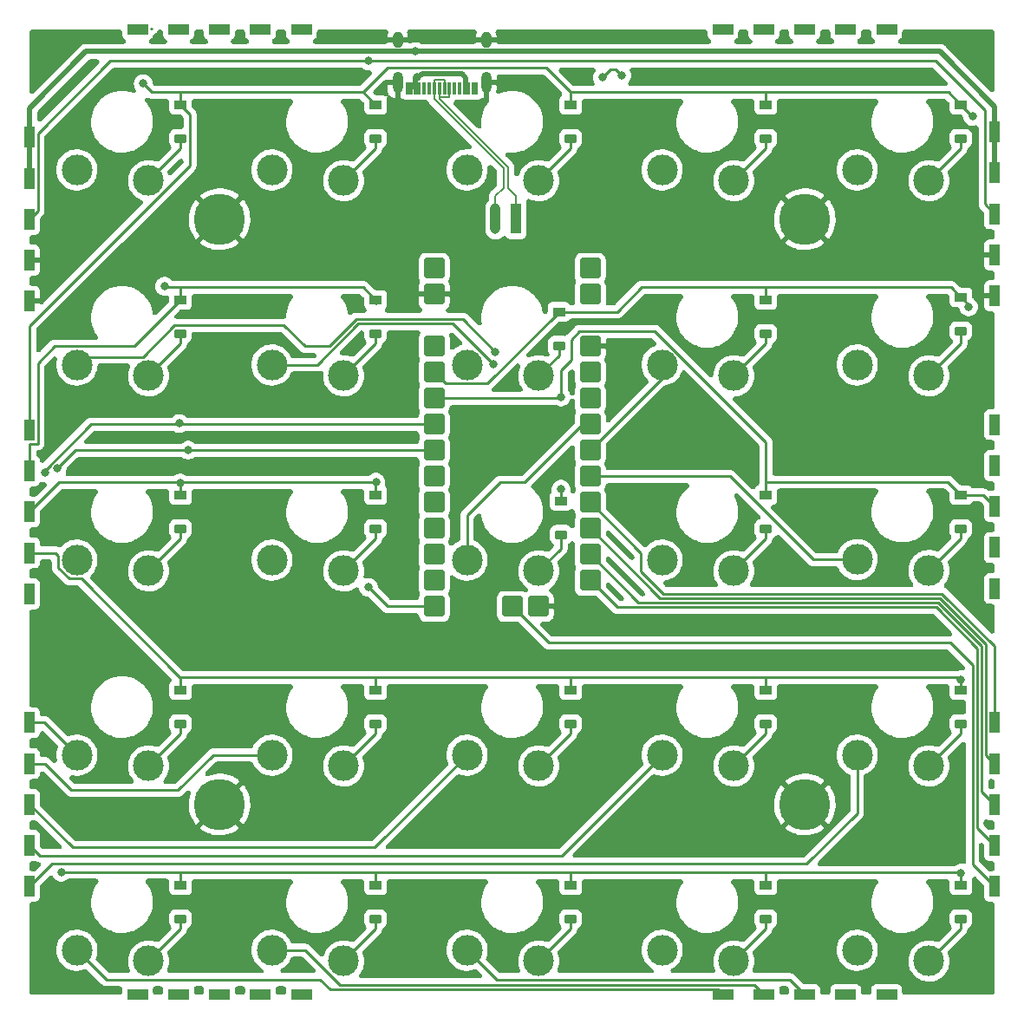
<source format=gbl>
%TF.GenerationSoftware,KiCad,Pcbnew,(6.0.4)*%
%TF.CreationDate,2022-05-04T18:37:34+01:00*%
%TF.ProjectId,v2,76322e6b-6963-4616-945f-706362585858,rev?*%
%TF.SameCoordinates,Original*%
%TF.FileFunction,Copper,L2,Bot*%
%TF.FilePolarity,Positive*%
%FSLAX46Y46*%
G04 Gerber Fmt 4.6, Leading zero omitted, Abs format (unit mm)*
G04 Created by KiCad (PCBNEW (6.0.4)) date 2022-05-04 18:37:34*
%MOMM*%
%LPD*%
G01*
G04 APERTURE LIST*
G04 Aperture macros list*
%AMRoundRect*
0 Rectangle with rounded corners*
0 $1 Rounding radius*
0 $2 $3 $4 $5 $6 $7 $8 $9 X,Y pos of 4 corners*
0 Add a 4 corners polygon primitive as box body*
4,1,4,$2,$3,$4,$5,$6,$7,$8,$9,$2,$3,0*
0 Add four circle primitives for the rounded corners*
1,1,$1+$1,$2,$3*
1,1,$1+$1,$4,$5*
1,1,$1+$1,$6,$7*
1,1,$1+$1,$8,$9*
0 Add four rect primitives between the rounded corners*
20,1,$1+$1,$2,$3,$4,$5,0*
20,1,$1+$1,$4,$5,$6,$7,0*
20,1,$1+$1,$6,$7,$8,$9,0*
20,1,$1+$1,$8,$9,$2,$3,0*%
G04 Aperture macros list end*
%TA.AperFunction,ComponentPad*%
%ADD10C,3.000000*%
%TD*%
%TA.AperFunction,ComponentPad*%
%ADD11R,2.000000X1.000000*%
%TD*%
%TA.AperFunction,ComponentPad*%
%ADD12R,1.000000X2.000000*%
%TD*%
%TA.AperFunction,ComponentPad*%
%ADD13C,5.000000*%
%TD*%
%TA.AperFunction,SMDPad,CuDef*%
%ADD14RoundRect,0.200000X0.400000X-0.250000X0.400000X0.250000X-0.400000X0.250000X-0.400000X-0.250000X0*%
%TD*%
%TA.AperFunction,SMDPad,CuDef*%
%ADD15R,1.200000X0.900000*%
%TD*%
%TA.AperFunction,SMDPad,CuDef*%
%ADD16R,0.300000X1.150000*%
%TD*%
%TA.AperFunction,ComponentPad*%
%ADD17O,1.000000X1.600000*%
%TD*%
%TA.AperFunction,ComponentPad*%
%ADD18O,1.000000X2.100000*%
%TD*%
%TA.AperFunction,SMDPad,CuDef*%
%ADD19RoundRect,0.500000X0.000000X1.000000X0.000000X1.000000X0.000000X-1.000000X0.000000X-1.000000X0*%
%TD*%
%TA.AperFunction,SMDPad,CuDef*%
%ADD20R,1.000000X3.000000*%
%TD*%
%TA.AperFunction,ComponentPad*%
%ADD21RoundRect,0.200000X0.800000X0.800000X-0.800000X0.800000X-0.800000X-0.800000X0.800000X-0.800000X0*%
%TD*%
%TA.AperFunction,ViaPad*%
%ADD22C,0.800000*%
%TD*%
%TA.AperFunction,Conductor*%
%ADD23C,0.250000*%
%TD*%
%TA.AperFunction,Conductor*%
%ADD24C,0.500000*%
%TD*%
%TA.AperFunction,Conductor*%
%ADD25C,0.200000*%
%TD*%
G04 APERTURE END LIST*
D10*
%TO.P,SW6,1,1*%
%TO.N,/b0c1*%
X24537500Y-61912500D03*
%TO.P,SW6,2,2*%
%TO.N,Net-(D6-Pad1)*%
X31537500Y-62962500D03*
%TD*%
D11*
%TO.P,J1,1,Pin_1*%
%TO.N,/b0r1*%
X30462500Y-29137500D03*
%TO.P,J1,2,Pin_2*%
%TO.N,/b0r2*%
X34462500Y-29137500D03*
%TO.P,J1,3,Pin_3*%
%TO.N,/b0r3*%
X38462500Y-29137500D03*
%TO.P,J1,4,Pin_4*%
%TO.N,/b0r4*%
X42462500Y-29137500D03*
%TO.P,J1,5,Pin_5*%
%TO.N,/b0r5*%
X46462500Y-29137500D03*
%TD*%
D10*
%TO.P,SW4,1,1*%
%TO.N,/b0c4*%
X81687500Y-42862500D03*
%TO.P,SW4,2,2*%
%TO.N,Net-(D4-Pad1)*%
X88687500Y-43912500D03*
%TD*%
D12*
%TO.P,J5,1,Pin_1*%
%TO.N,/b0c1*%
X19912500Y-96837500D03*
%TO.P,J5,2,Pin_2*%
%TO.N,/b0c2*%
X19912500Y-100837500D03*
%TO.P,J5,3,Pin_3*%
%TO.N,/b0c3*%
X19912500Y-104837500D03*
%TO.P,J5,4,Pin_4*%
%TO.N,/b0c4*%
X19912500Y-108837500D03*
%TO.P,J5,5,Pin_5*%
%TO.N,/b0c5*%
X19912500Y-112837500D03*
%TD*%
%TO.P,J9,1,Pin_1*%
%TO.N,/b1c1*%
X114162500Y-96837500D03*
%TO.P,J9,2,Pin_2*%
%TO.N,/b1c2*%
X114162500Y-100837500D03*
%TO.P,J9,3,Pin_3*%
%TO.N,/b1c3*%
X114162500Y-104837500D03*
%TO.P,J9,4,Pin_4*%
%TO.N,/b1c4*%
X114162500Y-108837500D03*
%TO.P,J9,5,Pin_5*%
%TO.N,/b1c5*%
X114162500Y-112837500D03*
%TD*%
D10*
%TO.P,SW10,1,1*%
%TO.N,/b0c5*%
X100737500Y-61912500D03*
%TO.P,SW10,2,2*%
%TO.N,Net-(D10-Pad1)*%
X107737500Y-62962500D03*
%TD*%
D12*
%TO.P,J7,1,Pin_1*%
%TO.N,+VDC*%
X114162500Y-39162500D03*
%TO.P,J7,2,Pin_2*%
X114162500Y-43162500D03*
%TO.P,J7,3,Pin_3*%
%TO.N,/MCU_DATA*%
X114162500Y-47162500D03*
%TO.P,J7,4,Pin_4*%
%TO.N,GND*%
X114162500Y-51162500D03*
%TO.P,J7,5,Pin_5*%
X114162500Y-55162500D03*
%TD*%
D10*
%TO.P,SW9,1,1*%
%TO.N,/b0c4*%
X81687500Y-61912500D03*
%TO.P,SW9,2,2*%
%TO.N,Net-(D9-Pad1)*%
X88687500Y-62962500D03*
%TD*%
D13*
%TO.P,H4,1,1*%
%TO.N,GND*%
X38462500Y-47687500D03*
%TD*%
%TO.P,H3,1,1*%
%TO.N,GND*%
X95612500Y-47687500D03*
%TD*%
D10*
%TO.P,SW2,1,1*%
%TO.N,/b0c2*%
X43587500Y-42862500D03*
%TO.P,SW2,2,2*%
%TO.N,Net-(D2-Pad1)*%
X50587500Y-43912500D03*
%TD*%
D11*
%TO.P,J4,1,Pin_1*%
%TO.N,/b0c1*%
X87612500Y-123387500D03*
%TO.P,J4,2,Pin_2*%
%TO.N,/b0c2*%
X91612500Y-123387500D03*
%TO.P,J4,3,Pin_3*%
%TO.N,/b0c3*%
X95612500Y-123387500D03*
%TO.P,J4,4,Pin_4*%
%TO.N,/b0c4*%
X99612500Y-123387500D03*
%TO.P,J4,5,Pin_5*%
%TO.N,/b0c5*%
X103612500Y-123387500D03*
%TD*%
D10*
%TO.P,SW5,1,1*%
%TO.N,/b0c5*%
X100737500Y-42862500D03*
%TO.P,SW5,2,2*%
%TO.N,Net-(D5-Pad1)*%
X107737500Y-43912500D03*
%TD*%
%TO.P,SW21,1,1*%
%TO.N,/b0c1*%
X24537500Y-119062500D03*
%TO.P,SW21,2,2*%
%TO.N,Net-(D21-Pad1)*%
X31537500Y-120112500D03*
%TD*%
D12*
%TO.P,J8,1,Pin_1*%
%TO.N,/b0r1*%
X114162500Y-67737500D03*
%TO.P,J8,2,Pin_2*%
%TO.N,/b0r2*%
X114162500Y-71737500D03*
%TO.P,J8,3,Pin_3*%
%TO.N,/b0r3*%
X114162500Y-75737500D03*
%TO.P,J8,4,Pin_4*%
%TO.N,/b0r4*%
X114162500Y-79737500D03*
%TO.P,J8,5,Pin_5*%
%TO.N,/b0r5*%
X114162500Y-83737500D03*
%TD*%
D11*
%TO.P,J3,1,Pin_1*%
%TO.N,/b0c1*%
X87612500Y-29137500D03*
%TO.P,J3,2,Pin_2*%
%TO.N,/b0c2*%
X91612500Y-29137500D03*
%TO.P,J3,3,Pin_3*%
%TO.N,/b0c3*%
X95612500Y-29137500D03*
%TO.P,J3,4,Pin_4*%
%TO.N,/b0c4*%
X99612500Y-29137500D03*
%TO.P,J3,5,Pin_5*%
%TO.N,/b0c5*%
X103612500Y-29137500D03*
%TD*%
D10*
%TO.P,SW22,1,1*%
%TO.N,/b0c2*%
X43587500Y-119062500D03*
%TO.P,SW22,2,2*%
%TO.N,Net-(D22-Pad1)*%
X50587500Y-120112500D03*
%TD*%
%TO.P,SW13,1,1*%
%TO.N,/b0c3*%
X62637500Y-80962500D03*
%TO.P,SW13,2,2*%
%TO.N,Net-(D13-Pad1)*%
X69637500Y-82012500D03*
%TD*%
%TO.P,SW1,1,1*%
%TO.N,/b0c1*%
X24537500Y-42862500D03*
%TO.P,SW1,2,2*%
%TO.N,Net-(D1-Pad1)*%
X31537500Y-43912500D03*
%TD*%
D12*
%TO.P,J10,1,Pin_1*%
%TO.N,+VDC*%
X19912500Y-39687500D03*
%TO.P,J10,2,Pin_2*%
X19912500Y-43687500D03*
%TO.P,J10,3,Pin_3*%
%TO.N,/MCU_DATA*%
X19912500Y-47687500D03*
%TO.P,J10,4,Pin_4*%
%TO.N,GND*%
X19912500Y-51687500D03*
%TO.P,J10,5,Pin_5*%
X19912500Y-55687500D03*
%TD*%
D10*
%TO.P,SW14,1,1*%
%TO.N,/b0c4*%
X81687500Y-80962500D03*
%TO.P,SW14,2,2*%
%TO.N,Net-(D14-Pad1)*%
X88687500Y-82012500D03*
%TD*%
%TO.P,SW19,1,1*%
%TO.N,/b0c4*%
X81687500Y-100012500D03*
%TO.P,SW19,2,2*%
%TO.N,Net-(D19-Pad1)*%
X88687500Y-101062500D03*
%TD*%
%TO.P,SW17,1,1*%
%TO.N,/b0c2*%
X43587500Y-100012500D03*
%TO.P,SW17,2,2*%
%TO.N,Net-(D17-Pad1)*%
X50587500Y-101062500D03*
%TD*%
D13*
%TO.P,H2,1,1*%
%TO.N,GND*%
X95612500Y-104837500D03*
%TD*%
D10*
%TO.P,SW15,1,1*%
%TO.N,/b0c5*%
X100737500Y-80927500D03*
%TO.P,SW15,2,2*%
%TO.N,Net-(D15-Pad1)*%
X107737500Y-81977500D03*
%TD*%
%TO.P,SW16,1,1*%
%TO.N,/b0c1*%
X24537500Y-100012500D03*
%TO.P,SW16,2,2*%
%TO.N,Net-(D16-Pad1)*%
X31537500Y-101062500D03*
%TD*%
%TO.P,SW24,1,1*%
%TO.N,/b0c4*%
X81687500Y-119062500D03*
%TO.P,SW24,2,2*%
%TO.N,Net-(D24-Pad1)*%
X88687500Y-120112500D03*
%TD*%
D13*
%TO.P,H1,1,1*%
%TO.N,GND*%
X38462500Y-104837500D03*
%TD*%
D11*
%TO.P,J2,1,Pin_1*%
%TO.N,/b1r1*%
X30462500Y-123387500D03*
%TO.P,J2,2,Pin_2*%
%TO.N,/b1r2*%
X34462500Y-123387500D03*
%TO.P,J2,3,Pin_3*%
%TO.N,/b1r3*%
X38462500Y-123387500D03*
%TO.P,J2,4,Pin_4*%
%TO.N,/b1r4*%
X42462500Y-123387500D03*
%TO.P,J2,5,Pin_5*%
%TO.N,/b1r5*%
X46462500Y-123387500D03*
%TD*%
D10*
%TO.P,SW20,1,1*%
%TO.N,/b0c5*%
X100737500Y-100012500D03*
%TO.P,SW20,2,2*%
%TO.N,Net-(D20-Pad1)*%
X107737500Y-101062500D03*
%TD*%
%TO.P,SW23,1,1*%
%TO.N,/b0c3*%
X62637500Y-119062500D03*
%TO.P,SW23,2,2*%
%TO.N,Net-(D23-Pad1)*%
X69637500Y-120112500D03*
%TD*%
%TO.P,SW18,1,1*%
%TO.N,/b0c3*%
X62637500Y-100012500D03*
%TO.P,SW18,2,2*%
%TO.N,Net-(D18-Pad1)*%
X69637500Y-101062500D03*
%TD*%
%TO.P,SW3,1,1*%
%TO.N,/b0c3*%
X62637500Y-42862500D03*
%TO.P,SW3,2,2*%
%TO.N,Net-(D3-Pad1)*%
X69637500Y-43912500D03*
%TD*%
%TO.P,SW25,1,1*%
%TO.N,/b0c5*%
X100737500Y-119062500D03*
%TO.P,SW25,2,2*%
%TO.N,Net-(D25-Pad1)*%
X107737500Y-120112500D03*
%TD*%
%TO.P,SW7,1,1*%
%TO.N,/b0c2*%
X43587500Y-61912500D03*
%TO.P,SW7,2,2*%
%TO.N,Net-(D7-Pad1)*%
X50587500Y-62962500D03*
%TD*%
%TO.P,SW11,1,1*%
%TO.N,/b0c1*%
X24537500Y-80962500D03*
%TO.P,SW11,2,2*%
%TO.N,Net-(D11-Pad1)*%
X31537500Y-82012500D03*
%TD*%
%TO.P,SW12,1,1*%
%TO.N,/b0c2*%
X43587500Y-80962500D03*
%TO.P,SW12,2,2*%
%TO.N,Net-(D12-Pad1)*%
X50587500Y-82012500D03*
%TD*%
D12*
%TO.P,J6,1,Pin_1*%
%TO.N,/b0r1*%
X19912500Y-68262500D03*
%TO.P,J6,2,Pin_2*%
%TO.N,/b0r2*%
X19912500Y-72262500D03*
%TO.P,J6,3,Pin_3*%
%TO.N,/b0r3*%
X19912500Y-76262500D03*
%TO.P,J6,4,Pin_4*%
%TO.N,/b0r4*%
X19912500Y-80262500D03*
%TO.P,J6,5,Pin_5*%
%TO.N,/b0r5*%
X19912500Y-84262500D03*
%TD*%
D10*
%TO.P,SW8,1,1*%
%TO.N,/b0c3*%
X62637500Y-61912500D03*
%TO.P,SW8,2,2*%
%TO.N,Net-(D8-Pad1)*%
X69637500Y-62962500D03*
%TD*%
D14*
%TO.P,D9,1*%
%TO.N,Net-(D9-Pad1)*%
X91802500Y-58862500D03*
D15*
%TO.P,D9,2*%
%TO.N,/b0r2*%
X91802500Y-55562500D03*
%TD*%
D14*
%TO.P,D7,1*%
%TO.N,Net-(D7-Pad1)*%
X53702500Y-58862500D03*
D15*
%TO.P,D7,2*%
%TO.N,/b0r2*%
X53702500Y-55562500D03*
%TD*%
D16*
%TO.P,J11,A1,GND*%
%TO.N,GND*%
X56827500Y-34922500D03*
%TO.P,J11,A4,VBUS*%
%TO.N,+VDC*%
X57627500Y-34922500D03*
%TO.P,J11,A5,CC1*%
%TO.N,unconnected-(J11-PadA5)*%
X58927500Y-34922500D03*
%TO.P,J11,A6,D+*%
%TO.N,/USB_D+*%
X59927500Y-34922500D03*
%TO.P,J11,A7,D-*%
%TO.N,/USB_D-*%
X60427500Y-34922500D03*
%TO.P,J11,A8,SBU1*%
%TO.N,unconnected-(J11-PadA8)*%
X61427500Y-34922500D03*
%TO.P,J11,A9,VBUS*%
%TO.N,+VDC*%
X62727500Y-34922500D03*
%TO.P,J11,A12,GND*%
%TO.N,GND*%
X63527500Y-34922500D03*
%TO.P,J11,B1,GND*%
X63227500Y-34922500D03*
%TO.P,J11,B4,VBUS*%
%TO.N,+VDC*%
X62427500Y-34922500D03*
%TO.P,J11,B5,CC2*%
%TO.N,unconnected-(J11-PadB5)*%
X61927500Y-34922500D03*
%TO.P,J11,B6,D+*%
%TO.N,/USB_D+*%
X60927500Y-34922500D03*
%TO.P,J11,B7,D-*%
%TO.N,/USB_D-*%
X59427500Y-34922500D03*
%TO.P,J11,B8,SBU2*%
%TO.N,unconnected-(J11-PadB8)*%
X58427500Y-34922500D03*
%TO.P,J11,B9,VBUS*%
%TO.N,+VDC*%
X57927500Y-34922500D03*
%TO.P,J11,B12,GND*%
%TO.N,GND*%
X57127500Y-34922500D03*
D17*
%TO.P,J11,S1,SHIELD*%
X64497500Y-30177500D03*
X55857500Y-30177500D03*
D18*
X64497500Y-34357500D03*
X55857500Y-34357500D03*
%TD*%
D14*
%TO.P,D17,1*%
%TO.N,Net-(D17-Pad1)*%
X53702500Y-96962500D03*
D15*
%TO.P,D17,2*%
%TO.N,/b0r4*%
X53702500Y-93662500D03*
%TD*%
D14*
%TO.P,D11,1*%
%TO.N,Net-(D11-Pad1)*%
X34652500Y-77912500D03*
D15*
%TO.P,D11,2*%
%TO.N,/b0r3*%
X34652500Y-74612500D03*
%TD*%
D14*
%TO.P,D22,1*%
%TO.N,Net-(D22-Pad1)*%
X53702500Y-116012500D03*
D15*
%TO.P,D22,2*%
%TO.N,/b0r5*%
X53702500Y-112712500D03*
%TD*%
D14*
%TO.P,D5,1*%
%TO.N,Net-(D5-Pad1)*%
X110852500Y-39812500D03*
D15*
%TO.P,D5,2*%
%TO.N,/b0r1*%
X110852500Y-36512500D03*
%TD*%
D14*
%TO.P,D1,1*%
%TO.N,Net-(D1-Pad1)*%
X34652500Y-39812500D03*
D15*
%TO.P,D1,2*%
%TO.N,/b0r1*%
X34652500Y-36512500D03*
%TD*%
D14*
%TO.P,D21,1*%
%TO.N,Net-(D21-Pad1)*%
X34652500Y-116012500D03*
D15*
%TO.P,D21,2*%
%TO.N,/b0r5*%
X34652500Y-112712500D03*
%TD*%
D14*
%TO.P,D12,1*%
%TO.N,Net-(D12-Pad1)*%
X53702500Y-77912500D03*
D15*
%TO.P,D12,2*%
%TO.N,/b0r3*%
X53702500Y-74612500D03*
%TD*%
D14*
%TO.P,D20,1*%
%TO.N,Net-(D20-Pad1)*%
X110852500Y-96962500D03*
D15*
%TO.P,D20,2*%
%TO.N,/b0r4*%
X110852500Y-93662500D03*
%TD*%
D14*
%TO.P,D3,1*%
%TO.N,Net-(D3-Pad1)*%
X72752500Y-39812500D03*
D15*
%TO.P,D3,2*%
%TO.N,/b0r1*%
X72752500Y-36512500D03*
%TD*%
D14*
%TO.P,D15,1*%
%TO.N,Net-(D15-Pad1)*%
X110852500Y-77912500D03*
D15*
%TO.P,D15,2*%
%TO.N,/b0r3*%
X110852500Y-74612500D03*
%TD*%
D14*
%TO.P,D23,1*%
%TO.N,Net-(D23-Pad1)*%
X72752500Y-116012500D03*
D15*
%TO.P,D23,2*%
%TO.N,/b0r5*%
X72752500Y-112712500D03*
%TD*%
D14*
%TO.P,D18,1*%
%TO.N,Net-(D18-Pad1)*%
X72752500Y-96962500D03*
D15*
%TO.P,D18,2*%
%TO.N,/b0r4*%
X72752500Y-93662500D03*
%TD*%
D14*
%TO.P,D4,1*%
%TO.N,Net-(D4-Pad1)*%
X91802500Y-39812500D03*
D15*
%TO.P,D4,2*%
%TO.N,/b0r1*%
X91802500Y-36512500D03*
%TD*%
D14*
%TO.P,D16,1*%
%TO.N,Net-(D16-Pad1)*%
X34652500Y-96962500D03*
D15*
%TO.P,D16,2*%
%TO.N,/b0r4*%
X34652500Y-93662500D03*
%TD*%
D14*
%TO.P,D19,1*%
%TO.N,Net-(D19-Pad1)*%
X91802500Y-96962500D03*
D15*
%TO.P,D19,2*%
%TO.N,/b0r4*%
X91802500Y-93662500D03*
%TD*%
D14*
%TO.P,D13,1*%
%TO.N,Net-(D13-Pad1)*%
X71812500Y-78487500D03*
D15*
%TO.P,D13,2*%
%TO.N,/b0r3*%
X71812500Y-75187500D03*
%TD*%
D14*
%TO.P,D24,1*%
%TO.N,Net-(D24-Pad1)*%
X91802500Y-116012500D03*
D15*
%TO.P,D24,2*%
%TO.N,/b0r5*%
X91802500Y-112712500D03*
%TD*%
D14*
%TO.P,D10,1*%
%TO.N,Net-(D10-Pad1)*%
X110852500Y-58607500D03*
D15*
%TO.P,D10,2*%
%TO.N,/b0r2*%
X110852500Y-55307500D03*
%TD*%
D19*
%TO.P,J12,1,Pin_1*%
%TO.N,/USB_D-*%
X65412500Y-47637500D03*
D20*
%TO.P,J12,2,Pin_2*%
%TO.N,/USB_D+*%
X67412500Y-47637500D03*
%TD*%
D14*
%TO.P,D14,1*%
%TO.N,Net-(D14-Pad1)*%
X91802500Y-77912500D03*
D15*
%TO.P,D14,2*%
%TO.N,/b0r3*%
X91802500Y-74612500D03*
%TD*%
D14*
%TO.P,D8,1*%
%TO.N,Net-(D8-Pad1)*%
X71612500Y-60037500D03*
D15*
%TO.P,D8,2*%
%TO.N,/b0r2*%
X71612500Y-56737500D03*
%TD*%
D21*
%TO.P,U1,1,RST*%
%TO.N,unconnected-(U1-Pad1)*%
X74662500Y-52477500D03*
%TO.P,U1,2,5V*%
%TO.N,+5V*%
X74662500Y-55017500D03*
%TO.P,U1,4,GND*%
%TO.N,GND*%
X74662500Y-60097500D03*
%TO.P,U1,5,A0_PF7*%
%TO.N,/b0c1*%
X74662500Y-62637500D03*
%TO.P,U1,6,A1_PF6*%
%TO.N,/b0c2*%
X74662500Y-65177500D03*
%TO.P,U1,7,A2_PF5*%
%TO.N,/b0c3*%
X74662500Y-67717500D03*
%TO.P,U1,8,A3_PF4*%
%TO.N,/b0c4*%
X74662500Y-70257500D03*
%TO.P,U1,9,A4_PF1*%
%TO.N,/b0c5*%
X74662500Y-72797500D03*
%TO.P,U1,10,A5_PF0*%
%TO.N,/b1c1*%
X74662500Y-75337500D03*
%TO.P,U1,11,SCK_15_PB1*%
%TO.N,/b1c2*%
X74662500Y-77877500D03*
%TO.P,U1,12,MOSI_16_PB2*%
%TO.N,/b1c3*%
X74662500Y-80417500D03*
%TO.P,U1,13,MISO_14_PB3*%
%TO.N,/b1c4*%
X74662500Y-82957500D03*
%TO.P,U1,16,GND*%
%TO.N,GND*%
X69582500Y-85497500D03*
%TO.P,U1,17,8_PB4*%
%TO.N,/b1c5*%
X67042500Y-85497500D03*
%TO.P,U1,20,RX_0_PD2*%
%TO.N,/MCU_DATA*%
X59422500Y-85497500D03*
%TO.P,U1,21,TX_1_PD3*%
%TO.N,/b1r5*%
X59422500Y-82957500D03*
%TO.P,U1,22,SDA_2_PD1*%
%TO.N,/b1r4*%
X59422500Y-80417500D03*
%TO.P,U1,23,SCL_3_PD0*%
%TO.N,/b1r3*%
X59422500Y-77877500D03*
%TO.P,U1,24,5_PC6*%
%TO.N,/b1r2*%
X59422500Y-75337500D03*
%TO.P,U1,25,7_PE6*%
%TO.N,/b1r1*%
X59422500Y-72797500D03*
%TO.P,U1,26,~9_PB5*%
%TO.N,/b0r5*%
X59422500Y-70257500D03*
%TO.P,U1,27,~10_PB6*%
%TO.N,/b0r4*%
X59422500Y-67717500D03*
%TO.P,U1,28,~11_PB7*%
%TO.N,/b0r3*%
X59422500Y-65177500D03*
%TO.P,U1,29,12_PD6*%
%TO.N,/b0r2*%
X59422500Y-62637500D03*
%TO.P,U1,30,13_PC7*%
%TO.N,/b0r1*%
X59422500Y-60097500D03*
%TO.P,U1,32,GND*%
%TO.N,GND*%
X59422500Y-55017500D03*
%TO.P,U1,33,BAT*%
%TO.N,+VDC*%
X59422500Y-52477500D03*
%TD*%
D14*
%TO.P,D6,1*%
%TO.N,Net-(D6-Pad1)*%
X34652500Y-58862500D03*
D15*
%TO.P,D6,2*%
%TO.N,/b0r2*%
X34652500Y-55562500D03*
%TD*%
D14*
%TO.P,D25,1*%
%TO.N,Net-(D25-Pad1)*%
X110852500Y-116012500D03*
D15*
%TO.P,D25,2*%
%TO.N,/b0r5*%
X110852500Y-112712500D03*
%TD*%
D14*
%TO.P,D2,1*%
%TO.N,Net-(D2-Pad1)*%
X53702500Y-39812500D03*
D15*
%TO.P,D2,2*%
%TO.N,/b0r1*%
X53702500Y-36512500D03*
%TD*%
D22*
%TO.N,/b0r1*%
X53737000Y-36512500D03*
X112012500Y-37637500D03*
X31012500Y-34437500D03*
%TO.N,/b0r2*%
X33087031Y-54237500D03*
X53737000Y-55637500D03*
X111612500Y-56237500D03*
%TO.N,/b0r3*%
X34612500Y-73437500D03*
X71812500Y-74037500D03*
X53737000Y-73347500D03*
X71812500Y-65037500D03*
%TO.N,/b0r4*%
X34536031Y-67637500D03*
X110812500Y-92637500D03*
X21412500Y-72437500D03*
%TO.N,/b0r5*%
X35412500Y-70237500D03*
X22612500Y-72037500D03*
X110852500Y-111527979D03*
X23012500Y-111437500D03*
%TO.N,/b0c2*%
X65212500Y-61837500D03*
%TO.N,/b0c3*%
X75838480Y-33837500D03*
X77737000Y-33637500D03*
%TO.N,/b0c1*%
X65412500Y-60637500D03*
%TO.N,+VDC*%
X57752904Y-33828564D03*
X57612500Y-31300411D03*
%TO.N,/MCU_DATA*%
X53012500Y-83637500D03*
X53012500Y-32237500D03*
%TO.N,GND*%
X74612500Y-46837500D03*
X39812500Y-84837500D03*
X48212500Y-104237500D03*
X38412500Y-96037500D03*
X39012500Y-62437500D03*
X68612500Y-105837500D03*
X107412500Y-107437500D03*
X39212500Y-40837500D03*
X88412500Y-104437500D03*
%TD*%
D23*
%TO.N,*%
X31812500Y-29037500D02*
X31787011Y-29037500D01*
%TO.N,/b0r1*%
X35577020Y-37437020D02*
X34652500Y-36512500D01*
X52477979Y-35287979D02*
X54842007Y-32923951D01*
X110852500Y-36512500D02*
X109627979Y-35287979D01*
X111977500Y-37637500D02*
X110852500Y-36512500D01*
X19912500Y-58117749D02*
X35577020Y-42453229D01*
X72752500Y-36512500D02*
X72752500Y-35287979D01*
X70388472Y-32923951D02*
X72752500Y-35287979D01*
X53702500Y-36512500D02*
X52477979Y-35287979D01*
X109627979Y-35287979D02*
X72752500Y-35287979D01*
X34652500Y-35277500D02*
X34652500Y-36512500D01*
X91802500Y-36512500D02*
X91802500Y-35287979D01*
X54842007Y-32923951D02*
X70388472Y-32923951D01*
X19912500Y-68262500D02*
X19912500Y-58117749D01*
X112012500Y-37637500D02*
X111977500Y-37637500D01*
X35577020Y-42453229D02*
X35577020Y-37437020D01*
X31012500Y-34437500D02*
X31862979Y-35287979D01*
X31862979Y-35287979D02*
X52477979Y-35287979D01*
%TO.N,/b0r2*%
X77292500Y-56737500D02*
X71612500Y-56737500D01*
X33512979Y-54337979D02*
X52477979Y-54337979D01*
X111612500Y-56067500D02*
X109882979Y-54337979D01*
X79692021Y-54337979D02*
X77292500Y-56737500D01*
X33087031Y-54237500D02*
X33187510Y-54337979D01*
X20737011Y-69587011D02*
X20737011Y-61712989D01*
X64612989Y-63737011D02*
X71612500Y-56737500D01*
X20737011Y-61712989D02*
X22362979Y-60087021D01*
X109882979Y-54337979D02*
X79692021Y-54337979D01*
X52477979Y-54337979D02*
X53702500Y-55562500D01*
X91802500Y-55562500D02*
X91802500Y-54337979D01*
X19912500Y-69587011D02*
X20737011Y-69587011D01*
X60522011Y-63737011D02*
X64612989Y-63737011D01*
X111612500Y-56237500D02*
X111612500Y-56067500D01*
X19912500Y-72262500D02*
X19912500Y-69587011D01*
X33187510Y-54337979D02*
X33512979Y-54337979D01*
X22362979Y-60087021D02*
X30128167Y-60087021D01*
X33512979Y-54337979D02*
X34652500Y-54337979D01*
X30128167Y-60087021D02*
X34652500Y-55562688D01*
X34652500Y-54337979D02*
X34652500Y-55562500D01*
X59422500Y-62637500D02*
X60522011Y-63737011D01*
%TO.N,/b0r3*%
X71812500Y-65037500D02*
X71812500Y-62437500D01*
X71672500Y-65177500D02*
X71812500Y-65177500D01*
X72812500Y-59437500D02*
X73612500Y-58637500D01*
X73612500Y-58637500D02*
X80992749Y-58637500D01*
X91802500Y-73352979D02*
X91802500Y-74612500D01*
X91802500Y-69447251D02*
X91802500Y-73427500D01*
X72812500Y-61437500D02*
X72812500Y-59437500D01*
X53702500Y-73382000D02*
X53737000Y-73347500D01*
X53702500Y-74612500D02*
X53702500Y-73382000D01*
X109592979Y-73352979D02*
X91802500Y-73352979D01*
X80992749Y-58637500D02*
X91802500Y-69447251D01*
X34652500Y-73387979D02*
X53702500Y-73387979D01*
X34652500Y-73387979D02*
X22787021Y-73387979D01*
X59422500Y-65177500D02*
X71672500Y-65177500D01*
X71672500Y-65177500D02*
X71812500Y-65037500D01*
X113037500Y-74612500D02*
X114162500Y-75737500D01*
X110852500Y-74612500D02*
X109592979Y-73352979D01*
X110852500Y-74612500D02*
X113037500Y-74612500D01*
X34652500Y-74612500D02*
X34652500Y-73387979D01*
X22787021Y-73387979D02*
X19912500Y-76262500D01*
X53702500Y-73387979D02*
X53702500Y-73382000D01*
X71812500Y-62437500D02*
X72812500Y-61437500D01*
X71812500Y-75187500D02*
X71812500Y-74037500D01*
%TO.N,/b0r4*%
X34616031Y-67717500D02*
X41332500Y-67717500D01*
X22437500Y-80262500D02*
X22712989Y-80537989D01*
X110612979Y-92437979D02*
X34652500Y-92437979D01*
X110812500Y-92637500D02*
X110612979Y-92437979D01*
X23781762Y-82787011D02*
X24962011Y-82787011D01*
X41332500Y-67717500D02*
X25907886Y-67717500D01*
X34652500Y-92437979D02*
X34652500Y-93662500D01*
X19912500Y-80262500D02*
X22437500Y-80262500D01*
X22712989Y-80537989D02*
X22712989Y-81718238D01*
X72752500Y-93662500D02*
X72752500Y-92437979D01*
X24962011Y-82787011D02*
X34652500Y-92477500D01*
X21412500Y-72212886D02*
X21412500Y-72437500D01*
X34652500Y-92477500D02*
X34652500Y-93662500D01*
X59422500Y-67717500D02*
X41332500Y-67717500D01*
X91802500Y-93662500D02*
X91802500Y-92437979D01*
X22712989Y-81718238D02*
X23781762Y-82787011D01*
X110812500Y-93622500D02*
X110812500Y-92637500D01*
X34536031Y-67637500D02*
X34616031Y-67717500D01*
X25907886Y-67717500D02*
X21412500Y-72212886D01*
X53702500Y-93662500D02*
X53702500Y-92437979D01*
%TO.N,/b0r5*%
X35412500Y-70237500D02*
X35392500Y-70257500D01*
X110812500Y-111487979D02*
X34662979Y-111487979D01*
X34652500Y-111477500D02*
X34652500Y-111487979D01*
X34662979Y-111487979D02*
X34652500Y-111477500D01*
X91802500Y-112712500D02*
X91802500Y-111487979D01*
X53702500Y-112712500D02*
X53702500Y-111487979D01*
X72752500Y-112712500D02*
X72752500Y-111487979D01*
X23012500Y-111437500D02*
X34602021Y-111437500D01*
X35412500Y-70237500D02*
X35432500Y-70257500D01*
X34602021Y-111437500D02*
X34652500Y-111487979D01*
X34652500Y-111487979D02*
X34652500Y-112712500D01*
X110852500Y-112712500D02*
X110852500Y-111527979D01*
X110852500Y-111527979D02*
X110812500Y-111487979D01*
X35392500Y-70257500D02*
X24392500Y-70257500D01*
X35432500Y-70257500D02*
X59422500Y-70257500D01*
X24392500Y-70257500D02*
X22612500Y-72037500D01*
%TO.N,/b0c2*%
X37837500Y-100012500D02*
X43587500Y-100012500D01*
X46837500Y-119062500D02*
X43587500Y-119062500D01*
X24012500Y-103437500D02*
X34412500Y-103437500D01*
X50212500Y-122437500D02*
X46837500Y-119062500D01*
X34412500Y-103437500D02*
X37837500Y-100012500D01*
X61262020Y-57887020D02*
X52013886Y-57887020D01*
X91612500Y-123387500D02*
X90662500Y-122437500D01*
X65212500Y-61837500D02*
X61262020Y-57887020D01*
X47988406Y-61912500D02*
X43587500Y-61912500D01*
X90662500Y-122437500D02*
X50212500Y-122437500D01*
X19912500Y-100837500D02*
X21412500Y-100837500D01*
X52013886Y-57887020D02*
X47988406Y-61912500D01*
X21412500Y-100837500D02*
X24012500Y-103437500D01*
%TO.N,/b0c3*%
X62637500Y-76597312D02*
X62637500Y-80962500D01*
X53612500Y-109037500D02*
X62637500Y-100012500D01*
X24112500Y-109037500D02*
X53612500Y-109037500D01*
X65846833Y-73387979D02*
X62637500Y-76597312D01*
X73932500Y-67717500D02*
X68262021Y-73387979D01*
X19912500Y-104837500D02*
X24112500Y-109037500D01*
X65512011Y-121937011D02*
X62637500Y-119062500D01*
X75838480Y-33837500D02*
X76638480Y-33037500D01*
X76638480Y-33037500D02*
X77137000Y-33037500D01*
X77137000Y-33037500D02*
X77737000Y-33637500D01*
X94162011Y-121937011D02*
X65512011Y-121937011D01*
X68262021Y-73387979D02*
X65846833Y-73387979D01*
X95612500Y-123387500D02*
X94162011Y-121937011D01*
%TO.N,/b0c4*%
X20912500Y-109837500D02*
X71862500Y-109837500D01*
X19912500Y-108837500D02*
X20912500Y-109837500D01*
X71862500Y-109837500D02*
X81687500Y-100012500D01*
X74662500Y-70257500D02*
X81687500Y-63232500D01*
%TO.N,/b0c5*%
X95812500Y-110637500D02*
X100737500Y-105712500D01*
X74662500Y-72797500D02*
X88288478Y-72797500D01*
X100737500Y-105712500D02*
X100737500Y-100012500D01*
X22112500Y-110637500D02*
X95812500Y-110637500D01*
X96418478Y-80927500D02*
X100737500Y-80927500D01*
X88288478Y-72797500D02*
X96418478Y-80927500D01*
X19912500Y-112837500D02*
X22112500Y-110637500D01*
%TO.N,/b0c1*%
X62212500Y-57437500D02*
X65412500Y-60637500D01*
X44747312Y-58037500D02*
X46796833Y-60087021D01*
X27412011Y-121937011D02*
X24537500Y-119062500D01*
X21362500Y-96837500D02*
X24537500Y-100012500D01*
X51827688Y-57437500D02*
X62212500Y-57437500D01*
X49262020Y-122887020D02*
X48312011Y-121937011D01*
X19912500Y-96837500D02*
X21362500Y-96837500D01*
X87112020Y-122887020D02*
X49262020Y-122887020D01*
X30985228Y-61137989D02*
X34085717Y-58037500D01*
X46796833Y-60087021D02*
X49178167Y-60087021D01*
X49178167Y-60087021D02*
X51827688Y-57437500D01*
X34085717Y-58037500D02*
X44747312Y-58037500D01*
X87612500Y-123387500D02*
X87112020Y-122887020D01*
X25312011Y-61137989D02*
X30985228Y-61137989D01*
X48312011Y-121937011D02*
X27412011Y-121937011D01*
D24*
%TO.N,+VDC*%
X19912500Y-39687500D02*
X19912500Y-36850006D01*
X62527011Y-33897989D02*
X62527011Y-34722011D01*
X19912500Y-36850006D02*
X25449526Y-31312980D01*
X57627500Y-33953968D02*
X57627500Y-34922500D01*
X58227508Y-33498470D02*
X62127492Y-33498470D01*
X114162500Y-36675266D02*
X114162500Y-39162500D01*
X57627500Y-34922500D02*
X57627500Y-34098478D01*
X62127492Y-33498470D02*
X62527011Y-33897989D01*
X25449526Y-31312980D02*
X108800214Y-31312980D01*
X57752904Y-33828564D02*
X57627500Y-33953968D01*
X114162500Y-43162500D02*
X114162500Y-39162500D01*
X108800214Y-31312980D02*
X114162500Y-36675266D01*
X57627500Y-34098478D02*
X58227508Y-33498470D01*
X19912500Y-43687500D02*
X19912500Y-39687500D01*
D23*
%TO.N,/MCU_DATA*%
X20737011Y-46862989D02*
X20737011Y-39312989D01*
X113212500Y-37062020D02*
X113212500Y-46212500D01*
X19912500Y-47687500D02*
X20737011Y-46862989D01*
X27812500Y-32237500D02*
X53012500Y-32237500D01*
X113212500Y-46212500D02*
X114162500Y-47162500D01*
X53012500Y-83637500D02*
X54872500Y-85497500D01*
X108387980Y-32237500D02*
X113212500Y-37062020D01*
X53012500Y-32237500D02*
X108387980Y-32237500D01*
X54872500Y-85497500D02*
X59422500Y-85497500D01*
X20737011Y-39312989D02*
X27812500Y-32237500D01*
%TO.N,/b1c1*%
X79612500Y-82037500D02*
X79612500Y-80287500D01*
X114162500Y-96837500D02*
X114162500Y-89387500D01*
X109012500Y-84237500D02*
X81812500Y-84237500D01*
X114162500Y-89387500D02*
X109012500Y-84237500D01*
X81812500Y-84237500D02*
X79612500Y-82037500D01*
X79612500Y-80287500D02*
X74662500Y-75337500D01*
%TO.N,/b1c2*%
X74662500Y-77877500D02*
X81472020Y-84687020D01*
X108826302Y-84687020D02*
X113337989Y-89198707D01*
X113337989Y-89198707D02*
X113337989Y-100012989D01*
X113337989Y-100012989D02*
X114162500Y-100837500D01*
X81472020Y-84687020D02*
X108826302Y-84687020D01*
%TO.N,/b1c3*%
X108640104Y-85136540D02*
X112888469Y-89384905D01*
X74662500Y-80417500D02*
X79381540Y-85136540D01*
X112888469Y-103563469D02*
X114162500Y-104837500D01*
X112888469Y-89384905D02*
X112888469Y-103563469D01*
X79381540Y-85136540D02*
X108640104Y-85136540D01*
%TO.N,/b1c4*%
X112438949Y-107113949D02*
X112438949Y-89571103D01*
X114162500Y-108837500D02*
X112438949Y-107113949D01*
X108453906Y-85586060D02*
X77291060Y-85586060D01*
X77291060Y-85586060D02*
X74662500Y-82957500D01*
X112438949Y-89571103D02*
X108453906Y-85586060D01*
%TO.N,/b1c5*%
X111989429Y-91214429D02*
X109812500Y-89037500D01*
X70582500Y-89037500D02*
X67042500Y-85497500D01*
X109812500Y-89037500D02*
X70582500Y-89037500D01*
X111989429Y-110664429D02*
X111989429Y-91214429D01*
X114162500Y-112837500D02*
X111989429Y-110664429D01*
%TO.N,Net-(D1-Pad1)*%
X34652500Y-40797500D02*
X31537500Y-43912500D01*
X34652500Y-39812500D02*
X34652500Y-40797500D01*
%TO.N,Net-(D2-Pad1)*%
X53702500Y-40797500D02*
X50587500Y-43912500D01*
X53702500Y-39812500D02*
X53702500Y-40797500D01*
%TO.N,Net-(D3-Pad1)*%
X72752500Y-40797500D02*
X69637500Y-43912500D01*
X72752500Y-39812500D02*
X72752500Y-40797500D01*
%TO.N,Net-(D4-Pad1)*%
X91802500Y-39812500D02*
X91802500Y-40797500D01*
X91802500Y-40797500D02*
X88687500Y-43912500D01*
%TO.N,Net-(D5-Pad1)*%
X110852500Y-40797500D02*
X110852500Y-40067500D01*
X107737500Y-43912500D02*
X110852500Y-40797500D01*
%TO.N,Net-(D6-Pad1)*%
X34652500Y-58862500D02*
X34652500Y-59847500D01*
X34652500Y-59847500D02*
X31537500Y-62962500D01*
%TO.N,Net-(D7-Pad1)*%
X53702500Y-59847500D02*
X50587500Y-62962500D01*
X53702500Y-58862500D02*
X53702500Y-59847500D01*
%TO.N,Net-(D8-Pad1)*%
X69637500Y-62962500D02*
X71612500Y-60987500D01*
X71612500Y-60987500D02*
X71612500Y-60037500D01*
%TO.N,Net-(D9-Pad1)*%
X91802500Y-59847500D02*
X91802500Y-58862500D01*
X88687500Y-62962500D02*
X91802500Y-59847500D01*
%TO.N,Net-(D10-Pad1)*%
X107737500Y-62962500D02*
X110852500Y-59847500D01*
X110852500Y-59847500D02*
X110852500Y-58607500D01*
%TO.N,Net-(D11-Pad1)*%
X34652500Y-78897500D02*
X31537500Y-82012500D01*
X34652500Y-77912500D02*
X34652500Y-78897500D01*
%TO.N,Net-(D12-Pad1)*%
X53702500Y-78897500D02*
X50587500Y-82012500D01*
X53702500Y-77912500D02*
X53702500Y-78897500D01*
%TO.N,Net-(D13-Pad1)*%
X71812500Y-79837500D02*
X71812500Y-78487500D01*
X69637500Y-82012500D02*
X71812500Y-79837500D01*
%TO.N,Net-(D14-Pad1)*%
X91802500Y-77912500D02*
X91802500Y-78897500D01*
X91802500Y-78897500D02*
X88687500Y-82012500D01*
%TO.N,Net-(D15-Pad1)*%
X110852500Y-78862500D02*
X110852500Y-77912500D01*
X107737500Y-81977500D02*
X110852500Y-78862500D01*
%TO.N,Net-(D16-Pad1)*%
X34652500Y-96962500D02*
X34652500Y-97947500D01*
X34652500Y-97947500D02*
X31537500Y-101062500D01*
%TO.N,Net-(D17-Pad1)*%
X53702500Y-97947500D02*
X50587500Y-101062500D01*
X53702500Y-96962500D02*
X53702500Y-97947500D01*
%TO.N,Net-(D18-Pad1)*%
X72752500Y-97947500D02*
X69637500Y-101062500D01*
X72752500Y-96962500D02*
X72752500Y-97947500D01*
%TO.N,Net-(D19-Pad1)*%
X91802500Y-97947500D02*
X88687500Y-101062500D01*
X91802500Y-96962500D02*
X91802500Y-97947500D01*
%TO.N,Net-(D20-Pad1)*%
X110852500Y-97947500D02*
X107737500Y-101062500D01*
X110852500Y-96962500D02*
X110852500Y-97947500D01*
%TO.N,Net-(D21-Pad1)*%
X34652500Y-116012500D02*
X34652500Y-116997500D01*
X34652500Y-116997500D02*
X31537500Y-120112500D01*
%TO.N,Net-(D22-Pad1)*%
X53702500Y-116012500D02*
X53702500Y-116997500D01*
X53702500Y-116997500D02*
X50587500Y-120112500D01*
%TO.N,Net-(D23-Pad1)*%
X72752500Y-116997500D02*
X69637500Y-120112500D01*
X72752500Y-116012500D02*
X72752500Y-116997500D01*
%TO.N,Net-(D24-Pad1)*%
X91802500Y-116012500D02*
X91802500Y-116997500D01*
X91802500Y-116997500D02*
X88687500Y-120112500D01*
%TO.N,Net-(D25-Pad1)*%
X110852500Y-116012500D02*
X110852500Y-116997500D01*
X110852500Y-116997500D02*
X107737500Y-120112500D01*
D25*
%TO.N,/USB_D+*%
X59977989Y-35797011D02*
X59927500Y-35746522D01*
X60877011Y-35797011D02*
X59977989Y-35797011D01*
X66637500Y-42612500D02*
X59927500Y-35902500D01*
X59927500Y-35746522D02*
X59927500Y-34922500D01*
X67412500Y-47637500D02*
X67412500Y-45387499D01*
X60927500Y-34922500D02*
X60927500Y-35746522D01*
X59927500Y-35902500D02*
X59927500Y-34922500D01*
X67412500Y-45387499D02*
X66637500Y-44612499D01*
X66637500Y-44612499D02*
X66637500Y-42612500D01*
X60927500Y-35746522D02*
X60877011Y-35797011D01*
%TO.N,/USB_D-*%
X65412500Y-47637500D02*
X65412500Y-45387499D01*
X66187500Y-42730700D02*
X64662500Y-41205700D01*
X64662500Y-41205700D02*
X64662500Y-41202506D01*
X59427500Y-35967506D02*
X59427500Y-34922500D01*
X59477989Y-34047989D02*
X59427500Y-34098478D01*
X60427500Y-34098478D02*
X60377011Y-34047989D01*
X60377011Y-34047989D02*
X59477989Y-34047989D01*
X59427500Y-34098478D02*
X59427500Y-34922500D01*
X66187500Y-44612499D02*
X66187500Y-42730700D01*
X60427500Y-34922500D02*
X60427500Y-34098478D01*
X65412500Y-45387499D02*
X66187500Y-44612499D01*
X64662500Y-41202506D02*
X59427500Y-35967506D01*
%TD*%
%TA.AperFunction,Conductor*%
%TO.N,GND*%
G36*
X20517243Y-106364954D02*
G01*
X20598025Y-106418930D01*
X22958025Y-108778930D01*
X23012001Y-108859712D01*
X23030955Y-108955000D01*
X23012001Y-109050288D01*
X22958025Y-109131070D01*
X22877243Y-109185046D01*
X22781955Y-109204000D01*
X21278044Y-109204000D01*
X21182756Y-109185046D01*
X21101974Y-109131070D01*
X20993930Y-109023026D01*
X20939954Y-108942244D01*
X20921000Y-108846956D01*
X20921000Y-107789366D01*
X20920274Y-107782678D01*
X20920273Y-107782669D01*
X20915931Y-107742701D01*
X20915930Y-107742698D01*
X20914245Y-107727184D01*
X20863115Y-107590795D01*
X20775761Y-107474239D01*
X20659205Y-107386885D01*
X20522816Y-107335755D01*
X20507302Y-107334070D01*
X20507299Y-107334069D01*
X20467331Y-107329727D01*
X20467322Y-107329726D01*
X20460634Y-107329000D01*
X20170000Y-107329000D01*
X20074712Y-107310046D01*
X19993930Y-107256070D01*
X19939954Y-107175288D01*
X19921000Y-107080000D01*
X19921000Y-106595000D01*
X19939954Y-106499712D01*
X19993930Y-106418930D01*
X20074712Y-106364954D01*
X20170000Y-106346000D01*
X20421955Y-106346000D01*
X20517243Y-106364954D01*
G37*
%TD.AperFunction*%
%TA.AperFunction,Conductor*%
G36*
X73033015Y-79136387D02*
G01*
X73113797Y-79190363D01*
X73167773Y-79271145D01*
X73186727Y-79366433D01*
X73175332Y-79440896D01*
X73164698Y-79474829D01*
X73160747Y-79487438D01*
X73154000Y-79560865D01*
X73154001Y-81274134D01*
X73154523Y-81279813D01*
X73158766Y-81325995D01*
X73160747Y-81347562D01*
X73164697Y-81360165D01*
X73164697Y-81360167D01*
X73180235Y-81409749D01*
X73212028Y-81511199D01*
X73219807Y-81524043D01*
X73219807Y-81524044D01*
X73240681Y-81558511D01*
X73273831Y-81649835D01*
X73269509Y-81746894D01*
X73240681Y-81816489D01*
X73212028Y-81863801D01*
X73160747Y-82027438D01*
X73159538Y-82040593D01*
X73159538Y-82040594D01*
X73158246Y-82054661D01*
X73154000Y-82100865D01*
X73154001Y-83814134D01*
X73160747Y-83887562D01*
X73164697Y-83900165D01*
X73164697Y-83900167D01*
X73180310Y-83949987D01*
X73212028Y-84051199D01*
X73219806Y-84064042D01*
X73282829Y-84168106D01*
X73300861Y-84197881D01*
X73422119Y-84319139D01*
X73434955Y-84326913D01*
X73434958Y-84326915D01*
X73540704Y-84390956D01*
X73568801Y-84407972D01*
X73732438Y-84459253D01*
X73745593Y-84460462D01*
X73745594Y-84460462D01*
X73761042Y-84461881D01*
X73805865Y-84466000D01*
X73883039Y-84466000D01*
X75171955Y-84465999D01*
X75267243Y-84484953D01*
X75348025Y-84538929D01*
X76790601Y-85981505D01*
X76794284Y-85985553D01*
X76799060Y-85993078D01*
X76847315Y-86038393D01*
X76852903Y-86043807D01*
X76871290Y-86062194D01*
X76877472Y-86066989D01*
X76879363Y-86068656D01*
X76885153Y-86073924D01*
X76915739Y-86102646D01*
X76929467Y-86110193D01*
X76936327Y-86115177D01*
X76946335Y-86121752D01*
X76953646Y-86126076D01*
X76966019Y-86135673D01*
X76993974Y-86147771D01*
X77001265Y-86150926D01*
X77022322Y-86161242D01*
X77042267Y-86172206D01*
X77042271Y-86172208D01*
X77056000Y-86179755D01*
X77071172Y-86183650D01*
X77079051Y-86186770D01*
X77090408Y-86190658D01*
X77098543Y-86193021D01*
X77112915Y-86199241D01*
X77128384Y-86201691D01*
X77128383Y-86201691D01*
X77150852Y-86205250D01*
X77173817Y-86210006D01*
X77195855Y-86215664D01*
X77211030Y-86219560D01*
X77226695Y-86219560D01*
X77235109Y-86220623D01*
X77247049Y-86221563D01*
X77255532Y-86221830D01*
X77271003Y-86224280D01*
X77286597Y-86222806D01*
X77286599Y-86222806D01*
X77309245Y-86220665D01*
X77332678Y-86219560D01*
X108088362Y-86219560D01*
X108183650Y-86238514D01*
X108264432Y-86292490D01*
X109950533Y-87978591D01*
X110004509Y-88059373D01*
X110023463Y-88154661D01*
X110004509Y-88249949D01*
X109950533Y-88330731D01*
X109869751Y-88384707D01*
X109797930Y-88402553D01*
X109796185Y-88402718D01*
X109794344Y-88402892D01*
X109770882Y-88404000D01*
X70948044Y-88404000D01*
X70852756Y-88385046D01*
X70771974Y-88331070D01*
X69871473Y-87430569D01*
X69817497Y-87349787D01*
X69798543Y-87254499D01*
X69817497Y-87159211D01*
X69871473Y-87078429D01*
X69952255Y-87024453D01*
X70047543Y-87005499D01*
X70433384Y-87005499D01*
X70444764Y-87004977D01*
X70499311Y-86999966D01*
X70525081Y-86994805D01*
X70661665Y-86952003D01*
X70688832Y-86939737D01*
X70809736Y-86866515D01*
X70833179Y-86848133D01*
X70933133Y-86748179D01*
X70951515Y-86724736D01*
X71024737Y-86603832D01*
X71037003Y-86576665D01*
X71079805Y-86440082D01*
X71084966Y-86414308D01*
X71089977Y-86359786D01*
X71090500Y-86348372D01*
X71090500Y-85776027D01*
X71086431Y-85755569D01*
X71065973Y-85751500D01*
X69577500Y-85751500D01*
X69482212Y-85732546D01*
X69401430Y-85678570D01*
X69347454Y-85597788D01*
X69328500Y-85502500D01*
X69328500Y-85492500D01*
X69347454Y-85397212D01*
X69401430Y-85316430D01*
X69482212Y-85262454D01*
X69577500Y-85243500D01*
X71065972Y-85243500D01*
X71086430Y-85239431D01*
X71090499Y-85218973D01*
X71090499Y-84646616D01*
X71089977Y-84635236D01*
X71084966Y-84580689D01*
X71079805Y-84554919D01*
X71037003Y-84418335D01*
X71024737Y-84391168D01*
X70951515Y-84270264D01*
X70933133Y-84246821D01*
X70833179Y-84146867D01*
X70809730Y-84128481D01*
X70768611Y-84103578D01*
X70696923Y-84038004D01*
X70655787Y-83949987D01*
X70651465Y-83852928D01*
X70684615Y-83761604D01*
X70757648Y-83684645D01*
X70761749Y-83681858D01*
X70769082Y-83677573D01*
X70984589Y-83508594D01*
X70999274Y-83493441D01*
X71089638Y-83400192D01*
X71175169Y-83311931D01*
X71180184Y-83305104D01*
X71180189Y-83305098D01*
X71332274Y-83098059D01*
X71332277Y-83098054D01*
X71337295Y-83091223D01*
X71341342Y-83083770D01*
X71463925Y-82858001D01*
X71463927Y-82857996D01*
X71467968Y-82850554D01*
X71474866Y-82832299D01*
X71561772Y-82602309D01*
X71561773Y-82602306D01*
X71564769Y-82594377D01*
X71566662Y-82586112D01*
X71624016Y-82335691D01*
X71624017Y-82335686D01*
X71625907Y-82327433D01*
X71628577Y-82297522D01*
X71649816Y-82059538D01*
X71649816Y-82059532D01*
X71650251Y-82054661D01*
X71650470Y-82033770D01*
X71650642Y-82017405D01*
X71650642Y-82017394D01*
X71650693Y-82012500D01*
X71632067Y-81739278D01*
X71576532Y-81471112D01*
X71573704Y-81463125D01*
X71573700Y-81463112D01*
X71497765Y-81248681D01*
X71483823Y-81152531D01*
X71507738Y-81058365D01*
X71556412Y-80989492D01*
X72207945Y-80337959D01*
X72211993Y-80334276D01*
X72219518Y-80329500D01*
X72264833Y-80281245D01*
X72270247Y-80275657D01*
X72288634Y-80257270D01*
X72293429Y-80251088D01*
X72295096Y-80249197D01*
X72300364Y-80243407D01*
X72318362Y-80224241D01*
X72318363Y-80224240D01*
X72329086Y-80212821D01*
X72336633Y-80199093D01*
X72341617Y-80192233D01*
X72348192Y-80182225D01*
X72352516Y-80174914D01*
X72362113Y-80162541D01*
X72377366Y-80127295D01*
X72387682Y-80106238D01*
X72398646Y-80086293D01*
X72398648Y-80086289D01*
X72406195Y-80072560D01*
X72410090Y-80057388D01*
X72413210Y-80049509D01*
X72417096Y-80038156D01*
X72419459Y-80030023D01*
X72425681Y-80015645D01*
X72431691Y-79977701D01*
X72436444Y-79954749D01*
X72442105Y-79932703D01*
X72442106Y-79932698D01*
X72446000Y-79917530D01*
X72446000Y-79901864D01*
X72447060Y-79893471D01*
X72448002Y-79881509D01*
X72448269Y-79873029D01*
X72450719Y-79857557D01*
X72447105Y-79819322D01*
X72446000Y-79795891D01*
X72446000Y-79564734D01*
X72464954Y-79469446D01*
X72518930Y-79388664D01*
X72566009Y-79351750D01*
X72652881Y-79299139D01*
X72761657Y-79190363D01*
X72842439Y-79136387D01*
X72937727Y-79117433D01*
X73033015Y-79136387D01*
G37*
%TD.AperFunction*%
%TA.AperFunction,Conductor*%
G36*
X102650104Y-74005433D02*
G01*
X102730886Y-74059409D01*
X102784862Y-74140191D01*
X102803816Y-74235479D01*
X102784862Y-74330767D01*
X102745973Y-74394230D01*
X102746076Y-74394309D01*
X102745289Y-74395346D01*
X102744162Y-74397185D01*
X102741745Y-74400015D01*
X102741734Y-74400030D01*
X102737078Y-74405481D01*
X102733080Y-74411431D01*
X102733076Y-74411436D01*
X102577673Y-74642701D01*
X102543569Y-74693453D01*
X102384440Y-75001759D01*
X102261802Y-75326311D01*
X102177280Y-75662808D01*
X102131994Y-76006789D01*
X102131881Y-76013967D01*
X102131881Y-76013970D01*
X102129818Y-76145273D01*
X102126544Y-76353696D01*
X102138023Y-76468701D01*
X102156416Y-76652972D01*
X102161003Y-76698931D01*
X102162531Y-76705940D01*
X102162532Y-76705945D01*
X102187418Y-76820082D01*
X102234914Y-77037917D01*
X102347297Y-77366161D01*
X102496663Y-77679312D01*
X102500471Y-77685383D01*
X102500473Y-77685386D01*
X102677215Y-77967137D01*
X102677219Y-77967143D01*
X102681032Y-77973221D01*
X102897959Y-78243991D01*
X102903063Y-78249042D01*
X102903065Y-78249044D01*
X103139476Y-78482993D01*
X103139485Y-78483001D01*
X103144571Y-78488034D01*
X103150208Y-78492454D01*
X103401340Y-78689366D01*
X103417598Y-78702114D01*
X103471338Y-78735046D01*
X103707294Y-78879641D01*
X103707302Y-78879645D01*
X103713421Y-78883395D01*
X103719931Y-78886417D01*
X103719935Y-78886419D01*
X104004504Y-79018511D01*
X104028120Y-79029473D01*
X104357523Y-79138413D01*
X104422928Y-79151958D01*
X104690241Y-79207316D01*
X104690248Y-79207317D01*
X104697264Y-79208770D01*
X104857311Y-79223054D01*
X104996853Y-79235508D01*
X104996860Y-79235508D01*
X105002369Y-79236000D01*
X105225932Y-79236000D01*
X105229520Y-79235793D01*
X105229524Y-79235793D01*
X105288821Y-79232374D01*
X105483874Y-79221127D01*
X105565425Y-79206894D01*
X105818583Y-79162711D01*
X105818587Y-79162710D01*
X105825658Y-79161476D01*
X105857028Y-79152184D01*
X105999995Y-79109835D01*
X106158320Y-79062937D01*
X106164914Y-79060125D01*
X106164918Y-79060123D01*
X106322977Y-78992705D01*
X106477452Y-78926816D01*
X106483675Y-78923267D01*
X106483680Y-78923264D01*
X106772587Y-78758475D01*
X106772593Y-78758471D01*
X106778824Y-78754917D01*
X107058440Y-78549518D01*
X107312596Y-78313342D01*
X107317248Y-78307895D01*
X107317253Y-78307890D01*
X107483706Y-78112998D01*
X107537922Y-78049519D01*
X107569762Y-78002137D01*
X107727424Y-77767510D01*
X107731431Y-77761547D01*
X107890560Y-77453241D01*
X107994762Y-77177478D01*
X108010665Y-77135393D01*
X108010666Y-77135389D01*
X108013198Y-77128689D01*
X108097720Y-76792192D01*
X108143006Y-76448211D01*
X108143313Y-76428703D01*
X108146997Y-76194193D01*
X108148456Y-76101304D01*
X108118203Y-75798208D01*
X108114710Y-75763208D01*
X108114709Y-75763201D01*
X108113997Y-75756069D01*
X108108815Y-75732299D01*
X108041614Y-75424092D01*
X108040086Y-75417083D01*
X107927703Y-75088839D01*
X107778337Y-74775688D01*
X107764732Y-74754000D01*
X107597785Y-74487863D01*
X107597781Y-74487857D01*
X107593968Y-74481779D01*
X107521372Y-74391164D01*
X107476586Y-74304947D01*
X107468203Y-74208155D01*
X107497499Y-74115522D01*
X107560014Y-74041152D01*
X107646231Y-73996366D01*
X107715699Y-73986479D01*
X109227435Y-73986479D01*
X109322723Y-74005433D01*
X109403505Y-74059409D01*
X109671070Y-74326974D01*
X109725046Y-74407756D01*
X109744000Y-74503044D01*
X109744000Y-75110634D01*
X109744726Y-75117322D01*
X109744731Y-75117367D01*
X109750755Y-75172816D01*
X109801885Y-75309205D01*
X109889239Y-75425761D01*
X110005795Y-75513115D01*
X110142184Y-75564245D01*
X110157698Y-75565930D01*
X110157701Y-75565931D01*
X110197669Y-75570273D01*
X110197678Y-75570274D01*
X110204366Y-75571000D01*
X111500634Y-75571000D01*
X111507322Y-75570274D01*
X111507331Y-75570273D01*
X111547299Y-75565931D01*
X111547302Y-75565930D01*
X111562816Y-75564245D01*
X111699205Y-75513115D01*
X111815761Y-75425761D01*
X111826403Y-75411562D01*
X111875788Y-75345668D01*
X111948101Y-75280785D01*
X112039740Y-75248515D01*
X112075039Y-75246000D01*
X112671956Y-75246000D01*
X112767244Y-75264954D01*
X112848026Y-75318930D01*
X113081070Y-75551974D01*
X113135046Y-75632756D01*
X113154000Y-75728044D01*
X113154000Y-76785634D01*
X113154726Y-76792322D01*
X113154727Y-76792331D01*
X113159069Y-76832299D01*
X113160755Y-76847816D01*
X113211885Y-76984205D01*
X113222522Y-76998398D01*
X113239360Y-77020865D01*
X113299239Y-77100761D01*
X113313436Y-77111401D01*
X113383204Y-77163689D01*
X113415795Y-77188115D01*
X113552184Y-77239245D01*
X113567698Y-77240930D01*
X113567701Y-77240931D01*
X113607669Y-77245273D01*
X113607678Y-77245274D01*
X113614366Y-77246000D01*
X113905000Y-77246000D01*
X114000288Y-77264954D01*
X114081070Y-77318930D01*
X114135046Y-77399712D01*
X114154000Y-77495000D01*
X114154000Y-77980000D01*
X114135046Y-78075288D01*
X114081070Y-78156070D01*
X114000288Y-78210046D01*
X113905000Y-78229000D01*
X113614366Y-78229000D01*
X113607678Y-78229726D01*
X113607669Y-78229727D01*
X113567701Y-78234069D01*
X113567698Y-78234070D01*
X113552184Y-78235755D01*
X113415795Y-78286885D01*
X113401602Y-78297522D01*
X113356903Y-78331022D01*
X113299239Y-78374239D01*
X113211885Y-78490795D01*
X113160755Y-78627184D01*
X113159070Y-78642698D01*
X113159069Y-78642701D01*
X113154727Y-78682669D01*
X113154726Y-78682678D01*
X113154000Y-78689366D01*
X113154000Y-80785634D01*
X113154726Y-80792322D01*
X113154727Y-80792331D01*
X113159069Y-80832299D01*
X113160755Y-80847816D01*
X113211885Y-80984205D01*
X113299239Y-81100761D01*
X113415795Y-81188115D01*
X113552184Y-81239245D01*
X113567698Y-81240930D01*
X113567701Y-81240931D01*
X113607669Y-81245273D01*
X113607678Y-81245274D01*
X113614366Y-81246000D01*
X113905000Y-81246000D01*
X114000288Y-81264954D01*
X114081070Y-81318930D01*
X114135046Y-81399712D01*
X114154000Y-81495000D01*
X114154000Y-81980000D01*
X114135046Y-82075288D01*
X114081070Y-82156070D01*
X114000288Y-82210046D01*
X113905000Y-82229000D01*
X113614366Y-82229000D01*
X113607678Y-82229726D01*
X113607669Y-82229727D01*
X113567701Y-82234069D01*
X113567698Y-82234070D01*
X113552184Y-82235755D01*
X113415795Y-82286885D01*
X113299239Y-82374239D01*
X113288599Y-82388436D01*
X113235097Y-82459824D01*
X113211885Y-82490795D01*
X113160755Y-82627184D01*
X113159070Y-82642698D01*
X113159069Y-82642701D01*
X113154727Y-82682669D01*
X113154726Y-82682678D01*
X113154000Y-82689366D01*
X113154000Y-84785634D01*
X113154726Y-84792322D01*
X113154727Y-84792331D01*
X113155435Y-84798848D01*
X113160755Y-84847816D01*
X113211885Y-84984205D01*
X113299239Y-85100761D01*
X113415795Y-85188115D01*
X113552184Y-85239245D01*
X113567698Y-85240930D01*
X113567701Y-85240931D01*
X113607669Y-85245273D01*
X113607678Y-85245274D01*
X113614366Y-85246000D01*
X113905000Y-85246000D01*
X114000288Y-85264954D01*
X114081070Y-85318930D01*
X114135046Y-85399712D01*
X114154000Y-85495000D01*
X114154000Y-87881956D01*
X114135046Y-87977244D01*
X114081070Y-88058026D01*
X114000288Y-88112002D01*
X113905000Y-88130956D01*
X113809712Y-88112002D01*
X113728930Y-88058026D01*
X111826495Y-86155590D01*
X109512958Y-83842053D01*
X109509273Y-83838003D01*
X109504500Y-83830482D01*
X109493087Y-83819764D01*
X109493084Y-83819761D01*
X109456276Y-83785197D01*
X109450658Y-83779753D01*
X109432270Y-83761365D01*
X109426095Y-83756576D01*
X109424180Y-83754887D01*
X109418390Y-83749620D01*
X109399237Y-83731634D01*
X109399236Y-83731633D01*
X109387821Y-83720914D01*
X109374095Y-83713368D01*
X109367245Y-83708391D01*
X109357195Y-83701790D01*
X109349920Y-83697487D01*
X109337541Y-83687886D01*
X109323163Y-83681664D01*
X109315202Y-83676956D01*
X109242831Y-83612137D01*
X109200774Y-83524556D01*
X109195434Y-83427548D01*
X109227623Y-83335881D01*
X109263133Y-83289351D01*
X109275169Y-83276931D01*
X109280184Y-83270104D01*
X109280189Y-83270098D01*
X109432274Y-83063059D01*
X109432277Y-83063054D01*
X109437295Y-83056223D01*
X109447570Y-83037299D01*
X109563925Y-82823001D01*
X109563927Y-82822996D01*
X109567968Y-82815554D01*
X109585563Y-82768990D01*
X109661772Y-82567309D01*
X109661773Y-82567306D01*
X109664769Y-82559377D01*
X109666662Y-82551112D01*
X109724016Y-82300691D01*
X109724017Y-82300686D01*
X109725907Y-82292433D01*
X109728372Y-82264820D01*
X109749816Y-82024538D01*
X109749816Y-82024532D01*
X109750251Y-82019661D01*
X109750517Y-81994280D01*
X109750642Y-81982405D01*
X109750642Y-81982394D01*
X109750693Y-81977500D01*
X109734972Y-81746894D01*
X109732644Y-81712740D01*
X109732644Y-81712738D01*
X109732067Y-81704278D01*
X109676532Y-81436112D01*
X109673704Y-81428125D01*
X109673700Y-81428112D01*
X109597765Y-81213681D01*
X109583823Y-81117531D01*
X109607738Y-81023365D01*
X109656412Y-80954492D01*
X111247945Y-79362959D01*
X111251993Y-79359276D01*
X111259518Y-79354500D01*
X111304833Y-79306245D01*
X111310247Y-79300657D01*
X111328634Y-79282270D01*
X111333429Y-79276088D01*
X111335096Y-79274197D01*
X111340364Y-79268407D01*
X111358362Y-79249241D01*
X111358363Y-79249240D01*
X111369086Y-79237821D01*
X111376633Y-79224093D01*
X111381617Y-79217233D01*
X111388192Y-79207225D01*
X111392516Y-79199914D01*
X111402113Y-79187541D01*
X111417366Y-79152295D01*
X111427682Y-79131238D01*
X111438646Y-79111293D01*
X111438648Y-79111289D01*
X111446195Y-79097560D01*
X111450090Y-79082388D01*
X111453210Y-79074509D01*
X111457098Y-79063152D01*
X111459461Y-79055017D01*
X111465681Y-79040645D01*
X111471690Y-79002706D01*
X111476446Y-78979743D01*
X111486000Y-78942531D01*
X111487979Y-78943039D01*
X111512251Y-78870281D01*
X111575925Y-78796900D01*
X111599555Y-78780659D01*
X111680042Y-78731915D01*
X111680045Y-78731913D01*
X111692881Y-78724139D01*
X111814139Y-78602881D01*
X111828218Y-78579635D01*
X111895194Y-78469042D01*
X111902972Y-78456199D01*
X111954253Y-78292562D01*
X111961000Y-78219135D01*
X111960999Y-77605866D01*
X111954253Y-77532438D01*
X111940403Y-77488241D01*
X111912659Y-77399712D01*
X111902972Y-77368801D01*
X111828602Y-77246000D01*
X111821915Y-77234958D01*
X111821913Y-77234955D01*
X111814139Y-77222119D01*
X111692881Y-77100861D01*
X111680045Y-77093087D01*
X111680042Y-77093085D01*
X111559042Y-77019806D01*
X111546199Y-77012028D01*
X111382562Y-76960747D01*
X111369407Y-76959538D01*
X111369406Y-76959538D01*
X111353958Y-76958119D01*
X111309135Y-76954000D01*
X111303417Y-76954000D01*
X110851981Y-76954001D01*
X110395866Y-76954001D01*
X110369447Y-76956428D01*
X110335593Y-76959538D01*
X110335589Y-76959539D01*
X110322438Y-76960747D01*
X110309835Y-76964697D01*
X110309833Y-76964697D01*
X110247584Y-76984205D01*
X110158801Y-77012028D01*
X110145958Y-77019806D01*
X110024958Y-77093085D01*
X110024955Y-77093087D01*
X110012119Y-77100861D01*
X109890861Y-77222119D01*
X109883087Y-77234955D01*
X109883085Y-77234958D01*
X109876398Y-77246000D01*
X109802028Y-77368801D01*
X109750747Y-77532438D01*
X109744000Y-77605865D01*
X109744001Y-78219134D01*
X109750747Y-78292562D01*
X109754697Y-78305165D01*
X109754697Y-78305167D01*
X109757259Y-78313342D01*
X109802028Y-78456199D01*
X109890861Y-78602881D01*
X109899674Y-78611694D01*
X109942847Y-78696983D01*
X109950214Y-78793858D01*
X109919947Y-78886178D01*
X109879088Y-78940007D01*
X108759604Y-80059491D01*
X108678822Y-80113467D01*
X108583534Y-80132421D01*
X108483447Y-80111420D01*
X108427211Y-80086733D01*
X108427198Y-80086728D01*
X108419445Y-80083325D01*
X108156066Y-80008300D01*
X108147680Y-80007106D01*
X108147673Y-80007105D01*
X107997917Y-79985792D01*
X107884943Y-79969713D01*
X107756790Y-79969042D01*
X107619570Y-79968324D01*
X107619565Y-79968324D01*
X107611091Y-79968280D01*
X107339578Y-80004025D01*
X107075428Y-80076288D01*
X107067628Y-80079615D01*
X106831341Y-80180400D01*
X106831337Y-80180402D01*
X106823530Y-80183732D01*
X106816245Y-80188092D01*
X106816243Y-80188093D01*
X106599046Y-80318082D01*
X106588543Y-80324368D01*
X106581924Y-80329671D01*
X106581918Y-80329675D01*
X106457418Y-80429419D01*
X106374818Y-80495594D01*
X106368981Y-80501745D01*
X106210825Y-80668407D01*
X106186308Y-80694242D01*
X106181363Y-80701124D01*
X106181362Y-80701125D01*
X106031443Y-80909759D01*
X106031439Y-80909765D01*
X106026502Y-80916636D01*
X105898357Y-81158661D01*
X105804243Y-81415837D01*
X105793936Y-81463112D01*
X105747712Y-81675112D01*
X105747711Y-81675120D01*
X105745904Y-81683407D01*
X105745238Y-81691869D01*
X105743401Y-81715216D01*
X105724417Y-81956418D01*
X105740182Y-82229820D01*
X105741815Y-82238143D01*
X105777004Y-82417502D01*
X105792905Y-82498553D01*
X105795650Y-82506571D01*
X105795651Y-82506574D01*
X105822766Y-82585769D01*
X105881612Y-82757644D01*
X105885418Y-82765212D01*
X105885420Y-82765216D01*
X105977925Y-82949142D01*
X106004660Y-83002299D01*
X106009458Y-83009280D01*
X106150134Y-83213964D01*
X106188486Y-83303229D01*
X106189758Y-83400376D01*
X106153756Y-83490615D01*
X106085963Y-83560207D01*
X105996698Y-83598559D01*
X105944927Y-83604000D01*
X90502492Y-83604000D01*
X90407204Y-83585046D01*
X90326422Y-83531070D01*
X90272446Y-83450288D01*
X90253492Y-83355000D01*
X90272446Y-83259712D01*
X90301816Y-83207589D01*
X90347831Y-83144947D01*
X90387295Y-83091223D01*
X90391342Y-83083770D01*
X90513925Y-82858001D01*
X90513927Y-82857996D01*
X90517968Y-82850554D01*
X90524866Y-82832299D01*
X90611772Y-82602309D01*
X90611773Y-82602306D01*
X90614769Y-82594377D01*
X90616662Y-82586112D01*
X90674016Y-82335691D01*
X90674017Y-82335686D01*
X90675907Y-82327433D01*
X90678577Y-82297522D01*
X90699816Y-82059538D01*
X90699816Y-82059532D01*
X90700251Y-82054661D01*
X90700470Y-82033770D01*
X90700642Y-82017405D01*
X90700642Y-82017394D01*
X90700693Y-82012500D01*
X90682067Y-81739278D01*
X90626532Y-81471112D01*
X90623704Y-81463125D01*
X90623700Y-81463112D01*
X90547765Y-81248681D01*
X90533823Y-81152531D01*
X90557738Y-81058365D01*
X90606412Y-80989492D01*
X92197945Y-79397959D01*
X92201993Y-79394276D01*
X92209518Y-79389500D01*
X92254833Y-79341245D01*
X92260247Y-79335657D01*
X92278634Y-79317270D01*
X92283435Y-79311080D01*
X92285095Y-79309197D01*
X92290369Y-79303402D01*
X92308359Y-79284245D01*
X92308362Y-79284241D01*
X92319086Y-79272821D01*
X92326633Y-79259093D01*
X92331617Y-79252233D01*
X92338192Y-79242225D01*
X92342516Y-79234914D01*
X92352113Y-79222541D01*
X92366038Y-79190363D01*
X92367366Y-79187295D01*
X92377682Y-79166238D01*
X92388646Y-79146293D01*
X92388648Y-79146289D01*
X92396195Y-79132560D01*
X92400090Y-79117388D01*
X92403210Y-79109509D01*
X92407098Y-79098152D01*
X92409461Y-79090017D01*
X92415681Y-79075645D01*
X92421690Y-79037706D01*
X92426446Y-79014743D01*
X92432104Y-78992705D01*
X92432104Y-78992704D01*
X92436000Y-78977530D01*
X92436000Y-78961865D01*
X92436294Y-78959538D01*
X92467041Y-78867376D01*
X92530717Y-78793997D01*
X92554343Y-78777759D01*
X92630042Y-78731915D01*
X92630045Y-78731913D01*
X92642881Y-78724139D01*
X92764139Y-78602881D01*
X92771915Y-78590042D01*
X92780158Y-78579529D01*
X92853870Y-78516239D01*
X92946191Y-78485974D01*
X93043066Y-78493343D01*
X93129747Y-78537224D01*
X93152175Y-78557101D01*
X95918019Y-81322945D01*
X95921702Y-81326993D01*
X95926478Y-81334518D01*
X95974733Y-81379833D01*
X95980321Y-81385247D01*
X95998708Y-81403634D01*
X96004890Y-81408429D01*
X96006781Y-81410096D01*
X96012571Y-81415364D01*
X96031737Y-81433362D01*
X96043157Y-81444086D01*
X96056885Y-81451633D01*
X96063745Y-81456617D01*
X96073753Y-81463192D01*
X96081064Y-81467516D01*
X96093437Y-81477113D01*
X96121392Y-81489211D01*
X96128683Y-81492366D01*
X96149740Y-81502682D01*
X96169685Y-81513646D01*
X96169689Y-81513648D01*
X96183418Y-81521195D01*
X96198590Y-81525090D01*
X96206469Y-81528210D01*
X96217826Y-81532098D01*
X96225961Y-81534461D01*
X96240333Y-81540681D01*
X96255802Y-81543131D01*
X96255801Y-81543131D01*
X96278270Y-81546690D01*
X96301235Y-81551446D01*
X96323273Y-81557104D01*
X96338448Y-81561000D01*
X96354113Y-81561000D01*
X96362527Y-81562063D01*
X96374467Y-81563003D01*
X96382950Y-81563270D01*
X96398421Y-81565720D01*
X96414015Y-81564246D01*
X96414017Y-81564246D01*
X96436663Y-81562105D01*
X96460096Y-81561000D01*
X98655159Y-81561000D01*
X98750447Y-81579954D01*
X98831229Y-81633930D01*
X98880975Y-81707964D01*
X98881612Y-81707644D01*
X98885418Y-81715212D01*
X98885420Y-81715216D01*
X98990785Y-81924712D01*
X99004660Y-81952299D01*
X99159774Y-82177990D01*
X99231077Y-82256351D01*
X99338379Y-82374276D01*
X99338383Y-82374280D01*
X99344082Y-82380543D01*
X99554175Y-82556207D01*
X99561352Y-82560709D01*
X99561356Y-82560712D01*
X99753223Y-82681070D01*
X99786164Y-82701734D01*
X99927923Y-82765741D01*
X100004277Y-82800216D01*
X100035757Y-82814430D01*
X100169530Y-82854055D01*
X100290206Y-82889801D01*
X100290209Y-82889802D01*
X100298336Y-82892209D01*
X100569040Y-82933632D01*
X100723596Y-82936060D01*
X100834384Y-82937801D01*
X100834387Y-82937801D01*
X100842862Y-82937934D01*
X100951388Y-82924801D01*
X101106332Y-82906051D01*
X101106334Y-82906051D01*
X101114735Y-82905034D01*
X101136825Y-82899239D01*
X101246215Y-82870541D01*
X101379627Y-82835541D01*
X101387449Y-82832301D01*
X101387455Y-82832299D01*
X101609744Y-82740223D01*
X101632636Y-82730741D01*
X101639969Y-82726456D01*
X101861760Y-82596852D01*
X101861764Y-82596849D01*
X101869082Y-82592573D01*
X101877760Y-82585769D01*
X101954961Y-82525235D01*
X102084589Y-82423594D01*
X102098465Y-82409276D01*
X102238452Y-82264820D01*
X102275169Y-82226931D01*
X102280184Y-82220104D01*
X102280189Y-82220098D01*
X102432274Y-82013059D01*
X102432277Y-82013054D01*
X102437295Y-82006223D01*
X102444421Y-81993099D01*
X102563925Y-81773001D01*
X102563927Y-81772996D01*
X102567968Y-81765554D01*
X102581035Y-81730973D01*
X102661772Y-81517309D01*
X102661773Y-81517306D01*
X102664769Y-81509377D01*
X102668846Y-81491574D01*
X102724016Y-81250691D01*
X102724017Y-81250686D01*
X102725907Y-81242433D01*
X102728372Y-81214820D01*
X102749816Y-80974538D01*
X102749816Y-80974532D01*
X102750251Y-80969661D01*
X102750693Y-80927500D01*
X102735030Y-80697740D01*
X102732644Y-80662740D01*
X102732644Y-80662738D01*
X102732067Y-80654278D01*
X102676532Y-80386112D01*
X102667062Y-80359368D01*
X102643836Y-80293781D01*
X102585117Y-80127965D01*
X102580142Y-80118325D01*
X102463403Y-79892148D01*
X102463400Y-79892144D01*
X102459513Y-79884612D01*
X102446880Y-79866636D01*
X102306922Y-79667496D01*
X102306920Y-79667494D01*
X102302045Y-79660557D01*
X102293281Y-79651125D01*
X102129886Y-79475292D01*
X102115625Y-79459945D01*
X102028537Y-79388664D01*
X101910268Y-79291861D01*
X101910261Y-79291856D01*
X101903705Y-79286490D01*
X101727319Y-79178401D01*
X101677427Y-79147827D01*
X101677424Y-79147826D01*
X101670204Y-79143401D01*
X101419445Y-79033325D01*
X101156066Y-78958300D01*
X101147680Y-78957106D01*
X101147673Y-78957105D01*
X100954594Y-78929626D01*
X100884943Y-78919713D01*
X100756790Y-78919042D01*
X100619570Y-78918324D01*
X100619565Y-78918324D01*
X100611091Y-78918280D01*
X100339578Y-78954025D01*
X100075428Y-79026288D01*
X100067628Y-79029615D01*
X99831341Y-79130400D01*
X99831337Y-79130402D01*
X99823530Y-79133732D01*
X99816245Y-79138092D01*
X99816243Y-79138093D01*
X99652652Y-79236000D01*
X99588543Y-79274368D01*
X99581924Y-79279671D01*
X99581918Y-79279675D01*
X99446742Y-79387972D01*
X99374818Y-79445594D01*
X99186308Y-79644242D01*
X99181363Y-79651124D01*
X99181362Y-79651125D01*
X99031443Y-79859759D01*
X99031439Y-79859765D01*
X99026502Y-79866636D01*
X98898357Y-80108661D01*
X98891538Y-80127295D01*
X98890340Y-80130569D01*
X98839795Y-80213540D01*
X98761346Y-80270853D01*
X98666935Y-80293781D01*
X98656505Y-80294000D01*
X96784023Y-80294000D01*
X96688735Y-80275046D01*
X96607953Y-80221070D01*
X92372609Y-75985726D01*
X92318633Y-75904944D01*
X92299679Y-75809656D01*
X92318633Y-75714368D01*
X92372609Y-75633586D01*
X92453391Y-75579610D01*
X92491077Y-75567410D01*
X92497298Y-75565931D01*
X92512816Y-75564245D01*
X92649205Y-75513115D01*
X92765761Y-75425761D01*
X92853115Y-75309205D01*
X92904245Y-75172816D01*
X92910269Y-75117367D01*
X92910274Y-75117322D01*
X92911000Y-75110634D01*
X92911000Y-74235479D01*
X92929954Y-74140191D01*
X92983930Y-74059409D01*
X93064712Y-74005433D01*
X93160000Y-73986479D01*
X102554816Y-73986479D01*
X102650104Y-74005433D01*
G37*
%TD.AperFunction*%
%TA.AperFunction,Conductor*%
G36*
X83892353Y-62464207D02*
G01*
X83980408Y-62521063D01*
X91096070Y-69636725D01*
X91150046Y-69717507D01*
X91169000Y-69812795D01*
X91169000Y-73276333D01*
X91168508Y-73291971D01*
X91168160Y-73297499D01*
X91165225Y-73312885D01*
X91166208Y-73328513D01*
X91166208Y-73328516D01*
X91168509Y-73365085D01*
X91169000Y-73380719D01*
X91169000Y-73459382D01*
X91150046Y-73554670D01*
X91096070Y-73635452D01*
X91007405Y-73692537D01*
X90980888Y-73702478D01*
X90955795Y-73711885D01*
X90941602Y-73722522D01*
X90924842Y-73735083D01*
X90839239Y-73799239D01*
X90751885Y-73915795D01*
X90749395Y-73922436D01*
X90691976Y-73990987D01*
X90605837Y-74035922D01*
X90509059Y-74044473D01*
X90416375Y-74015338D01*
X90359883Y-73973000D01*
X88788936Y-72402053D01*
X88785251Y-72398003D01*
X88780478Y-72390482D01*
X88769065Y-72379764D01*
X88769062Y-72379761D01*
X88732254Y-72345197D01*
X88726636Y-72339753D01*
X88708248Y-72321365D01*
X88702073Y-72316576D01*
X88700158Y-72314887D01*
X88694368Y-72309620D01*
X88675215Y-72291634D01*
X88675214Y-72291633D01*
X88663799Y-72280914D01*
X88650073Y-72273368D01*
X88643223Y-72268391D01*
X88633167Y-72261786D01*
X88625895Y-72257485D01*
X88613519Y-72247886D01*
X88578259Y-72232628D01*
X88557199Y-72222310D01*
X88537266Y-72211352D01*
X88523538Y-72203805D01*
X88508365Y-72199909D01*
X88500497Y-72196794D01*
X88489151Y-72192909D01*
X88481003Y-72190542D01*
X88466623Y-72184319D01*
X88428684Y-72178310D01*
X88405721Y-72173554D01*
X88383683Y-72167896D01*
X88383682Y-72167896D01*
X88368508Y-72164000D01*
X88352843Y-72164000D01*
X88344429Y-72162937D01*
X88332489Y-72161997D01*
X88324006Y-72161730D01*
X88308535Y-72159280D01*
X88292941Y-72160754D01*
X88292939Y-72160754D01*
X88270293Y-72162895D01*
X88246860Y-72164000D01*
X76418671Y-72164000D01*
X76323383Y-72145046D01*
X76242601Y-72091070D01*
X76188625Y-72010288D01*
X76170715Y-71937779D01*
X76165462Y-71880593D01*
X76165461Y-71880589D01*
X76164253Y-71867438D01*
X76112972Y-71703801D01*
X76084319Y-71656489D01*
X76051169Y-71565165D01*
X76055491Y-71468106D01*
X76084319Y-71398511D01*
X76105193Y-71364044D01*
X76105193Y-71364043D01*
X76112972Y-71351199D01*
X76164253Y-71187562D01*
X76171000Y-71114135D01*
X76170999Y-69748045D01*
X76189953Y-69652757D01*
X76243929Y-69571975D01*
X81845954Y-63969950D01*
X81926736Y-63915974D01*
X81992109Y-63898824D01*
X82056319Y-63891053D01*
X82056327Y-63891051D01*
X82064735Y-63890034D01*
X82108735Y-63878491D01*
X82321435Y-63822690D01*
X82329627Y-63820541D01*
X82337449Y-63817301D01*
X82337455Y-63817299D01*
X82574792Y-63718990D01*
X82582636Y-63715741D01*
X82626305Y-63690223D01*
X82811760Y-63581852D01*
X82811764Y-63581849D01*
X82819082Y-63577573D01*
X82861419Y-63544377D01*
X82925496Y-63494134D01*
X83034589Y-63408594D01*
X83076309Y-63365543D01*
X83169875Y-63268990D01*
X83225169Y-63211931D01*
X83230184Y-63205104D01*
X83230189Y-63205098D01*
X83382274Y-62998059D01*
X83382277Y-62998054D01*
X83387295Y-62991223D01*
X83395765Y-62975623D01*
X83513925Y-62758001D01*
X83513927Y-62757996D01*
X83517968Y-62750554D01*
X83520964Y-62742627D01*
X83571412Y-62609118D01*
X83622825Y-62526681D01*
X83701871Y-62470194D01*
X83796516Y-62448256D01*
X83892353Y-62464207D01*
G37*
%TD.AperFunction*%
%TA.AperFunction,Conductor*%
G36*
X33986830Y-68369954D02*
G01*
X34037901Y-68398555D01*
X34068717Y-68420945D01*
X34068722Y-68420948D01*
X34079279Y-68428618D01*
X34253743Y-68506294D01*
X34440544Y-68546000D01*
X34631518Y-68546000D01*
X34818319Y-68506294D01*
X34992783Y-68428618D01*
X35003340Y-68420948D01*
X35003345Y-68420945D01*
X35034161Y-68398555D01*
X35122392Y-68357880D01*
X35180520Y-68351000D01*
X57666329Y-68351000D01*
X57761617Y-68369954D01*
X57842399Y-68423930D01*
X57896375Y-68504712D01*
X57914284Y-68577218D01*
X57920747Y-68647562D01*
X57972028Y-68811199D01*
X57979807Y-68824043D01*
X57979807Y-68824044D01*
X58000681Y-68858511D01*
X58033831Y-68949835D01*
X58029509Y-69046894D01*
X58000681Y-69116489D01*
X57972028Y-69163801D01*
X57920747Y-69327438D01*
X57919538Y-69340593D01*
X57919538Y-69340594D01*
X57914283Y-69397784D01*
X57886690Y-69490938D01*
X57825548Y-69566442D01*
X57740166Y-69612800D01*
X57666328Y-69624000D01*
X36189893Y-69624000D01*
X36094605Y-69605046D01*
X36027314Y-69562589D01*
X36023753Y-69558634D01*
X35953156Y-69507342D01*
X35879814Y-69454055D01*
X35879809Y-69454052D01*
X35869252Y-69446382D01*
X35694788Y-69368706D01*
X35507987Y-69329000D01*
X35317013Y-69329000D01*
X35130212Y-69368706D01*
X34955748Y-69446382D01*
X34945191Y-69454052D01*
X34945186Y-69454055D01*
X34871844Y-69507342D01*
X34801247Y-69558634D01*
X34797968Y-69562276D01*
X34718226Y-69609717D01*
X34635107Y-69624000D01*
X25498431Y-69624000D01*
X25403143Y-69605046D01*
X25322361Y-69551070D01*
X25268385Y-69470288D01*
X25249431Y-69375000D01*
X25268385Y-69279712D01*
X25322361Y-69198930D01*
X26097361Y-68423930D01*
X26178143Y-68369954D01*
X26273431Y-68351000D01*
X33891542Y-68351000D01*
X33986830Y-68369954D01*
G37*
%TD.AperFunction*%
%TA.AperFunction,Conductor*%
G36*
X73000288Y-62362998D02*
G01*
X73081070Y-62416974D01*
X73135046Y-62497756D01*
X73154000Y-62593044D01*
X73154001Y-63051973D01*
X73154001Y-63494134D01*
X73154523Y-63499813D01*
X73159346Y-63552309D01*
X73160747Y-63567562D01*
X73212028Y-63731199D01*
X73219807Y-63744043D01*
X73219807Y-63744044D01*
X73240681Y-63778511D01*
X73273831Y-63869835D01*
X73269509Y-63966894D01*
X73240681Y-64036489D01*
X73212028Y-64083801D01*
X73160747Y-64247438D01*
X73154000Y-64320865D01*
X73154000Y-64654122D01*
X73135046Y-64749410D01*
X73081070Y-64830192D01*
X73000288Y-64884168D01*
X72905000Y-64903122D01*
X72809712Y-64884168D01*
X72728930Y-64830192D01*
X72674954Y-64749410D01*
X72668187Y-64731067D01*
X72651061Y-64678359D01*
X72651061Y-64678358D01*
X72647027Y-64665944D01*
X72551540Y-64500556D01*
X72542809Y-64490860D01*
X72542806Y-64490855D01*
X72509956Y-64454372D01*
X72460282Y-64370876D01*
X72446000Y-64287759D01*
X72446000Y-62803044D01*
X72464954Y-62707756D01*
X72518930Y-62626974D01*
X72728930Y-62416974D01*
X72809712Y-62362998D01*
X72905000Y-62344044D01*
X73000288Y-62362998D01*
G37*
%TD.AperFunction*%
%TA.AperFunction,Conductor*%
G36*
X26576764Y-32090434D02*
G01*
X26657546Y-32144410D01*
X26711522Y-32225192D01*
X26730476Y-32320480D01*
X26711522Y-32415768D01*
X26657546Y-32496550D01*
X23872276Y-35281819D01*
X21096070Y-38058025D01*
X21015288Y-38112001D01*
X20920000Y-38130955D01*
X20824712Y-38112001D01*
X20743930Y-38058025D01*
X20689954Y-37977243D01*
X20671000Y-37881955D01*
X20671000Y-37267327D01*
X20689954Y-37172039D01*
X20743930Y-37091257D01*
X25690777Y-32144410D01*
X25771559Y-32090434D01*
X25866847Y-32071480D01*
X26481476Y-32071480D01*
X26576764Y-32090434D01*
G37*
%TD.AperFunction*%
%TA.AperFunction,Conductor*%
G36*
X36800288Y-29164954D02*
G01*
X36881070Y-29218930D01*
X36935046Y-29299712D01*
X36954000Y-29395000D01*
X36954000Y-29685634D01*
X36954726Y-29692322D01*
X36954727Y-29692331D01*
X36954787Y-29692881D01*
X36960755Y-29747816D01*
X37011885Y-29884205D01*
X37099239Y-30000761D01*
X37215795Y-30088115D01*
X37224077Y-30091220D01*
X37293603Y-30149456D01*
X37338540Y-30235594D01*
X37347092Y-30332372D01*
X37317957Y-30425056D01*
X37255572Y-30499535D01*
X37169434Y-30544472D01*
X37099548Y-30554480D01*
X35825452Y-30554480D01*
X35730164Y-30535526D01*
X35649382Y-30481550D01*
X35595406Y-30400768D01*
X35576452Y-30305480D01*
X35595406Y-30210192D01*
X35649382Y-30129410D01*
X35699757Y-30091657D01*
X35709205Y-30088115D01*
X35825761Y-30000761D01*
X35913115Y-29884205D01*
X35964245Y-29747816D01*
X35970213Y-29692881D01*
X35970273Y-29692331D01*
X35970274Y-29692322D01*
X35971000Y-29685634D01*
X35971000Y-29395000D01*
X35989954Y-29299712D01*
X36043930Y-29218930D01*
X36124712Y-29164954D01*
X36220000Y-29146000D01*
X36705000Y-29146000D01*
X36800288Y-29164954D01*
G37*
%TD.AperFunction*%
%TD*%
%TA.AperFunction,NonConductor*%
G36*
X32800288Y-29164954D02*
G01*
X32881070Y-29218930D01*
X32935046Y-29299712D01*
X32954000Y-29395000D01*
X32954000Y-29685634D01*
X32954726Y-29692322D01*
X32954727Y-29692331D01*
X32954787Y-29692881D01*
X32960755Y-29747816D01*
X33011885Y-29884205D01*
X33099239Y-30000761D01*
X33215795Y-30088115D01*
X33224077Y-30091220D01*
X33293603Y-30149456D01*
X33338540Y-30235594D01*
X33347092Y-30332372D01*
X33317957Y-30425056D01*
X33255572Y-30499535D01*
X33169434Y-30544472D01*
X33099548Y-30554480D01*
X31825452Y-30554480D01*
X31730164Y-30535526D01*
X31649382Y-30481550D01*
X31595406Y-30400768D01*
X31576452Y-30305480D01*
X31595406Y-30210192D01*
X31649382Y-30129410D01*
X31699757Y-30091657D01*
X31709205Y-30088115D01*
X31825761Y-30000761D01*
X31913115Y-29884205D01*
X31964245Y-29747816D01*
X31967942Y-29749202D01*
X31995921Y-29688196D01*
X32067135Y-29622107D01*
X32104615Y-29603334D01*
X32105553Y-29602818D01*
X32120117Y-29597052D01*
X32132787Y-29587846D01*
X32132790Y-29587845D01*
X32236936Y-29512178D01*
X32249607Y-29502972D01*
X32260433Y-29489886D01*
X32341650Y-29391712D01*
X32341652Y-29391709D01*
X32351633Y-29379644D01*
X32394297Y-29288979D01*
X32452018Y-29210832D01*
X32535253Y-29160721D01*
X32619598Y-29146000D01*
X32705000Y-29146000D01*
X32800288Y-29164954D01*
G37*
%TD.AperFunction*%
%TA.AperFunction,NonConductor*%
G36*
X40800288Y-29164954D02*
G01*
X40881070Y-29218930D01*
X40935046Y-29299712D01*
X40954000Y-29395000D01*
X40954000Y-29685634D01*
X40954726Y-29692322D01*
X40954727Y-29692331D01*
X40954787Y-29692881D01*
X40960755Y-29747816D01*
X41011885Y-29884205D01*
X41099239Y-30000761D01*
X41215795Y-30088115D01*
X41224077Y-30091220D01*
X41293603Y-30149456D01*
X41338540Y-30235594D01*
X41347092Y-30332372D01*
X41317957Y-30425056D01*
X41255572Y-30499535D01*
X41169434Y-30544472D01*
X41099548Y-30554480D01*
X39825452Y-30554480D01*
X39730164Y-30535526D01*
X39649382Y-30481550D01*
X39595406Y-30400768D01*
X39576452Y-30305480D01*
X39595406Y-30210192D01*
X39649382Y-30129410D01*
X39699757Y-30091657D01*
X39709205Y-30088115D01*
X39825761Y-30000761D01*
X39913115Y-29884205D01*
X39964245Y-29747816D01*
X39970213Y-29692881D01*
X39970273Y-29692331D01*
X39970274Y-29692322D01*
X39971000Y-29685634D01*
X39971000Y-29395000D01*
X39989954Y-29299712D01*
X40043930Y-29218930D01*
X40124712Y-29164954D01*
X40220000Y-29146000D01*
X40705000Y-29146000D01*
X40800288Y-29164954D01*
G37*
%TD.AperFunction*%
%TA.AperFunction,NonConductor*%
G36*
X44800288Y-29164954D02*
G01*
X44881070Y-29218930D01*
X44935046Y-29299712D01*
X44954000Y-29395000D01*
X44954000Y-29685634D01*
X44954726Y-29692322D01*
X44954727Y-29692331D01*
X44954787Y-29692881D01*
X44960755Y-29747816D01*
X45011885Y-29884205D01*
X45099239Y-30000761D01*
X45215795Y-30088115D01*
X45224077Y-30091220D01*
X45293603Y-30149456D01*
X45338540Y-30235594D01*
X45347092Y-30332372D01*
X45317957Y-30425056D01*
X45255572Y-30499535D01*
X45169434Y-30544472D01*
X45099548Y-30554480D01*
X43825452Y-30554480D01*
X43730164Y-30535526D01*
X43649382Y-30481550D01*
X43595406Y-30400768D01*
X43576452Y-30305480D01*
X43595406Y-30210192D01*
X43649382Y-30129410D01*
X43699757Y-30091657D01*
X43709205Y-30088115D01*
X43825761Y-30000761D01*
X43913115Y-29884205D01*
X43964245Y-29747816D01*
X43970213Y-29692881D01*
X43970273Y-29692331D01*
X43970274Y-29692322D01*
X43971000Y-29685634D01*
X43971000Y-29395000D01*
X43989954Y-29299712D01*
X44043930Y-29218930D01*
X44124712Y-29164954D01*
X44220000Y-29146000D01*
X44705000Y-29146000D01*
X44800288Y-29164954D01*
G37*
%TD.AperFunction*%
%TA.AperFunction,NonConductor*%
G36*
X54787985Y-29164954D02*
G01*
X54868767Y-29218930D01*
X54922743Y-29299712D01*
X54941697Y-29395000D01*
X54924677Y-29477898D01*
X54926529Y-29478485D01*
X54870437Y-29655310D01*
X54865400Y-29679009D01*
X54850276Y-29813841D01*
X54849500Y-29827723D01*
X54849500Y-29898973D01*
X54853569Y-29919431D01*
X54874027Y-29923500D01*
X56840973Y-29923500D01*
X56861431Y-29919431D01*
X56865500Y-29898973D01*
X56865500Y-29833846D01*
X56864907Y-29821707D01*
X56852275Y-29692881D01*
X56847567Y-29669106D01*
X56797471Y-29503181D01*
X56791991Y-29489886D01*
X56773203Y-29394565D01*
X56792324Y-29299310D01*
X56846441Y-29218623D01*
X56927317Y-29164788D01*
X57022203Y-29146000D01*
X63332697Y-29146000D01*
X63427985Y-29164954D01*
X63508767Y-29218930D01*
X63562743Y-29299712D01*
X63581697Y-29395000D01*
X63564677Y-29477898D01*
X63566529Y-29478485D01*
X63510437Y-29655310D01*
X63505400Y-29679009D01*
X63490276Y-29813841D01*
X63489500Y-29827723D01*
X63489500Y-29898973D01*
X63493569Y-29919431D01*
X63514027Y-29923500D01*
X65480973Y-29923500D01*
X65501431Y-29919431D01*
X65505500Y-29898973D01*
X65505500Y-29833846D01*
X65504907Y-29821707D01*
X65492275Y-29692881D01*
X65487567Y-29669106D01*
X65437471Y-29503181D01*
X65431991Y-29489886D01*
X65413203Y-29394565D01*
X65432324Y-29299310D01*
X65486441Y-29218623D01*
X65567317Y-29164788D01*
X65662203Y-29146000D01*
X85855000Y-29146000D01*
X85950288Y-29164954D01*
X86031070Y-29218930D01*
X86085046Y-29299712D01*
X86104000Y-29395000D01*
X86104000Y-29685634D01*
X86104726Y-29692322D01*
X86104727Y-29692331D01*
X86104787Y-29692881D01*
X86110755Y-29747816D01*
X86161885Y-29884205D01*
X86249239Y-30000761D01*
X86365795Y-30088115D01*
X86374077Y-30091220D01*
X86443603Y-30149456D01*
X86488540Y-30235594D01*
X86497092Y-30332372D01*
X86467957Y-30425056D01*
X86405572Y-30499535D01*
X86319434Y-30544472D01*
X86249548Y-30554480D01*
X65715012Y-30554480D01*
X65619724Y-30535526D01*
X65538942Y-30481550D01*
X65507975Y-30443816D01*
X65502623Y-30435807D01*
X65480973Y-30431500D01*
X63514027Y-30431500D01*
X63492377Y-30435807D01*
X63487025Y-30443816D01*
X63418326Y-30512515D01*
X63328567Y-30549695D01*
X63279988Y-30554480D01*
X58211509Y-30554480D01*
X58116221Y-30535526D01*
X58087008Y-30521120D01*
X58079812Y-30516965D01*
X58069252Y-30509293D01*
X57894788Y-30431617D01*
X57707987Y-30391911D01*
X57517013Y-30391911D01*
X57330212Y-30431617D01*
X57318290Y-30436925D01*
X57159395Y-30507669D01*
X57064635Y-30529111D01*
X56968884Y-30512657D01*
X56886717Y-30460814D01*
X56868615Y-30439336D01*
X56863634Y-30436008D01*
X56840973Y-30431500D01*
X54874027Y-30431500D01*
X54852377Y-30435807D01*
X54847025Y-30443816D01*
X54778326Y-30512515D01*
X54688567Y-30549695D01*
X54639988Y-30554480D01*
X47825452Y-30554480D01*
X47730164Y-30535526D01*
X47649382Y-30481550D01*
X47595406Y-30400768D01*
X47576452Y-30305480D01*
X47595406Y-30210192D01*
X47649382Y-30129410D01*
X47699757Y-30091657D01*
X47709205Y-30088115D01*
X47825761Y-30000761D01*
X47913115Y-29884205D01*
X47964245Y-29747816D01*
X47970213Y-29692881D01*
X47970273Y-29692331D01*
X47970274Y-29692322D01*
X47971000Y-29685634D01*
X47971000Y-29395000D01*
X47989954Y-29299712D01*
X48043930Y-29218930D01*
X48124712Y-29164954D01*
X48220000Y-29146000D01*
X54692697Y-29146000D01*
X54787985Y-29164954D01*
G37*
%TD.AperFunction*%
%TA.AperFunction,NonConductor*%
G36*
X89950288Y-29164954D02*
G01*
X90031070Y-29218930D01*
X90085046Y-29299712D01*
X90104000Y-29395000D01*
X90104000Y-29685634D01*
X90104726Y-29692322D01*
X90104727Y-29692331D01*
X90104787Y-29692881D01*
X90110755Y-29747816D01*
X90161885Y-29884205D01*
X90249239Y-30000761D01*
X90365795Y-30088115D01*
X90374077Y-30091220D01*
X90443603Y-30149456D01*
X90488540Y-30235594D01*
X90497092Y-30332372D01*
X90467957Y-30425056D01*
X90405572Y-30499535D01*
X90319434Y-30544472D01*
X90249548Y-30554480D01*
X88975452Y-30554480D01*
X88880164Y-30535526D01*
X88799382Y-30481550D01*
X88745406Y-30400768D01*
X88726452Y-30305480D01*
X88745406Y-30210192D01*
X88799382Y-30129410D01*
X88849757Y-30091657D01*
X88859205Y-30088115D01*
X88975761Y-30000761D01*
X89063115Y-29884205D01*
X89114245Y-29747816D01*
X89120213Y-29692881D01*
X89120273Y-29692331D01*
X89120274Y-29692322D01*
X89121000Y-29685634D01*
X89121000Y-29395000D01*
X89139954Y-29299712D01*
X89193930Y-29218930D01*
X89274712Y-29164954D01*
X89370000Y-29146000D01*
X89855000Y-29146000D01*
X89950288Y-29164954D01*
G37*
%TD.AperFunction*%
%TA.AperFunction,NonConductor*%
G36*
X93950288Y-29164954D02*
G01*
X94031070Y-29218930D01*
X94085046Y-29299712D01*
X94104000Y-29395000D01*
X94104000Y-29685634D01*
X94104726Y-29692322D01*
X94104727Y-29692331D01*
X94104787Y-29692881D01*
X94110755Y-29747816D01*
X94161885Y-29884205D01*
X94249239Y-30000761D01*
X94365795Y-30088115D01*
X94374077Y-30091220D01*
X94443603Y-30149456D01*
X94488540Y-30235594D01*
X94497092Y-30332372D01*
X94467957Y-30425056D01*
X94405572Y-30499535D01*
X94319434Y-30544472D01*
X94249548Y-30554480D01*
X92975452Y-30554480D01*
X92880164Y-30535526D01*
X92799382Y-30481550D01*
X92745406Y-30400768D01*
X92726452Y-30305480D01*
X92745406Y-30210192D01*
X92799382Y-30129410D01*
X92849757Y-30091657D01*
X92859205Y-30088115D01*
X92975761Y-30000761D01*
X93063115Y-29884205D01*
X93114245Y-29747816D01*
X93120213Y-29692881D01*
X93120273Y-29692331D01*
X93120274Y-29692322D01*
X93121000Y-29685634D01*
X93121000Y-29395000D01*
X93139954Y-29299712D01*
X93193930Y-29218930D01*
X93274712Y-29164954D01*
X93370000Y-29146000D01*
X93855000Y-29146000D01*
X93950288Y-29164954D01*
G37*
%TD.AperFunction*%
%TA.AperFunction,NonConductor*%
G36*
X97950288Y-29164954D02*
G01*
X98031070Y-29218930D01*
X98085046Y-29299712D01*
X98104000Y-29395000D01*
X98104000Y-29685634D01*
X98104726Y-29692322D01*
X98104727Y-29692331D01*
X98104787Y-29692881D01*
X98110755Y-29747816D01*
X98161885Y-29884205D01*
X98249239Y-30000761D01*
X98365795Y-30088115D01*
X98374077Y-30091220D01*
X98443603Y-30149456D01*
X98488540Y-30235594D01*
X98497092Y-30332372D01*
X98467957Y-30425056D01*
X98405572Y-30499535D01*
X98319434Y-30544472D01*
X98249548Y-30554480D01*
X96975452Y-30554480D01*
X96880164Y-30535526D01*
X96799382Y-30481550D01*
X96745406Y-30400768D01*
X96726452Y-30305480D01*
X96745406Y-30210192D01*
X96799382Y-30129410D01*
X96849757Y-30091657D01*
X96859205Y-30088115D01*
X96975761Y-30000761D01*
X97063115Y-29884205D01*
X97114245Y-29747816D01*
X97120213Y-29692881D01*
X97120273Y-29692331D01*
X97120274Y-29692322D01*
X97121000Y-29685634D01*
X97121000Y-29395000D01*
X97139954Y-29299712D01*
X97193930Y-29218930D01*
X97274712Y-29164954D01*
X97370000Y-29146000D01*
X97855000Y-29146000D01*
X97950288Y-29164954D01*
G37*
%TD.AperFunction*%
%TA.AperFunction,NonConductor*%
G36*
X101950288Y-29164954D02*
G01*
X102031070Y-29218930D01*
X102085046Y-29299712D01*
X102104000Y-29395000D01*
X102104000Y-29685634D01*
X102104726Y-29692322D01*
X102104727Y-29692331D01*
X102104787Y-29692881D01*
X102110755Y-29747816D01*
X102161885Y-29884205D01*
X102249239Y-30000761D01*
X102365795Y-30088115D01*
X102374077Y-30091220D01*
X102443603Y-30149456D01*
X102488540Y-30235594D01*
X102497092Y-30332372D01*
X102467957Y-30425056D01*
X102405572Y-30499535D01*
X102319434Y-30544472D01*
X102249548Y-30554480D01*
X100975452Y-30554480D01*
X100880164Y-30535526D01*
X100799382Y-30481550D01*
X100745406Y-30400768D01*
X100726452Y-30305480D01*
X100745406Y-30210192D01*
X100799382Y-30129410D01*
X100849757Y-30091657D01*
X100859205Y-30088115D01*
X100975761Y-30000761D01*
X101063115Y-29884205D01*
X101114245Y-29747816D01*
X101120213Y-29692881D01*
X101120273Y-29692331D01*
X101120274Y-29692322D01*
X101121000Y-29685634D01*
X101121000Y-29395000D01*
X101139954Y-29299712D01*
X101193930Y-29218930D01*
X101274712Y-29164954D01*
X101370000Y-29146000D01*
X101855000Y-29146000D01*
X101950288Y-29164954D01*
G37*
%TD.AperFunction*%
%TA.AperFunction,NonConductor*%
G36*
X108117724Y-32889954D02*
G01*
X108198506Y-32943930D01*
X109483985Y-34229409D01*
X109537961Y-34310191D01*
X109556915Y-34405479D01*
X109537961Y-34500767D01*
X109483985Y-34581549D01*
X109403203Y-34635525D01*
X109307915Y-34654479D01*
X91879146Y-34654479D01*
X91863508Y-34653987D01*
X91857980Y-34653639D01*
X91842594Y-34650704D01*
X91826966Y-34651687D01*
X91826963Y-34651687D01*
X91790394Y-34653988D01*
X91774760Y-34654479D01*
X78603077Y-34654479D01*
X78507789Y-34635525D01*
X78427007Y-34581549D01*
X78373031Y-34500767D01*
X78354077Y-34405479D01*
X78373031Y-34310191D01*
X78418031Y-34238869D01*
X78476040Y-34174444D01*
X78482564Y-34163144D01*
X78482567Y-34163140D01*
X78565000Y-34020361D01*
X78571527Y-34009056D01*
X78630542Y-33827428D01*
X78650504Y-33637500D01*
X78630542Y-33447572D01*
X78571527Y-33265944D01*
X78559146Y-33244500D01*
X78527917Y-33152504D01*
X78534270Y-33055557D01*
X78577239Y-32968420D01*
X78650284Y-32904361D01*
X78742282Y-32873131D01*
X78774786Y-32871000D01*
X108022436Y-32871000D01*
X108117724Y-32889954D01*
G37*
%TD.AperFunction*%
%TA.AperFunction,NonConductor*%
G36*
X75022239Y-32889954D02*
G01*
X75103021Y-32943930D01*
X75156997Y-33024712D01*
X75175951Y-33120000D01*
X75156997Y-33215288D01*
X75111996Y-33286611D01*
X75099440Y-33300556D01*
X75092916Y-33311856D01*
X75092913Y-33311860D01*
X75060951Y-33367220D01*
X75003953Y-33465944D01*
X74999920Y-33478357D01*
X74950524Y-33630381D01*
X74944938Y-33647572D01*
X74924976Y-33837500D01*
X74944938Y-34027428D01*
X74948969Y-34039835D01*
X74948970Y-34039838D01*
X74961486Y-34078357D01*
X75003953Y-34209056D01*
X75045479Y-34280981D01*
X75076708Y-34372977D01*
X75070354Y-34469924D01*
X75027383Y-34557060D01*
X74954339Y-34621119D01*
X74862340Y-34652349D01*
X74829838Y-34654479D01*
X73118045Y-34654479D01*
X73022757Y-34635525D01*
X72941975Y-34581549D01*
X71656496Y-33296070D01*
X71602520Y-33215288D01*
X71583566Y-33120000D01*
X71602520Y-33024712D01*
X71656496Y-32943930D01*
X71737278Y-32889954D01*
X71832566Y-32871000D01*
X74926951Y-32871000D01*
X75022239Y-32889954D01*
G37*
%TD.AperFunction*%
%TA.AperFunction,NonConductor*%
G36*
X114000288Y-29164954D02*
G01*
X114081070Y-29218930D01*
X114135046Y-29299712D01*
X114154000Y-29395000D01*
X114154000Y-34992945D01*
X114135046Y-35088233D01*
X114081070Y-35169015D01*
X114000288Y-35222991D01*
X113905000Y-35241945D01*
X113809712Y-35222991D01*
X113728930Y-35169015D01*
X109390553Y-30830638D01*
X109369894Y-30806598D01*
X109367294Y-30803809D01*
X109358722Y-30792162D01*
X109322262Y-30761187D01*
X109315779Y-30755210D01*
X109315751Y-30755242D01*
X109310346Y-30750431D01*
X109305235Y-30745320D01*
X109284633Y-30729021D01*
X109277958Y-30723549D01*
X109223929Y-30677647D01*
X109212003Y-30671557D01*
X109201498Y-30663246D01*
X109137274Y-30633230D01*
X109129534Y-30629446D01*
X109066406Y-30597211D01*
X109053393Y-30594027D01*
X109041264Y-30588358D01*
X108971906Y-30573931D01*
X108963448Y-30572018D01*
X108926379Y-30562947D01*
X108905382Y-30557809D01*
X108905379Y-30557809D01*
X108894604Y-30555172D01*
X108883450Y-30554480D01*
X108879566Y-30554480D01*
X108878182Y-30554437D01*
X108868099Y-30552340D01*
X108853638Y-30552731D01*
X108853636Y-30552731D01*
X108792357Y-30554389D01*
X108785623Y-30554480D01*
X104975452Y-30554480D01*
X104880164Y-30535526D01*
X104799382Y-30481550D01*
X104745406Y-30400768D01*
X104726452Y-30305480D01*
X104745406Y-30210192D01*
X104799382Y-30129410D01*
X104849757Y-30091657D01*
X104859205Y-30088115D01*
X104975761Y-30000761D01*
X105063115Y-29884205D01*
X105114245Y-29747816D01*
X105120213Y-29692881D01*
X105120273Y-29692331D01*
X105120274Y-29692322D01*
X105121000Y-29685634D01*
X105121000Y-29395000D01*
X105139954Y-29299712D01*
X105193930Y-29218930D01*
X105274712Y-29164954D01*
X105370000Y-29146000D01*
X113905000Y-29146000D01*
X114000288Y-29164954D01*
G37*
%TD.AperFunction*%
%TA.AperFunction,NonConductor*%
G36*
X28800288Y-29164954D02*
G01*
X28881070Y-29218930D01*
X28935046Y-29299712D01*
X28954000Y-29395000D01*
X28954000Y-29685634D01*
X28954726Y-29692322D01*
X28954727Y-29692331D01*
X28954787Y-29692881D01*
X28960755Y-29747816D01*
X29011885Y-29884205D01*
X29099239Y-30000761D01*
X29215795Y-30088115D01*
X29224077Y-30091220D01*
X29293603Y-30149456D01*
X29338540Y-30235594D01*
X29347092Y-30332372D01*
X29317957Y-30425056D01*
X29255572Y-30499535D01*
X29169434Y-30544472D01*
X29099548Y-30554480D01*
X25525899Y-30554480D01*
X25494277Y-30552089D01*
X25490476Y-30551956D01*
X25476177Y-30549781D01*
X25439909Y-30552731D01*
X25428486Y-30553660D01*
X25419671Y-30554018D01*
X25419673Y-30554061D01*
X25412459Y-30554480D01*
X25405233Y-30554480D01*
X25398059Y-30555316D01*
X25398048Y-30555317D01*
X25379134Y-30557522D01*
X25370491Y-30558377D01*
X25314308Y-30562947D01*
X25314307Y-30562947D01*
X25299889Y-30564120D01*
X25287150Y-30568247D01*
X25273845Y-30569798D01*
X25260251Y-30574732D01*
X25260244Y-30574734D01*
X25207238Y-30593974D01*
X25199022Y-30596795D01*
X25145395Y-30614168D01*
X25145389Y-30614171D01*
X25131627Y-30618629D01*
X25120174Y-30625579D01*
X25107589Y-30630147D01*
X25048353Y-30668984D01*
X25041013Y-30673615D01*
X24980418Y-30710385D01*
X24972042Y-30717783D01*
X24969319Y-30720506D01*
X24968283Y-30721480D01*
X24959674Y-30727124D01*
X24927406Y-30761187D01*
X24907584Y-30782111D01*
X24902887Y-30786938D01*
X20346070Y-35343755D01*
X20265288Y-35397731D01*
X20170000Y-35416685D01*
X20074712Y-35397731D01*
X19993930Y-35343755D01*
X19939954Y-35262973D01*
X19921000Y-35167685D01*
X19921000Y-29395000D01*
X19939954Y-29299712D01*
X19993930Y-29218930D01*
X20074712Y-29164954D01*
X20170000Y-29146000D01*
X28705000Y-29146000D01*
X28800288Y-29164954D01*
G37*
%TD.AperFunction*%
%TA.AperFunction,NonConductor*%
G36*
X34789808Y-41773478D02*
G01*
X34870590Y-41827454D01*
X34924566Y-41908236D01*
X34943520Y-42003524D01*
X34943520Y-42087685D01*
X34924566Y-42182973D01*
X34870590Y-42263755D01*
X33830561Y-43303784D01*
X33749779Y-43357760D01*
X33654491Y-43376714D01*
X33559203Y-43357760D01*
X33478421Y-43303784D01*
X33424445Y-43223002D01*
X33419773Y-43210831D01*
X33418946Y-43208494D01*
X33397764Y-43148679D01*
X33383823Y-43052530D01*
X33407739Y-42958364D01*
X33456412Y-42889492D01*
X34518450Y-41827454D01*
X34599232Y-41773478D01*
X34694520Y-41754524D01*
X34789808Y-41773478D01*
G37*
%TD.AperFunction*%
%TA.AperFunction,NonConductor*%
G36*
X52353189Y-32889954D02*
G01*
X52404260Y-32918555D01*
X52555748Y-33028618D01*
X52730212Y-33106294D01*
X52917013Y-33146000D01*
X53107987Y-33146000D01*
X53107987Y-33146470D01*
X53195386Y-33154501D01*
X53281367Y-33199738D01*
X53343492Y-33274435D01*
X53372302Y-33367220D01*
X53363412Y-33463967D01*
X53318175Y-33549948D01*
X53300736Y-33569317D01*
X52288504Y-34581549D01*
X52207722Y-34635525D01*
X52112434Y-34654479D01*
X34790856Y-34654479D01*
X34744198Y-34650069D01*
X34707981Y-34643160D01*
X34707979Y-34643160D01*
X34692594Y-34640225D01*
X34622444Y-34644638D01*
X34548483Y-34649291D01*
X34548479Y-34649292D01*
X34532850Y-34650275D01*
X34529003Y-34651525D01*
X34497751Y-34654479D01*
X32228523Y-34654479D01*
X32133235Y-34635525D01*
X32052453Y-34581549D01*
X31990420Y-34519516D01*
X31936444Y-34438734D01*
X31918854Y-34369473D01*
X31907406Y-34260550D01*
X31906042Y-34247572D01*
X31900141Y-34229409D01*
X31858351Y-34100795D01*
X31847027Y-34065944D01*
X31807016Y-33996643D01*
X31758067Y-33911860D01*
X31758064Y-33911856D01*
X31751540Y-33900556D01*
X31623753Y-33758634D01*
X31609601Y-33748352D01*
X31479814Y-33654055D01*
X31479809Y-33654052D01*
X31469252Y-33646382D01*
X31294788Y-33568706D01*
X31107987Y-33529000D01*
X30917013Y-33529000D01*
X30730212Y-33568706D01*
X30555748Y-33646382D01*
X30545191Y-33654052D01*
X30545186Y-33654055D01*
X30415399Y-33748352D01*
X30401247Y-33758634D01*
X30273460Y-33900556D01*
X30266936Y-33911856D01*
X30266933Y-33911860D01*
X30217984Y-33996643D01*
X30177973Y-34065944D01*
X30166649Y-34100795D01*
X30124860Y-34229409D01*
X30118958Y-34247572D01*
X30117594Y-34260550D01*
X30117594Y-34260551D01*
X30102362Y-34405479D01*
X30098996Y-34437500D01*
X30118958Y-34627428D01*
X30122989Y-34639835D01*
X30122990Y-34639838D01*
X30138243Y-34686780D01*
X30177973Y-34809056D01*
X30260014Y-34951155D01*
X30273460Y-34974444D01*
X30271018Y-34975854D01*
X30302747Y-35044674D01*
X30306565Y-35141754D01*
X30272941Y-35232905D01*
X30206994Y-35304251D01*
X30118765Y-35344928D01*
X30021685Y-35348746D01*
X29982445Y-35339217D01*
X29794104Y-35276929D01*
X29717477Y-35251587D01*
X29606110Y-35228524D01*
X29384759Y-35182684D01*
X29384752Y-35182683D01*
X29377736Y-35181230D01*
X29217689Y-35166946D01*
X29078147Y-35154492D01*
X29078140Y-35154492D01*
X29072631Y-35154000D01*
X28849068Y-35154000D01*
X28845480Y-35154207D01*
X28845476Y-35154207D01*
X28786179Y-35157626D01*
X28591126Y-35168873D01*
X28584049Y-35170108D01*
X28584050Y-35170108D01*
X28256417Y-35227289D01*
X28256413Y-35227290D01*
X28249342Y-35228524D01*
X28242460Y-35230562D01*
X28242458Y-35230563D01*
X28163870Y-35253842D01*
X27916680Y-35327063D01*
X27910086Y-35329875D01*
X27910082Y-35329877D01*
X27831135Y-35363551D01*
X27597548Y-35463184D01*
X27591325Y-35466733D01*
X27591320Y-35466736D01*
X27302413Y-35631525D01*
X27302407Y-35631529D01*
X27296176Y-35635083D01*
X27016560Y-35840482D01*
X27011307Y-35845363D01*
X27011305Y-35845365D01*
X26879656Y-35967701D01*
X26762404Y-36076658D01*
X26757752Y-36082105D01*
X26757747Y-36082110D01*
X26654985Y-36202430D01*
X26537078Y-36340481D01*
X26533080Y-36346431D01*
X26533076Y-36346436D01*
X26479624Y-36425981D01*
X26343569Y-36628453D01*
X26184440Y-36936759D01*
X26138892Y-37057299D01*
X26068907Y-37242509D01*
X26061802Y-37261311D01*
X25977280Y-37597808D01*
X25931994Y-37941789D01*
X25926544Y-38288696D01*
X25930092Y-38324239D01*
X25958848Y-38612338D01*
X25961003Y-38633931D01*
X25962531Y-38640940D01*
X25962532Y-38640945D01*
X25994110Y-38785774D01*
X26034914Y-38972917D01*
X26147297Y-39301161D01*
X26296663Y-39614312D01*
X26300471Y-39620383D01*
X26300473Y-39620386D01*
X26477215Y-39902137D01*
X26477219Y-39902143D01*
X26481032Y-39908221D01*
X26697959Y-40178991D01*
X26703063Y-40184042D01*
X26703065Y-40184044D01*
X26939476Y-40417993D01*
X26939485Y-40418001D01*
X26944571Y-40423034D01*
X26950208Y-40427454D01*
X27188227Y-40614084D01*
X27217598Y-40637114D01*
X27292572Y-40683058D01*
X27507294Y-40814641D01*
X27507302Y-40814645D01*
X27513421Y-40818395D01*
X27519931Y-40821417D01*
X27519935Y-40821419D01*
X27816441Y-40959052D01*
X27828120Y-40964473D01*
X28157523Y-41073413D01*
X28222928Y-41086958D01*
X28490241Y-41142316D01*
X28490248Y-41142317D01*
X28497264Y-41143770D01*
X28657311Y-41158054D01*
X28796853Y-41170508D01*
X28796860Y-41170508D01*
X28802369Y-41171000D01*
X29025932Y-41171000D01*
X29029520Y-41170793D01*
X29029524Y-41170793D01*
X29094211Y-41167063D01*
X29283874Y-41156127D01*
X29476313Y-41122541D01*
X29618583Y-41097711D01*
X29618587Y-41097710D01*
X29625658Y-41096476D01*
X29671737Y-41082827D01*
X29795073Y-41046293D01*
X29958320Y-40997937D01*
X29964914Y-40995125D01*
X29964918Y-40995123D01*
X30198192Y-40895623D01*
X30277452Y-40861816D01*
X30283675Y-40858267D01*
X30283680Y-40858264D01*
X30572587Y-40693475D01*
X30572593Y-40693471D01*
X30578824Y-40689917D01*
X30858440Y-40484518D01*
X30908485Y-40438014D01*
X31107339Y-40253227D01*
X31112596Y-40248342D01*
X31117248Y-40242895D01*
X31117253Y-40242890D01*
X31227833Y-40113417D01*
X31337922Y-39984519D01*
X31393281Y-39902137D01*
X31527424Y-39702510D01*
X31531431Y-39696547D01*
X31690560Y-39388241D01*
X31813198Y-39063689D01*
X31831897Y-38989247D01*
X31895972Y-38734151D01*
X31897720Y-38727192D01*
X31943006Y-38383211D01*
X31943933Y-38324239D01*
X31948343Y-38043483D01*
X31948456Y-38036304D01*
X31928846Y-37839838D01*
X31914710Y-37698208D01*
X31914709Y-37698201D01*
X31913997Y-37691069D01*
X31892146Y-37590849D01*
X31841614Y-37359092D01*
X31840086Y-37352083D01*
X31727703Y-37023839D01*
X31578337Y-36710688D01*
X31526751Y-36628453D01*
X31397785Y-36422863D01*
X31397781Y-36422857D01*
X31393968Y-36416779D01*
X31231491Y-36213974D01*
X31186707Y-36127759D01*
X31178324Y-36030967D01*
X31207620Y-35938334D01*
X31270135Y-35863963D01*
X31356352Y-35819178D01*
X31453144Y-35810795D01*
X31537372Y-35838895D01*
X31537936Y-35837592D01*
X31537938Y-35837593D01*
X31573198Y-35852851D01*
X31594258Y-35863169D01*
X31627919Y-35881674D01*
X31643092Y-35885570D01*
X31650960Y-35888685D01*
X31662306Y-35892570D01*
X31670454Y-35894937D01*
X31684834Y-35901160D01*
X31721748Y-35907007D01*
X31722771Y-35907169D01*
X31745736Y-35911925D01*
X31767774Y-35917583D01*
X31782949Y-35921479D01*
X31798614Y-35921479D01*
X31807028Y-35922542D01*
X31818968Y-35923482D01*
X31827451Y-35923749D01*
X31842922Y-35926199D01*
X31858516Y-35924725D01*
X31858518Y-35924725D01*
X31881164Y-35922584D01*
X31904597Y-35921479D01*
X33295000Y-35921479D01*
X33390288Y-35940433D01*
X33471070Y-35994409D01*
X33525046Y-36075191D01*
X33544000Y-36170479D01*
X33544000Y-37010634D01*
X33544726Y-37017322D01*
X33544727Y-37017331D01*
X33549069Y-37057299D01*
X33550755Y-37072816D01*
X33601885Y-37209205D01*
X33689239Y-37325761D01*
X33805795Y-37413115D01*
X33942184Y-37464245D01*
X33957698Y-37465930D01*
X33957701Y-37465931D01*
X33997669Y-37470273D01*
X33997678Y-37470274D01*
X34004366Y-37471000D01*
X34611955Y-37471000D01*
X34707243Y-37489954D01*
X34788025Y-37543930D01*
X34870590Y-37626495D01*
X34924566Y-37707277D01*
X34943520Y-37802565D01*
X34943520Y-38605000D01*
X34924566Y-38700288D01*
X34870590Y-38781070D01*
X34789808Y-38835046D01*
X34694520Y-38854000D01*
X34212612Y-38854001D01*
X34195866Y-38854001D01*
X34169447Y-38856428D01*
X34135593Y-38859538D01*
X34135589Y-38859539D01*
X34122438Y-38860747D01*
X34109835Y-38864697D01*
X34109833Y-38864697D01*
X34044625Y-38885132D01*
X33958801Y-38912028D01*
X33945958Y-38919806D01*
X33824958Y-38993085D01*
X33824957Y-38993086D01*
X33812119Y-39000861D01*
X33690861Y-39122119D01*
X33602028Y-39268801D01*
X33550747Y-39432438D01*
X33544000Y-39505865D01*
X33544001Y-40119134D01*
X33550747Y-40192562D01*
X33602028Y-40356199D01*
X33609806Y-40369042D01*
X33676783Y-40479635D01*
X33690861Y-40502881D01*
X33701472Y-40513492D01*
X33710740Y-40525312D01*
X33708425Y-40527127D01*
X33748944Y-40587770D01*
X33767898Y-40683058D01*
X33748944Y-40778346D01*
X33694970Y-40859125D01*
X32559604Y-41994491D01*
X32478822Y-42048467D01*
X32383534Y-42067421D01*
X32283447Y-42046420D01*
X32227211Y-42021733D01*
X32227198Y-42021728D01*
X32219445Y-42018325D01*
X31956066Y-41943300D01*
X31947680Y-41942106D01*
X31947673Y-41942105D01*
X31797917Y-41920792D01*
X31684943Y-41904713D01*
X31556790Y-41904042D01*
X31419570Y-41903324D01*
X31419565Y-41903324D01*
X31411091Y-41903280D01*
X31139578Y-41939025D01*
X30875428Y-42011288D01*
X30867628Y-42014615D01*
X30631341Y-42115400D01*
X30631337Y-42115402D01*
X30623530Y-42118732D01*
X30616245Y-42123092D01*
X30616243Y-42123093D01*
X30470321Y-42210425D01*
X30388543Y-42259368D01*
X30381924Y-42264671D01*
X30381918Y-42264675D01*
X30301105Y-42329419D01*
X30174818Y-42430594D01*
X29986308Y-42629242D01*
X29981363Y-42636124D01*
X29981362Y-42636125D01*
X29831443Y-42844759D01*
X29831439Y-42844765D01*
X29826502Y-42851636D01*
X29698357Y-43093661D01*
X29604243Y-43350837D01*
X29598601Y-43376714D01*
X29547712Y-43610112D01*
X29547711Y-43610120D01*
X29545904Y-43618407D01*
X29545238Y-43626869D01*
X29543401Y-43650216D01*
X29524417Y-43891418D01*
X29540182Y-44164820D01*
X29541815Y-44173143D01*
X29577004Y-44352502D01*
X29592905Y-44433553D01*
X29595650Y-44441571D01*
X29595651Y-44441574D01*
X29623305Y-44522344D01*
X29681612Y-44692644D01*
X29685418Y-44700212D01*
X29685420Y-44700216D01*
X29800854Y-44929732D01*
X29804660Y-44937299D01*
X29959774Y-45162990D01*
X29965476Y-45169256D01*
X30138379Y-45359276D01*
X30138383Y-45359280D01*
X30144082Y-45365543D01*
X30354175Y-45541207D01*
X30361352Y-45545709D01*
X30361356Y-45545712D01*
X30403811Y-45572344D01*
X30586164Y-45686734D01*
X30835757Y-45799430D01*
X30838263Y-45800172D01*
X30919226Y-45850080D01*
X30976125Y-45928830D01*
X30998557Y-46023360D01*
X30983106Y-46119279D01*
X30925794Y-46208551D01*
X21224803Y-55909541D01*
X21144024Y-55963515D01*
X21048736Y-55982469D01*
X20953448Y-55963515D01*
X20921916Y-55946660D01*
X20895973Y-55941500D01*
X20170000Y-55941500D01*
X20074712Y-55922546D01*
X19993930Y-55868570D01*
X19939954Y-55787788D01*
X19921000Y-55692500D01*
X19921000Y-55682500D01*
X19939954Y-55587212D01*
X19993930Y-55506430D01*
X20074712Y-55452454D01*
X20170000Y-55433500D01*
X20895972Y-55433500D01*
X20916430Y-55429431D01*
X20920499Y-55408973D01*
X20920499Y-54646154D01*
X20919771Y-54632708D01*
X20915438Y-54592815D01*
X20908272Y-54562674D01*
X20868900Y-54457650D01*
X20852031Y-54426840D01*
X20786047Y-54338797D01*
X20761203Y-54313953D01*
X20673160Y-54247969D01*
X20642350Y-54231100D01*
X20537322Y-54191727D01*
X20507191Y-54184562D01*
X20467286Y-54180227D01*
X20453850Y-54179500D01*
X20170001Y-54179501D01*
X20074713Y-54160547D01*
X19993931Y-54106571D01*
X19939954Y-54025790D01*
X19921000Y-53930501D01*
X19921000Y-53444500D01*
X19939954Y-53349212D01*
X19993930Y-53268430D01*
X20074712Y-53214454D01*
X20169999Y-53195500D01*
X20453845Y-53195499D01*
X20467292Y-53194771D01*
X20507185Y-53190438D01*
X20537326Y-53183272D01*
X20642350Y-53143900D01*
X20673160Y-53127031D01*
X20761203Y-53061047D01*
X20786047Y-53036203D01*
X20852031Y-52948160D01*
X20868900Y-52917350D01*
X20908273Y-52812322D01*
X20915438Y-52782191D01*
X20919773Y-52742286D01*
X20920500Y-52728850D01*
X20920500Y-51966027D01*
X20916431Y-51945569D01*
X20895973Y-51941500D01*
X20170000Y-51941500D01*
X20074712Y-51922546D01*
X19993930Y-51868570D01*
X19939954Y-51787788D01*
X19921000Y-51692500D01*
X19921000Y-51682500D01*
X19939954Y-51587212D01*
X19993930Y-51506430D01*
X20074712Y-51452454D01*
X20170000Y-51433500D01*
X20895972Y-51433500D01*
X20916430Y-51429431D01*
X20920499Y-51408973D01*
X20920499Y-50646154D01*
X20919771Y-50632708D01*
X20915438Y-50592815D01*
X20908272Y-50562674D01*
X20868900Y-50457650D01*
X20852031Y-50426840D01*
X20786047Y-50338797D01*
X20761203Y-50313953D01*
X20673160Y-50247969D01*
X20642350Y-50231100D01*
X20537322Y-50191727D01*
X20507191Y-50184562D01*
X20467286Y-50180227D01*
X20453850Y-50179500D01*
X20170001Y-50179501D01*
X20074713Y-50160547D01*
X19993931Y-50106571D01*
X19939954Y-50025790D01*
X19921000Y-49930501D01*
X19921000Y-49445000D01*
X19939954Y-49349712D01*
X19993930Y-49268930D01*
X20074712Y-49214954D01*
X20170000Y-49196000D01*
X20460634Y-49196000D01*
X20467322Y-49195274D01*
X20467331Y-49195273D01*
X20507299Y-49190931D01*
X20507302Y-49190930D01*
X20522816Y-49189245D01*
X20659205Y-49138115D01*
X20775761Y-49050761D01*
X20863115Y-48934205D01*
X20914245Y-48797816D01*
X20915931Y-48782299D01*
X20920273Y-48742331D01*
X20920274Y-48742322D01*
X20921000Y-48735634D01*
X20921000Y-47678044D01*
X20939954Y-47582756D01*
X20993930Y-47501974D01*
X21132456Y-47363448D01*
X21136504Y-47359765D01*
X21144029Y-47354989D01*
X21189344Y-47306734D01*
X21194758Y-47301146D01*
X21213146Y-47282758D01*
X21217945Y-47276571D01*
X21219625Y-47274666D01*
X21224848Y-47268925D01*
X21253597Y-47238310D01*
X21261147Y-47224575D01*
X21266135Y-47217710D01*
X21272704Y-47207710D01*
X21277022Y-47200408D01*
X21286625Y-47188029D01*
X21301878Y-47152781D01*
X21312199Y-47131713D01*
X21323160Y-47111776D01*
X21323161Y-47111773D01*
X21330706Y-47098049D01*
X21334602Y-47082876D01*
X21337716Y-47075010D01*
X21341602Y-47063662D01*
X21343969Y-47055514D01*
X21350192Y-47041134D01*
X21356201Y-47003195D01*
X21360957Y-46980232D01*
X21366615Y-46958194D01*
X21366615Y-46958193D01*
X21370511Y-46943019D01*
X21370511Y-46927354D01*
X21371574Y-46918940D01*
X21372514Y-46907000D01*
X21372781Y-46898517D01*
X21375231Y-46883046D01*
X21371616Y-46844803D01*
X21370511Y-46821371D01*
X21370511Y-42841418D01*
X22524417Y-42841418D01*
X22540182Y-43114820D01*
X22592905Y-43383553D01*
X22595650Y-43391571D01*
X22595651Y-43391574D01*
X22637258Y-43513098D01*
X22681612Y-43642644D01*
X22685418Y-43650212D01*
X22685420Y-43650216D01*
X22714483Y-43708001D01*
X22804660Y-43887299D01*
X22959774Y-44112990D01*
X23009848Y-44168021D01*
X23138379Y-44309276D01*
X23138383Y-44309280D01*
X23144082Y-44315543D01*
X23354175Y-44491207D01*
X23361352Y-44495709D01*
X23361356Y-44495712D01*
X23371873Y-44502309D01*
X23586164Y-44636734D01*
X23835757Y-44749430D01*
X23952022Y-44783869D01*
X24090206Y-44824801D01*
X24090209Y-44824802D01*
X24098336Y-44827209D01*
X24369040Y-44868632D01*
X24523595Y-44871060D01*
X24634384Y-44872801D01*
X24634387Y-44872801D01*
X24642862Y-44872934D01*
X24714509Y-44864264D01*
X24906332Y-44841051D01*
X24906334Y-44841051D01*
X24914735Y-44840034D01*
X24958735Y-44828491D01*
X25027182Y-44810534D01*
X25179627Y-44770541D01*
X25187449Y-44767301D01*
X25187455Y-44767299D01*
X25405073Y-44677158D01*
X25432636Y-44665741D01*
X25476305Y-44640223D01*
X25661760Y-44531852D01*
X25661764Y-44531849D01*
X25669082Y-44527573D01*
X25711419Y-44494377D01*
X25724131Y-44484409D01*
X25884589Y-44358594D01*
X25926309Y-44315543D01*
X26019875Y-44218990D01*
X26075169Y-44161931D01*
X26080184Y-44155104D01*
X26080189Y-44155098D01*
X26232274Y-43948059D01*
X26232277Y-43948054D01*
X26237295Y-43941223D01*
X26241342Y-43933770D01*
X26363925Y-43708001D01*
X26363927Y-43707996D01*
X26367968Y-43700554D01*
X26392881Y-43634623D01*
X26461772Y-43452309D01*
X26461773Y-43452306D01*
X26464769Y-43444377D01*
X26469454Y-43423922D01*
X26524016Y-43185691D01*
X26524017Y-43185686D01*
X26525907Y-43177433D01*
X26528474Y-43148679D01*
X26549816Y-42909538D01*
X26549816Y-42909532D01*
X26550251Y-42904661D01*
X26550693Y-42862500D01*
X26532067Y-42589278D01*
X26476532Y-42321112D01*
X26471048Y-42305624D01*
X26437337Y-42210428D01*
X26385117Y-42062965D01*
X26379268Y-42051631D01*
X26263403Y-41827148D01*
X26263400Y-41827144D01*
X26259513Y-41819612D01*
X26246880Y-41801636D01*
X26106922Y-41602496D01*
X26106920Y-41602494D01*
X26102045Y-41595557D01*
X26093281Y-41586125D01*
X25921403Y-41401163D01*
X25915625Y-41394945D01*
X25797132Y-41297959D01*
X25710268Y-41226861D01*
X25710261Y-41226856D01*
X25703705Y-41221490D01*
X25499700Y-41096476D01*
X25477427Y-41082827D01*
X25477424Y-41082826D01*
X25470204Y-41078401D01*
X25219445Y-40968325D01*
X24956066Y-40893300D01*
X24947680Y-40892106D01*
X24947673Y-40892105D01*
X24754594Y-40864626D01*
X24684943Y-40854713D01*
X24556790Y-40854042D01*
X24419570Y-40853324D01*
X24419565Y-40853324D01*
X24411091Y-40853280D01*
X24139578Y-40889025D01*
X23875428Y-40961288D01*
X23867628Y-40964615D01*
X23631341Y-41065400D01*
X23631337Y-41065402D01*
X23623530Y-41068732D01*
X23616245Y-41073092D01*
X23616243Y-41073093D01*
X23452652Y-41171000D01*
X23388543Y-41209368D01*
X23381924Y-41214671D01*
X23381918Y-41214675D01*
X23186861Y-41370946D01*
X23174818Y-41380594D01*
X22986308Y-41579242D01*
X22981363Y-41586124D01*
X22981362Y-41586125D01*
X22831443Y-41794759D01*
X22831439Y-41794765D01*
X22826502Y-41801636D01*
X22698357Y-42043661D01*
X22604243Y-42300837D01*
X22598011Y-42329419D01*
X22547712Y-42560112D01*
X22547711Y-42560120D01*
X22545904Y-42568407D01*
X22524417Y-42841418D01*
X21370511Y-42841418D01*
X21370511Y-39678533D01*
X21389465Y-39583245D01*
X21443441Y-39502463D01*
X28001974Y-32943930D01*
X28082756Y-32889954D01*
X28178044Y-32871000D01*
X52257901Y-32871000D01*
X52353189Y-32889954D01*
G37*
%TD.AperFunction*%
%TA.AperFunction,NonConductor*%
G36*
X52207723Y-54990433D02*
G01*
X52288505Y-55044409D01*
X52521070Y-55276974D01*
X52575046Y-55357756D01*
X52594000Y-55453044D01*
X52594000Y-56060634D01*
X52594726Y-56067322D01*
X52594727Y-56067331D01*
X52599069Y-56107299D01*
X52600755Y-56122816D01*
X52651885Y-56259205D01*
X52662522Y-56273398D01*
X52685912Y-56304607D01*
X52739239Y-56375761D01*
X52748470Y-56382679D01*
X52799941Y-56459712D01*
X52818895Y-56555000D01*
X52799941Y-56650288D01*
X52745965Y-56731070D01*
X52665183Y-56785046D01*
X52569895Y-56804000D01*
X51901952Y-56804000D01*
X51896476Y-56803742D01*
X51887780Y-56801798D01*
X51872122Y-56802290D01*
X51872121Y-56802290D01*
X51821631Y-56803877D01*
X51813809Y-56804000D01*
X51787832Y-56804000D01*
X51780054Y-56804982D01*
X51777549Y-56805140D01*
X51769747Y-56805507D01*
X51727799Y-56806826D01*
X51712759Y-56811196D01*
X51704385Y-56812522D01*
X51692661Y-56814950D01*
X51684434Y-56817062D01*
X51668891Y-56819026D01*
X51639305Y-56830740D01*
X51633180Y-56833165D01*
X51610992Y-56840762D01*
X51574095Y-56851481D01*
X51560608Y-56859457D01*
X51552836Y-56862820D01*
X51542069Y-56868095D01*
X51534638Y-56872180D01*
X51520071Y-56877948D01*
X51488986Y-56900532D01*
X51469393Y-56913402D01*
X51436326Y-56932958D01*
X51425254Y-56944030D01*
X51418568Y-56949216D01*
X51409444Y-56957008D01*
X51403255Y-56962819D01*
X51390581Y-56972028D01*
X51385637Y-56978004D01*
X51307511Y-57026726D01*
X51211675Y-57042677D01*
X51117029Y-57020739D01*
X51037983Y-56964251D01*
X50986572Y-56881813D01*
X50971729Y-56818531D01*
X50964710Y-56748209D01*
X50964709Y-56748203D01*
X50963997Y-56741069D01*
X50956907Y-56708549D01*
X50919295Y-56536047D01*
X50890086Y-56402083D01*
X50777703Y-56073839D01*
X50628337Y-55760688D01*
X50576751Y-55678453D01*
X50447785Y-55472863D01*
X50447781Y-55472857D01*
X50443968Y-55466779D01*
X50373828Y-55379230D01*
X50371372Y-55376164D01*
X50326586Y-55289947D01*
X50318203Y-55193155D01*
X50347499Y-55100522D01*
X50410014Y-55026152D01*
X50496231Y-54981366D01*
X50565699Y-54971479D01*
X52112435Y-54971479D01*
X52207723Y-54990433D01*
G37*
%TD.AperFunction*%
%TA.AperFunction,NonConductor*%
G36*
X45500104Y-54990433D02*
G01*
X45580886Y-55044409D01*
X45634862Y-55125191D01*
X45653816Y-55220479D01*
X45634862Y-55315767D01*
X45595973Y-55379230D01*
X45596076Y-55379309D01*
X45595289Y-55380346D01*
X45594162Y-55382185D01*
X45591745Y-55385015D01*
X45591734Y-55385029D01*
X45587078Y-55390481D01*
X45583080Y-55396431D01*
X45583076Y-55396436D01*
X45474084Y-55558634D01*
X45393569Y-55678453D01*
X45234440Y-55986759D01*
X45188892Y-56107299D01*
X45128924Y-56266000D01*
X45111802Y-56311311D01*
X45027280Y-56647808D01*
X44981994Y-56991789D01*
X44981881Y-56998967D01*
X44981881Y-56998970D01*
X44979405Y-57156573D01*
X44958957Y-57251551D01*
X44903718Y-57331475D01*
X44822098Y-57384176D01*
X44753871Y-57400556D01*
X44729124Y-57402895D01*
X44705694Y-57404000D01*
X34308233Y-57404000D01*
X34212945Y-57385046D01*
X34132163Y-57331070D01*
X34078187Y-57250288D01*
X34059233Y-57155000D01*
X34078187Y-57059712D01*
X34132163Y-56978930D01*
X34517163Y-56593930D01*
X34597945Y-56539954D01*
X34693233Y-56521000D01*
X35300634Y-56521000D01*
X35307322Y-56520274D01*
X35307331Y-56520273D01*
X35347299Y-56515931D01*
X35347302Y-56515930D01*
X35362816Y-56514245D01*
X35499205Y-56463115D01*
X35615761Y-56375761D01*
X35669088Y-56304607D01*
X35692478Y-56273398D01*
X35703115Y-56259205D01*
X35754245Y-56122816D01*
X35755931Y-56107299D01*
X35760273Y-56067331D01*
X35760274Y-56067322D01*
X35761000Y-56060634D01*
X35761000Y-55220479D01*
X35779954Y-55125191D01*
X35833930Y-55044409D01*
X35914712Y-54990433D01*
X36010000Y-54971479D01*
X45404816Y-54971479D01*
X45500104Y-54990433D01*
G37*
%TD.AperFunction*%
%TA.AperFunction,NonConductor*%
G36*
X61250715Y-58787733D02*
G01*
X61311424Y-58832328D01*
X62077149Y-59598053D01*
X62131125Y-59678835D01*
X62150079Y-59774123D01*
X62131125Y-59869411D01*
X62077149Y-59950193D01*
X61996367Y-60004169D01*
X61983407Y-60009105D01*
X61975428Y-60011288D01*
X61967632Y-60014613D01*
X61967630Y-60014614D01*
X61731341Y-60115400D01*
X61731337Y-60115402D01*
X61723530Y-60118732D01*
X61716245Y-60123092D01*
X61716243Y-60123093D01*
X61552652Y-60221000D01*
X61488543Y-60259368D01*
X61335681Y-60381834D01*
X61249469Y-60426617D01*
X61152677Y-60435000D01*
X61060044Y-60405705D01*
X60985673Y-60343190D01*
X60940887Y-60256973D01*
X60931000Y-60187504D01*
X60930999Y-59246571D01*
X60930999Y-59240866D01*
X60924253Y-59167438D01*
X60914104Y-59135053D01*
X60897748Y-59082859D01*
X60887340Y-58986263D01*
X60914689Y-58893037D01*
X60975633Y-58817374D01*
X61060893Y-58770792D01*
X61157489Y-58760384D01*
X61250715Y-58787733D01*
G37*
%TD.AperFunction*%
%TA.AperFunction,NonConductor*%
G36*
X52440288Y-58573904D02*
G01*
X52521070Y-58627880D01*
X52575046Y-58708662D01*
X52594000Y-58803949D01*
X52594001Y-58986263D01*
X52594001Y-59169134D01*
X52594523Y-59174813D01*
X52599213Y-59225861D01*
X52600747Y-59242562D01*
X52652028Y-59406199D01*
X52659806Y-59419042D01*
X52731048Y-59536677D01*
X52740861Y-59552881D01*
X52751472Y-59563492D01*
X52760740Y-59575312D01*
X52758425Y-59577127D01*
X52798944Y-59637770D01*
X52817898Y-59733058D01*
X52798944Y-59828346D01*
X52744970Y-59909125D01*
X51609604Y-61044491D01*
X51528822Y-61098467D01*
X51433534Y-61117421D01*
X51333447Y-61096420D01*
X51277211Y-61071733D01*
X51277198Y-61071728D01*
X51269445Y-61068325D01*
X51006066Y-60993300D01*
X50997680Y-60992106D01*
X50997673Y-60992105D01*
X50838988Y-60969521D01*
X50734943Y-60954713D01*
X50602070Y-60954018D01*
X50469565Y-60953324D01*
X50469560Y-60953324D01*
X50461091Y-60953280D01*
X50457451Y-60953759D01*
X50362820Y-60941048D01*
X50278809Y-60892249D01*
X50219867Y-60815016D01*
X50194968Y-60721106D01*
X50207902Y-60624816D01*
X50256701Y-60540805D01*
X50267407Y-60529403D01*
X52168930Y-58627880D01*
X52249712Y-58573904D01*
X52345000Y-58554950D01*
X52440288Y-58573904D01*
G37*
%TD.AperFunction*%
%TA.AperFunction,NonConductor*%
G36*
X67681916Y-61781370D02*
G01*
X67762698Y-61835346D01*
X67816674Y-61916128D01*
X67835628Y-62011416D01*
X67816674Y-62106704D01*
X67806686Y-62127929D01*
X67802330Y-62136156D01*
X67802327Y-62136163D01*
X67798357Y-62143661D01*
X67704243Y-62400837D01*
X67682945Y-62498518D01*
X67647712Y-62660112D01*
X67647711Y-62660120D01*
X67645904Y-62668407D01*
X67645238Y-62676869D01*
X67635308Y-62803044D01*
X67624417Y-62941418D01*
X67640182Y-63214820D01*
X67641815Y-63223143D01*
X67677004Y-63402502D01*
X67692905Y-63483553D01*
X67695650Y-63491571D01*
X67695651Y-63491574D01*
X67717163Y-63554406D01*
X67781612Y-63742644D01*
X67785418Y-63750212D01*
X67785420Y-63750216D01*
X67860162Y-63898824D01*
X67904660Y-63987299D01*
X67909458Y-63994280D01*
X67909463Y-63994288D01*
X68019206Y-64153965D01*
X68057558Y-64243230D01*
X68058830Y-64340376D01*
X68022828Y-64430615D01*
X67955034Y-64500207D01*
X67865769Y-64538559D01*
X67813999Y-64544000D01*
X65303044Y-64544000D01*
X65207756Y-64525046D01*
X65126974Y-64471070D01*
X65072998Y-64390288D01*
X65054044Y-64295000D01*
X65072998Y-64199712D01*
X65126974Y-64118930D01*
X67410558Y-61835346D01*
X67491340Y-61781370D01*
X67586628Y-61762416D01*
X67681916Y-61781370D01*
G37*
%TD.AperFunction*%
%TA.AperFunction,NonConductor*%
G36*
X80722493Y-59289954D02*
G01*
X80803275Y-59343930D01*
X81076973Y-59617628D01*
X81130949Y-59698410D01*
X81149903Y-59793698D01*
X81130949Y-59888986D01*
X81076973Y-59969768D01*
X80998595Y-60022733D01*
X80781341Y-60115400D01*
X80781337Y-60115402D01*
X80773530Y-60118732D01*
X80766245Y-60123092D01*
X80766243Y-60123093D01*
X80602652Y-60221000D01*
X80538543Y-60259368D01*
X80531925Y-60264670D01*
X80531918Y-60264675D01*
X80354324Y-60406955D01*
X80324818Y-60430594D01*
X80136308Y-60629242D01*
X80131363Y-60636124D01*
X80131362Y-60636125D01*
X79981443Y-60844759D01*
X79981439Y-60844765D01*
X79976502Y-60851636D01*
X79848357Y-61093661D01*
X79754243Y-61350837D01*
X79748011Y-61379419D01*
X79697712Y-61610112D01*
X79697711Y-61610120D01*
X79695904Y-61618407D01*
X79695238Y-61626869D01*
X79687862Y-61720593D01*
X79674417Y-61891418D01*
X79690182Y-62164820D01*
X79691815Y-62173143D01*
X79732001Y-62377972D01*
X79742905Y-62433553D01*
X79745650Y-62441571D01*
X79745651Y-62441574D01*
X79766644Y-62502890D01*
X79831612Y-62692644D01*
X79835418Y-62700212D01*
X79835420Y-62700216D01*
X79864483Y-62758001D01*
X79954660Y-62937299D01*
X80109774Y-63162990D01*
X80159848Y-63218021D01*
X80288375Y-63359272D01*
X80288382Y-63359278D01*
X80294082Y-63365543D01*
X80297752Y-63368611D01*
X80352672Y-63447184D01*
X80373621Y-63542054D01*
X80356671Y-63637719D01*
X80300746Y-63723349D01*
X76596069Y-67428026D01*
X76515287Y-67482002D01*
X76419999Y-67500956D01*
X76324711Y-67482002D01*
X76243929Y-67428026D01*
X76189953Y-67347244D01*
X76170999Y-67251956D01*
X76170999Y-66860866D01*
X76164253Y-66787438D01*
X76112972Y-66623801D01*
X76084319Y-66576489D01*
X76051169Y-66485165D01*
X76055491Y-66388106D01*
X76084319Y-66318511D01*
X76105193Y-66284044D01*
X76105193Y-66284043D01*
X76112972Y-66271199D01*
X76164253Y-66107562D01*
X76171000Y-66034135D01*
X76170999Y-64320866D01*
X76164253Y-64247438D01*
X76149297Y-64199712D01*
X76117461Y-64098126D01*
X76112972Y-64083801D01*
X76084319Y-64036489D01*
X76051169Y-63945165D01*
X76055491Y-63848106D01*
X76084319Y-63778511D01*
X76105193Y-63744044D01*
X76105193Y-63744043D01*
X76112972Y-63731199D01*
X76164253Y-63567562D01*
X76171000Y-63494135D01*
X76170999Y-61780866D01*
X76164253Y-61707438D01*
X76112972Y-61543801D01*
X76084026Y-61496005D01*
X76050877Y-61404683D01*
X76055199Y-61307624D01*
X76084027Y-61238028D01*
X76104736Y-61203834D01*
X76117003Y-61176665D01*
X76159805Y-61040082D01*
X76164966Y-61014308D01*
X76169977Y-60959786D01*
X76170500Y-60948372D01*
X76170500Y-60376027D01*
X76166431Y-60355569D01*
X76145973Y-60351500D01*
X74657500Y-60351500D01*
X74562212Y-60332546D01*
X74481430Y-60278570D01*
X74427454Y-60197788D01*
X74408500Y-60102500D01*
X74408500Y-60092500D01*
X74427454Y-59997212D01*
X74481430Y-59916430D01*
X74562212Y-59862454D01*
X74657500Y-59843500D01*
X76145972Y-59843500D01*
X76166430Y-59839431D01*
X76170499Y-59818973D01*
X76170499Y-59520000D01*
X76189453Y-59424712D01*
X76243429Y-59343930D01*
X76324211Y-59289954D01*
X76419499Y-59271000D01*
X80627205Y-59271000D01*
X80722493Y-59289954D01*
G37*
%TD.AperFunction*%
%TA.AperFunction,NonConductor*%
G36*
X57918097Y-58539474D02*
G01*
X57998879Y-58593450D01*
X58052855Y-58674232D01*
X58071809Y-58769520D01*
X58052855Y-58864808D01*
X58035795Y-58898508D01*
X57972028Y-59003801D01*
X57920747Y-59167438D01*
X57914000Y-59240865D01*
X57914001Y-60954134D01*
X57914523Y-60959813D01*
X57919047Y-61009056D01*
X57920747Y-61027562D01*
X57924697Y-61040165D01*
X57924697Y-61040167D01*
X57939410Y-61087115D01*
X57972028Y-61191199D01*
X57979807Y-61204043D01*
X57979807Y-61204044D01*
X58000681Y-61238511D01*
X58033831Y-61329835D01*
X58029509Y-61426894D01*
X58000681Y-61496489D01*
X57972028Y-61543801D01*
X57920747Y-61707438D01*
X57914000Y-61780865D01*
X57914001Y-63494134D01*
X57914523Y-63499813D01*
X57919346Y-63552309D01*
X57920747Y-63567562D01*
X57972028Y-63731199D01*
X57979807Y-63744043D01*
X57979807Y-63744044D01*
X58000681Y-63778511D01*
X58033831Y-63869835D01*
X58029509Y-63966894D01*
X58000681Y-64036489D01*
X57972028Y-64083801D01*
X57920747Y-64247438D01*
X57914000Y-64320865D01*
X57914001Y-66034134D01*
X57920747Y-66107562D01*
X57924697Y-66120165D01*
X57924697Y-66120167D01*
X57945132Y-66185375D01*
X57972028Y-66271199D01*
X57979807Y-66284043D01*
X57979807Y-66284044D01*
X58000681Y-66318511D01*
X58033831Y-66409835D01*
X58029509Y-66506894D01*
X58000681Y-66576489D01*
X57972028Y-66623801D01*
X57920747Y-66787438D01*
X57919538Y-66800593D01*
X57919538Y-66800594D01*
X57914283Y-66857784D01*
X57886690Y-66950938D01*
X57825548Y-67026442D01*
X57740166Y-67072800D01*
X57666328Y-67084000D01*
X35371025Y-67084000D01*
X35275737Y-67065046D01*
X35194955Y-67011070D01*
X35185992Y-67001623D01*
X35147284Y-66958634D01*
X35136726Y-66950963D01*
X35003345Y-66854055D01*
X35003340Y-66854052D01*
X34992783Y-66846382D01*
X34818319Y-66768706D01*
X34631518Y-66729000D01*
X34440544Y-66729000D01*
X34253743Y-66768706D01*
X34079279Y-66846382D01*
X34068722Y-66854052D01*
X34068717Y-66854055D01*
X33935336Y-66950963D01*
X33924778Y-66958634D01*
X33886079Y-67001613D01*
X33808236Y-67059743D01*
X33714070Y-67083659D01*
X33701037Y-67084000D01*
X25982149Y-67084000D01*
X25976673Y-67083742D01*
X25967977Y-67081798D01*
X25952319Y-67082290D01*
X25952318Y-67082290D01*
X25901828Y-67083877D01*
X25894006Y-67084000D01*
X25868030Y-67084000D01*
X25860252Y-67084982D01*
X25857747Y-67085140D01*
X25849945Y-67085507D01*
X25807997Y-67086826D01*
X25792951Y-67091197D01*
X25784563Y-67092526D01*
X25772854Y-67094951D01*
X25764627Y-67097063D01*
X25749089Y-67099026D01*
X25734528Y-67104791D01*
X25734524Y-67104792D01*
X25719675Y-67110672D01*
X25713371Y-67113167D01*
X25691198Y-67120759D01*
X25654293Y-67131482D01*
X25640804Y-67139460D01*
X25633018Y-67142829D01*
X25622276Y-67148091D01*
X25614838Y-67152180D01*
X25600269Y-67157948D01*
X25569184Y-67180532D01*
X25549601Y-67193396D01*
X25516524Y-67212958D01*
X25505451Y-67224031D01*
X25498760Y-67229221D01*
X25489630Y-67237018D01*
X25483448Y-67242824D01*
X25470779Y-67252028D01*
X25460797Y-67264094D01*
X25460796Y-67264095D01*
X25446295Y-67281624D01*
X25430507Y-67298975D01*
X21345709Y-71383772D01*
X21264927Y-71437748D01*
X21169639Y-71456702D01*
X21074351Y-71437748D01*
X20993569Y-71383772D01*
X20939593Y-71302990D01*
X20921003Y-71221162D01*
X20921000Y-71221107D01*
X20921000Y-71214366D01*
X20919458Y-71200166D01*
X20915931Y-71167701D01*
X20915930Y-71167698D01*
X20914245Y-71152184D01*
X20863115Y-71015795D01*
X20775761Y-70899239D01*
X20659205Y-70811885D01*
X20660051Y-70810756D01*
X20600943Y-70761244D01*
X20556007Y-70675105D01*
X20546000Y-70605222D01*
X20546000Y-70468370D01*
X20564954Y-70373082D01*
X20618930Y-70292300D01*
X20699712Y-70238324D01*
X20776560Y-70220511D01*
X20776867Y-70220511D01*
X20788898Y-70218991D01*
X20804455Y-70217520D01*
X20856661Y-70214236D01*
X20871550Y-70209399D01*
X20875926Y-70208564D01*
X20880273Y-70207448D01*
X20895808Y-70205485D01*
X20944425Y-70186236D01*
X20959144Y-70180937D01*
X20959555Y-70180803D01*
X21008886Y-70164775D01*
X21022113Y-70156381D01*
X21026133Y-70154489D01*
X21030057Y-70152332D01*
X21044628Y-70146563D01*
X21086926Y-70115832D01*
X21099848Y-70107049D01*
X21144029Y-70079011D01*
X21154754Y-70067590D01*
X21158186Y-70064751D01*
X21161444Y-70061692D01*
X21174118Y-70052483D01*
X21207455Y-70012187D01*
X21217789Y-70000465D01*
X21242871Y-69973754D01*
X21253597Y-69962332D01*
X21261146Y-69948601D01*
X21263769Y-69944991D01*
X21266157Y-69941228D01*
X21276144Y-69929155D01*
X21298415Y-69881826D01*
X21305502Y-69867916D01*
X21330706Y-69822071D01*
X21334601Y-69806899D01*
X21336247Y-69802743D01*
X21337626Y-69798499D01*
X21344294Y-69784329D01*
X21347228Y-69768946D01*
X21347230Y-69768941D01*
X21354093Y-69732960D01*
X21357506Y-69717691D01*
X21366614Y-69682217D01*
X21370511Y-69667041D01*
X21370511Y-69651370D01*
X21371071Y-69646937D01*
X21371351Y-69642492D01*
X21374286Y-69627105D01*
X21372899Y-69605046D01*
X21371002Y-69574905D01*
X21370511Y-69559271D01*
X21370511Y-62078533D01*
X21389465Y-61983245D01*
X21443441Y-61902463D01*
X21997863Y-61348041D01*
X22173935Y-61171970D01*
X22254715Y-61117995D01*
X22350003Y-61099041D01*
X22445291Y-61117995D01*
X22526073Y-61171971D01*
X22580049Y-61252753D01*
X22599003Y-61348041D01*
X22593289Y-61401079D01*
X22545904Y-61618407D01*
X22545238Y-61626869D01*
X22537862Y-61720593D01*
X22524417Y-61891418D01*
X22540182Y-62164820D01*
X22541815Y-62173143D01*
X22582001Y-62377972D01*
X22592905Y-62433553D01*
X22595650Y-62441571D01*
X22595651Y-62441574D01*
X22616644Y-62502890D01*
X22681612Y-62692644D01*
X22685418Y-62700212D01*
X22685420Y-62700216D01*
X22714483Y-62758001D01*
X22804660Y-62937299D01*
X22959774Y-63162990D01*
X23009848Y-63218021D01*
X23138379Y-63359276D01*
X23138383Y-63359280D01*
X23144082Y-63365543D01*
X23354175Y-63541207D01*
X23361352Y-63545709D01*
X23361356Y-63545712D01*
X23578984Y-63682230D01*
X23586164Y-63686734D01*
X23835757Y-63799430D01*
X24000085Y-63848106D01*
X24090206Y-63874801D01*
X24090209Y-63874802D01*
X24098336Y-63877209D01*
X24296291Y-63907500D01*
X24351670Y-63915974D01*
X24369040Y-63918632D01*
X24523595Y-63921060D01*
X24634384Y-63922801D01*
X24634387Y-63922801D01*
X24642862Y-63922934D01*
X24770403Y-63907500D01*
X24906332Y-63891051D01*
X24906334Y-63891051D01*
X24914735Y-63890034D01*
X24958735Y-63878491D01*
X25171435Y-63822690D01*
X25179627Y-63820541D01*
X25187449Y-63817301D01*
X25187455Y-63817299D01*
X25424792Y-63718990D01*
X25432636Y-63715741D01*
X25476305Y-63690223D01*
X25661760Y-63581852D01*
X25661764Y-63581849D01*
X25669082Y-63577573D01*
X25711419Y-63544377D01*
X25775496Y-63494134D01*
X25884589Y-63408594D01*
X25926309Y-63365543D01*
X26019875Y-63268990D01*
X26075169Y-63211931D01*
X26080184Y-63205104D01*
X26080189Y-63205098D01*
X26232274Y-62998059D01*
X26232277Y-62998054D01*
X26237295Y-62991223D01*
X26245765Y-62975623D01*
X26363925Y-62758001D01*
X26363927Y-62757996D01*
X26367968Y-62750554D01*
X26370962Y-62742631D01*
X26461772Y-62502309D01*
X26461773Y-62502306D01*
X26464769Y-62494377D01*
X26476634Y-62442573D01*
X26524016Y-62235691D01*
X26524017Y-62235686D01*
X26525907Y-62227433D01*
X26546352Y-61998353D01*
X26573700Y-61905129D01*
X26634643Y-61829465D01*
X26719903Y-61782883D01*
X26794365Y-61771489D01*
X29481824Y-61771489D01*
X29577112Y-61790443D01*
X29657894Y-61844419D01*
X29711870Y-61925201D01*
X29730824Y-62020489D01*
X29711870Y-62115777D01*
X29703191Y-62134222D01*
X29702327Y-62136163D01*
X29698357Y-62143661D01*
X29604243Y-62400837D01*
X29582945Y-62498518D01*
X29547712Y-62660112D01*
X29547711Y-62660120D01*
X29545904Y-62668407D01*
X29545238Y-62676869D01*
X29535308Y-62803044D01*
X29524417Y-62941418D01*
X29540182Y-63214820D01*
X29541815Y-63223143D01*
X29577004Y-63402502D01*
X29592905Y-63483553D01*
X29595650Y-63491571D01*
X29595651Y-63491574D01*
X29617163Y-63554406D01*
X29681612Y-63742644D01*
X29685418Y-63750212D01*
X29685420Y-63750216D01*
X29760162Y-63898824D01*
X29804660Y-63987299D01*
X29959774Y-64212990D01*
X30009848Y-64268021D01*
X30138379Y-64409276D01*
X30138383Y-64409280D01*
X30144082Y-64415543D01*
X30354175Y-64591207D01*
X30361352Y-64595709D01*
X30361356Y-64595712D01*
X30577130Y-64731067D01*
X30586164Y-64736734D01*
X30835757Y-64849430D01*
X30998914Y-64897759D01*
X31090206Y-64924801D01*
X31090209Y-64924802D01*
X31098336Y-64927209D01*
X31369040Y-64968632D01*
X31523595Y-64971060D01*
X31634384Y-64972801D01*
X31634387Y-64972801D01*
X31642862Y-64972934D01*
X31714509Y-64964264D01*
X31906332Y-64941051D01*
X31906334Y-64941051D01*
X31914735Y-64940034D01*
X31958735Y-64928491D01*
X32171435Y-64872690D01*
X32179627Y-64870541D01*
X32187449Y-64867301D01*
X32187455Y-64867299D01*
X32424792Y-64768990D01*
X32432636Y-64765741D01*
X32476305Y-64740223D01*
X32661760Y-64631852D01*
X32661764Y-64631849D01*
X32669082Y-64627573D01*
X32884589Y-64458594D01*
X32926309Y-64415543D01*
X33023560Y-64315187D01*
X33075169Y-64261931D01*
X33080184Y-64255104D01*
X33080189Y-64255098D01*
X33232274Y-64048059D01*
X33232277Y-64048054D01*
X33237295Y-64041223D01*
X33262783Y-63994280D01*
X33363925Y-63808001D01*
X33363927Y-63807996D01*
X33367968Y-63800554D01*
X33397141Y-63723349D01*
X33461772Y-63552309D01*
X33461773Y-63552306D01*
X33464769Y-63544377D01*
X33466662Y-63536112D01*
X33524016Y-63285691D01*
X33524017Y-63285686D01*
X33525907Y-63277433D01*
X33530753Y-63223143D01*
X33549816Y-63009538D01*
X33549816Y-63009532D01*
X33550251Y-63004661D01*
X33550470Y-62983770D01*
X33550642Y-62967405D01*
X33550642Y-62967394D01*
X33550693Y-62962500D01*
X33532813Y-62700216D01*
X33532644Y-62697740D01*
X33532644Y-62697738D01*
X33532067Y-62689278D01*
X33476532Y-62421112D01*
X33473704Y-62413125D01*
X33473700Y-62413112D01*
X33397765Y-62198681D01*
X33383823Y-62102531D01*
X33407738Y-62008365D01*
X33456412Y-61939492D01*
X35047945Y-60347959D01*
X35051993Y-60344276D01*
X35059518Y-60339500D01*
X35104833Y-60291245D01*
X35110247Y-60285657D01*
X35128634Y-60267270D01*
X35133429Y-60261088D01*
X35135096Y-60259197D01*
X35140364Y-60253407D01*
X35158362Y-60234241D01*
X35158363Y-60234240D01*
X35169086Y-60222821D01*
X35176633Y-60209093D01*
X35181617Y-60202233D01*
X35188192Y-60192225D01*
X35192516Y-60184914D01*
X35202113Y-60172541D01*
X35217366Y-60137295D01*
X35227682Y-60116238D01*
X35238646Y-60096293D01*
X35238648Y-60096289D01*
X35246195Y-60082560D01*
X35250090Y-60067388D01*
X35253210Y-60059509D01*
X35257098Y-60048152D01*
X35259461Y-60040017D01*
X35265681Y-60025645D01*
X35271690Y-59987706D01*
X35276446Y-59964743D01*
X35282104Y-59942705D01*
X35282104Y-59942704D01*
X35286000Y-59927530D01*
X35286000Y-59911865D01*
X35286294Y-59909538D01*
X35317041Y-59817376D01*
X35380717Y-59743997D01*
X35404343Y-59727759D01*
X35480042Y-59681915D01*
X35480045Y-59681913D01*
X35492881Y-59674139D01*
X35614139Y-59552881D01*
X35623953Y-59536677D01*
X35695194Y-59419042D01*
X35702972Y-59406199D01*
X35754253Y-59242562D01*
X35761000Y-59169135D01*
X35760999Y-58919998D01*
X35779953Y-58824713D01*
X35833929Y-58743931D01*
X35914710Y-58689954D01*
X36009999Y-58671000D01*
X44381768Y-58671000D01*
X44477056Y-58689954D01*
X44557838Y-58743930D01*
X46296374Y-60482466D01*
X46300057Y-60486514D01*
X46304833Y-60494039D01*
X46353088Y-60539354D01*
X46358676Y-60544768D01*
X46377063Y-60563155D01*
X46383245Y-60567950D01*
X46385136Y-60569617D01*
X46390926Y-60574885D01*
X46410092Y-60592883D01*
X46421512Y-60603607D01*
X46435240Y-60611154D01*
X46442100Y-60616138D01*
X46452108Y-60622713D01*
X46459419Y-60627037D01*
X46471792Y-60636634D01*
X46499747Y-60648732D01*
X46507038Y-60651887D01*
X46528095Y-60662203D01*
X46548040Y-60673167D01*
X46548044Y-60673169D01*
X46561773Y-60680716D01*
X46576945Y-60684611D01*
X46584824Y-60687731D01*
X46596177Y-60691617D01*
X46604310Y-60693980D01*
X46618688Y-60700202D01*
X46656632Y-60706212D01*
X46679584Y-60710965D01*
X46701630Y-60716626D01*
X46701635Y-60716627D01*
X46716803Y-60720521D01*
X46732469Y-60720521D01*
X46740862Y-60721581D01*
X46752824Y-60722523D01*
X46761304Y-60722790D01*
X46776776Y-60725240D01*
X46792371Y-60723766D01*
X46792372Y-60723766D01*
X46815011Y-60721626D01*
X46838442Y-60720521D01*
X47683340Y-60720521D01*
X47778628Y-60739475D01*
X47859410Y-60793451D01*
X47913386Y-60874233D01*
X47932340Y-60969521D01*
X47913386Y-61064809D01*
X47859410Y-61145591D01*
X47798931Y-61206070D01*
X47718149Y-61260046D01*
X47622861Y-61279000D01*
X45669889Y-61279000D01*
X45574601Y-61260046D01*
X45493819Y-61206070D01*
X45441960Y-61128456D01*
X45441314Y-61128736D01*
X45437944Y-61120947D01*
X45435117Y-61112965D01*
X45429268Y-61101631D01*
X45313403Y-60877148D01*
X45313400Y-60877144D01*
X45309513Y-60869612D01*
X45296880Y-60851636D01*
X45156922Y-60652496D01*
X45156920Y-60652494D01*
X45152045Y-60645557D01*
X45144095Y-60637001D01*
X44989732Y-60470887D01*
X44965625Y-60444945D01*
X44871816Y-60368163D01*
X44760268Y-60276861D01*
X44760261Y-60276856D01*
X44753705Y-60271490D01*
X44549700Y-60146476D01*
X44527427Y-60132827D01*
X44527424Y-60132826D01*
X44520204Y-60128401D01*
X44269445Y-60018325D01*
X44006066Y-59943300D01*
X43997680Y-59942106D01*
X43997673Y-59942105D01*
X43847917Y-59920792D01*
X43734943Y-59904713D01*
X43606790Y-59904042D01*
X43469570Y-59903324D01*
X43469565Y-59903324D01*
X43461091Y-59903280D01*
X43189578Y-59939025D01*
X42925428Y-60011288D01*
X42917628Y-60014615D01*
X42681341Y-60115400D01*
X42681337Y-60115402D01*
X42673530Y-60118732D01*
X42666245Y-60123092D01*
X42666243Y-60123093D01*
X42502652Y-60221000D01*
X42438543Y-60259368D01*
X42431925Y-60264670D01*
X42431918Y-60264675D01*
X42254324Y-60406955D01*
X42224818Y-60430594D01*
X42036308Y-60629242D01*
X42031363Y-60636124D01*
X42031362Y-60636125D01*
X41881443Y-60844759D01*
X41881439Y-60844765D01*
X41876502Y-60851636D01*
X41748357Y-61093661D01*
X41654243Y-61350837D01*
X41648011Y-61379419D01*
X41597712Y-61610112D01*
X41597711Y-61610120D01*
X41595904Y-61618407D01*
X41595238Y-61626869D01*
X41587862Y-61720593D01*
X41574417Y-61891418D01*
X41590182Y-62164820D01*
X41591815Y-62173143D01*
X41632001Y-62377972D01*
X41642905Y-62433553D01*
X41645650Y-62441571D01*
X41645651Y-62441574D01*
X41666644Y-62502890D01*
X41731612Y-62692644D01*
X41735418Y-62700212D01*
X41735420Y-62700216D01*
X41764483Y-62758001D01*
X41854660Y-62937299D01*
X42009774Y-63162990D01*
X42059848Y-63218021D01*
X42188379Y-63359276D01*
X42188383Y-63359280D01*
X42194082Y-63365543D01*
X42404175Y-63541207D01*
X42411352Y-63545709D01*
X42411356Y-63545712D01*
X42628984Y-63682230D01*
X42636164Y-63686734D01*
X42885757Y-63799430D01*
X43050085Y-63848106D01*
X43140206Y-63874801D01*
X43140209Y-63874802D01*
X43148336Y-63877209D01*
X43346291Y-63907500D01*
X43401670Y-63915974D01*
X43419040Y-63918632D01*
X43573595Y-63921060D01*
X43684384Y-63922801D01*
X43684387Y-63922801D01*
X43692862Y-63922934D01*
X43820403Y-63907500D01*
X43956332Y-63891051D01*
X43956334Y-63891051D01*
X43964735Y-63890034D01*
X44008735Y-63878491D01*
X44221435Y-63822690D01*
X44229627Y-63820541D01*
X44237449Y-63817301D01*
X44237455Y-63817299D01*
X44474792Y-63718990D01*
X44482636Y-63715741D01*
X44526305Y-63690223D01*
X44711760Y-63581852D01*
X44711764Y-63581849D01*
X44719082Y-63577573D01*
X44761419Y-63544377D01*
X44825496Y-63494134D01*
X44934589Y-63408594D01*
X44976309Y-63365543D01*
X45069875Y-63268990D01*
X45125169Y-63211931D01*
X45130184Y-63205104D01*
X45130189Y-63205098D01*
X45282274Y-62998059D01*
X45282277Y-62998054D01*
X45287295Y-62991223D01*
X45295765Y-62975623D01*
X45413925Y-62758001D01*
X45413927Y-62757996D01*
X45417968Y-62750554D01*
X45420962Y-62742631D01*
X45420964Y-62742627D01*
X45434431Y-62706986D01*
X45485843Y-62624549D01*
X45564888Y-62568061D01*
X45667357Y-62546000D01*
X47914144Y-62546000D01*
X47919619Y-62546258D01*
X47928315Y-62548202D01*
X47943972Y-62547710D01*
X47943974Y-62547710D01*
X47987755Y-62546333D01*
X47994452Y-62546123D01*
X48002274Y-62546000D01*
X48028262Y-62546000D01*
X48036026Y-62545019D01*
X48038574Y-62544859D01*
X48046365Y-62544491D01*
X48088295Y-62543173D01*
X48103337Y-62538803D01*
X48111715Y-62537476D01*
X48123454Y-62535045D01*
X48131662Y-62532937D01*
X48147203Y-62530974D01*
X48182916Y-62516834D01*
X48205114Y-62509234D01*
X48226952Y-62502890D01*
X48226956Y-62502888D01*
X48241999Y-62498518D01*
X48248164Y-62494872D01*
X48337800Y-62475572D01*
X48433375Y-62493025D01*
X48514995Y-62545724D01*
X48570235Y-62625647D01*
X48590685Y-62720625D01*
X48589948Y-62744077D01*
X48575082Y-62932965D01*
X48574417Y-62941418D01*
X48590182Y-63214820D01*
X48591815Y-63223143D01*
X48627004Y-63402502D01*
X48642905Y-63483553D01*
X48645650Y-63491571D01*
X48645651Y-63491574D01*
X48667163Y-63554406D01*
X48731612Y-63742644D01*
X48735418Y-63750212D01*
X48735420Y-63750216D01*
X48810162Y-63898824D01*
X48854660Y-63987299D01*
X49009774Y-64212990D01*
X49059848Y-64268021D01*
X49188379Y-64409276D01*
X49188383Y-64409280D01*
X49194082Y-64415543D01*
X49404175Y-64591207D01*
X49411352Y-64595709D01*
X49411356Y-64595712D01*
X49627130Y-64731067D01*
X49636164Y-64736734D01*
X49885757Y-64849430D01*
X50048914Y-64897759D01*
X50140206Y-64924801D01*
X50140209Y-64924802D01*
X50148336Y-64927209D01*
X50419040Y-64968632D01*
X50573595Y-64971060D01*
X50684384Y-64972801D01*
X50684387Y-64972801D01*
X50692862Y-64972934D01*
X50764509Y-64964264D01*
X50956332Y-64941051D01*
X50956334Y-64941051D01*
X50964735Y-64940034D01*
X51008735Y-64928491D01*
X51221435Y-64872690D01*
X51229627Y-64870541D01*
X51237449Y-64867301D01*
X51237455Y-64867299D01*
X51474792Y-64768990D01*
X51482636Y-64765741D01*
X51526305Y-64740223D01*
X51711760Y-64631852D01*
X51711764Y-64631849D01*
X51719082Y-64627573D01*
X51934589Y-64458594D01*
X51976309Y-64415543D01*
X52073560Y-64315187D01*
X52125169Y-64261931D01*
X52130184Y-64255104D01*
X52130189Y-64255098D01*
X52282274Y-64048059D01*
X52282277Y-64048054D01*
X52287295Y-64041223D01*
X52312783Y-63994280D01*
X52413925Y-63808001D01*
X52413927Y-63807996D01*
X52417968Y-63800554D01*
X52447141Y-63723349D01*
X52511772Y-63552309D01*
X52511773Y-63552306D01*
X52514769Y-63544377D01*
X52516662Y-63536112D01*
X52574016Y-63285691D01*
X52574017Y-63285686D01*
X52575907Y-63277433D01*
X52580753Y-63223143D01*
X52599816Y-63009538D01*
X52599816Y-63009532D01*
X52600251Y-63004661D01*
X52600470Y-62983770D01*
X52600642Y-62967405D01*
X52600642Y-62967394D01*
X52600693Y-62962500D01*
X52582813Y-62700216D01*
X52582644Y-62697740D01*
X52582644Y-62697738D01*
X52582067Y-62689278D01*
X52526532Y-62421112D01*
X52523704Y-62413125D01*
X52523700Y-62413112D01*
X52447765Y-62198681D01*
X52433823Y-62102531D01*
X52457738Y-62008365D01*
X52506412Y-61939492D01*
X54097945Y-60347959D01*
X54101993Y-60344276D01*
X54109518Y-60339500D01*
X54154833Y-60291245D01*
X54160247Y-60285657D01*
X54178634Y-60267270D01*
X54183429Y-60261088D01*
X54185096Y-60259197D01*
X54190364Y-60253407D01*
X54208362Y-60234241D01*
X54208363Y-60234240D01*
X54219086Y-60222821D01*
X54226633Y-60209093D01*
X54231617Y-60202233D01*
X54238192Y-60192225D01*
X54242516Y-60184914D01*
X54252113Y-60172541D01*
X54267366Y-60137295D01*
X54277682Y-60116238D01*
X54288646Y-60096293D01*
X54288648Y-60096289D01*
X54296195Y-60082560D01*
X54300090Y-60067388D01*
X54303210Y-60059509D01*
X54307098Y-60048152D01*
X54309461Y-60040017D01*
X54315681Y-60025645D01*
X54321690Y-59987706D01*
X54326446Y-59964743D01*
X54332104Y-59942705D01*
X54332104Y-59942704D01*
X54336000Y-59927530D01*
X54336000Y-59911865D01*
X54336294Y-59909538D01*
X54367041Y-59817376D01*
X54430717Y-59743997D01*
X54454343Y-59727759D01*
X54530042Y-59681915D01*
X54530045Y-59681913D01*
X54542881Y-59674139D01*
X54664139Y-59552881D01*
X54673953Y-59536677D01*
X54745194Y-59419042D01*
X54752972Y-59406199D01*
X54804253Y-59242562D01*
X54811000Y-59169135D01*
X54810999Y-58769519D01*
X54829953Y-58674232D01*
X54883929Y-58593451D01*
X54964710Y-58539474D01*
X55059999Y-58520520D01*
X57822809Y-58520520D01*
X57918097Y-58539474D01*
G37*
%TD.AperFunction*%
%TA.AperFunction,NonConductor*%
G36*
X70118216Y-33576405D02*
G01*
X70198998Y-33630381D01*
X71859738Y-35291121D01*
X71913714Y-35371903D01*
X71932668Y-35467191D01*
X71913714Y-35562479D01*
X71859738Y-35643261D01*
X71832998Y-35666443D01*
X71803439Y-35688596D01*
X71803436Y-35688599D01*
X71789239Y-35699239D01*
X71701885Y-35815795D01*
X71650755Y-35952184D01*
X71649070Y-35967698D01*
X71649069Y-35967701D01*
X71644727Y-36007669D01*
X71644726Y-36007678D01*
X71644000Y-36014366D01*
X71644000Y-37010634D01*
X71644726Y-37017322D01*
X71644727Y-37017331D01*
X71649069Y-37057299D01*
X71650755Y-37072816D01*
X71701885Y-37209205D01*
X71789239Y-37325761D01*
X71905795Y-37413115D01*
X72042184Y-37464245D01*
X72057698Y-37465930D01*
X72057701Y-37465931D01*
X72097669Y-37470273D01*
X72097678Y-37470274D01*
X72104366Y-37471000D01*
X73400634Y-37471000D01*
X73407322Y-37470274D01*
X73407331Y-37470273D01*
X73447299Y-37465931D01*
X73447302Y-37465930D01*
X73462816Y-37464245D01*
X73599205Y-37413115D01*
X73715761Y-37325761D01*
X73803115Y-37209205D01*
X73854245Y-37072816D01*
X73855931Y-37057299D01*
X73860273Y-37017331D01*
X73860274Y-37017322D01*
X73861000Y-37010634D01*
X73861000Y-36170479D01*
X73879954Y-36075191D01*
X73933930Y-35994409D01*
X74014712Y-35940433D01*
X74110000Y-35921479D01*
X83504816Y-35921479D01*
X83600104Y-35940433D01*
X83680886Y-35994409D01*
X83734862Y-36075191D01*
X83753816Y-36170479D01*
X83734862Y-36265767D01*
X83695973Y-36329230D01*
X83696076Y-36329309D01*
X83695289Y-36330346D01*
X83694162Y-36332185D01*
X83691745Y-36335015D01*
X83691734Y-36335029D01*
X83687078Y-36340481D01*
X83683080Y-36346431D01*
X83683076Y-36346436D01*
X83629624Y-36425981D01*
X83493569Y-36628453D01*
X83334440Y-36936759D01*
X83288892Y-37057299D01*
X83218907Y-37242509D01*
X83211802Y-37261311D01*
X83127280Y-37597808D01*
X83081994Y-37941789D01*
X83076544Y-38288696D01*
X83080092Y-38324239D01*
X83108848Y-38612338D01*
X83111003Y-38633931D01*
X83112531Y-38640940D01*
X83112532Y-38640945D01*
X83144110Y-38785774D01*
X83184914Y-38972917D01*
X83297297Y-39301161D01*
X83446663Y-39614312D01*
X83450471Y-39620383D01*
X83450473Y-39620386D01*
X83627215Y-39902137D01*
X83627219Y-39902143D01*
X83631032Y-39908221D01*
X83847959Y-40178991D01*
X83853063Y-40184042D01*
X83853065Y-40184044D01*
X84089476Y-40417993D01*
X84089485Y-40418001D01*
X84094571Y-40423034D01*
X84100208Y-40427454D01*
X84338227Y-40614084D01*
X84367598Y-40637114D01*
X84442572Y-40683058D01*
X84657294Y-40814641D01*
X84657302Y-40814645D01*
X84663421Y-40818395D01*
X84669931Y-40821417D01*
X84669935Y-40821419D01*
X84966441Y-40959052D01*
X84978120Y-40964473D01*
X85307523Y-41073413D01*
X85372928Y-41086958D01*
X85640241Y-41142316D01*
X85640248Y-41142317D01*
X85647264Y-41143770D01*
X85807311Y-41158054D01*
X85946853Y-41170508D01*
X85946860Y-41170508D01*
X85952369Y-41171000D01*
X86175932Y-41171000D01*
X86179520Y-41170793D01*
X86179524Y-41170793D01*
X86244211Y-41167063D01*
X86433874Y-41156127D01*
X86626313Y-41122541D01*
X86768583Y-41097711D01*
X86768587Y-41097710D01*
X86775658Y-41096476D01*
X86821737Y-41082827D01*
X86945073Y-41046293D01*
X87108320Y-40997937D01*
X87114914Y-40995125D01*
X87114918Y-40995123D01*
X87348192Y-40895623D01*
X87427452Y-40861816D01*
X87433675Y-40858267D01*
X87433680Y-40858264D01*
X87722587Y-40693475D01*
X87722593Y-40693471D01*
X87728824Y-40689917D01*
X88008440Y-40484518D01*
X88058485Y-40438014D01*
X88257339Y-40253227D01*
X88262596Y-40248342D01*
X88267248Y-40242895D01*
X88267253Y-40242890D01*
X88377833Y-40113417D01*
X88487922Y-39984519D01*
X88543281Y-39902137D01*
X88677424Y-39702510D01*
X88681431Y-39696547D01*
X88840560Y-39388241D01*
X88963198Y-39063689D01*
X88981897Y-38989247D01*
X89045972Y-38734151D01*
X89047720Y-38727192D01*
X89093006Y-38383211D01*
X89093933Y-38324239D01*
X89098343Y-38043483D01*
X89098456Y-38036304D01*
X89078846Y-37839838D01*
X89064710Y-37698208D01*
X89064709Y-37698201D01*
X89063997Y-37691069D01*
X89042146Y-37590849D01*
X88991614Y-37359092D01*
X88990086Y-37352083D01*
X88877703Y-37023839D01*
X88728337Y-36710688D01*
X88676751Y-36628453D01*
X88547785Y-36422863D01*
X88547781Y-36422857D01*
X88543968Y-36416779D01*
X88471372Y-36326164D01*
X88426586Y-36239947D01*
X88418203Y-36143155D01*
X88447499Y-36050522D01*
X88510014Y-35976152D01*
X88596231Y-35931366D01*
X88665699Y-35921479D01*
X90445000Y-35921479D01*
X90540288Y-35940433D01*
X90621070Y-35994409D01*
X90675046Y-36075191D01*
X90694000Y-36170479D01*
X90694000Y-37010634D01*
X90694726Y-37017322D01*
X90694727Y-37017331D01*
X90699069Y-37057299D01*
X90700755Y-37072816D01*
X90751885Y-37209205D01*
X90839239Y-37325761D01*
X90955795Y-37413115D01*
X91092184Y-37464245D01*
X91107698Y-37465930D01*
X91107701Y-37465931D01*
X91147669Y-37470273D01*
X91147678Y-37470274D01*
X91154366Y-37471000D01*
X92450634Y-37471000D01*
X92457322Y-37470274D01*
X92457331Y-37470273D01*
X92497299Y-37465931D01*
X92497302Y-37465930D01*
X92512816Y-37464245D01*
X92649205Y-37413115D01*
X92765761Y-37325761D01*
X92853115Y-37209205D01*
X92904245Y-37072816D01*
X92905931Y-37057299D01*
X92910273Y-37017331D01*
X92910274Y-37017322D01*
X92911000Y-37010634D01*
X92911000Y-36170479D01*
X92929954Y-36075191D01*
X92983930Y-35994409D01*
X93064712Y-35940433D01*
X93160000Y-35921479D01*
X102554816Y-35921479D01*
X102650104Y-35940433D01*
X102730886Y-35994409D01*
X102784862Y-36075191D01*
X102803816Y-36170479D01*
X102784862Y-36265767D01*
X102745973Y-36329230D01*
X102746076Y-36329309D01*
X102745289Y-36330346D01*
X102744162Y-36332185D01*
X102741745Y-36335015D01*
X102741734Y-36335029D01*
X102737078Y-36340481D01*
X102733080Y-36346431D01*
X102733076Y-36346436D01*
X102679624Y-36425981D01*
X102543569Y-36628453D01*
X102384440Y-36936759D01*
X102338892Y-37057299D01*
X102268907Y-37242509D01*
X102261802Y-37261311D01*
X102177280Y-37597808D01*
X102131994Y-37941789D01*
X102126544Y-38288696D01*
X102130092Y-38324239D01*
X102158848Y-38612338D01*
X102161003Y-38633931D01*
X102162531Y-38640940D01*
X102162532Y-38640945D01*
X102194110Y-38785774D01*
X102234914Y-38972917D01*
X102347297Y-39301161D01*
X102496663Y-39614312D01*
X102500471Y-39620383D01*
X102500473Y-39620386D01*
X102677215Y-39902137D01*
X102677219Y-39902143D01*
X102681032Y-39908221D01*
X102897959Y-40178991D01*
X102903063Y-40184042D01*
X102903065Y-40184044D01*
X103139476Y-40417993D01*
X103139485Y-40418001D01*
X103144571Y-40423034D01*
X103150208Y-40427454D01*
X103388227Y-40614084D01*
X103417598Y-40637114D01*
X103492572Y-40683058D01*
X103707294Y-40814641D01*
X103707302Y-40814645D01*
X103713421Y-40818395D01*
X103719931Y-40821417D01*
X103719935Y-40821419D01*
X104016441Y-40959052D01*
X104028120Y-40964473D01*
X104357523Y-41073413D01*
X104422928Y-41086958D01*
X104690241Y-41142316D01*
X104690248Y-41142317D01*
X104697264Y-41143770D01*
X104857311Y-41158054D01*
X104996853Y-41170508D01*
X104996860Y-41170508D01*
X105002369Y-41171000D01*
X105225932Y-41171000D01*
X105229520Y-41170793D01*
X105229524Y-41170793D01*
X105294211Y-41167063D01*
X105483874Y-41156127D01*
X105676313Y-41122541D01*
X105818583Y-41097711D01*
X105818587Y-41097710D01*
X105825658Y-41096476D01*
X105871737Y-41082827D01*
X105995073Y-41046293D01*
X106158320Y-40997937D01*
X106164914Y-40995125D01*
X106164918Y-40995123D01*
X106398192Y-40895623D01*
X106477452Y-40861816D01*
X106483675Y-40858267D01*
X106483680Y-40858264D01*
X106772587Y-40693475D01*
X106772593Y-40693471D01*
X106778824Y-40689917D01*
X107058440Y-40484518D01*
X107108485Y-40438014D01*
X107307339Y-40253227D01*
X107312596Y-40248342D01*
X107317248Y-40242895D01*
X107317253Y-40242890D01*
X107427833Y-40113417D01*
X107537922Y-39984519D01*
X107593281Y-39902137D01*
X107727424Y-39702510D01*
X107731431Y-39696547D01*
X107890560Y-39388241D01*
X108013198Y-39063689D01*
X108031897Y-38989247D01*
X108095972Y-38734151D01*
X108097720Y-38727192D01*
X108143006Y-38383211D01*
X108143933Y-38324239D01*
X108148343Y-38043483D01*
X108148456Y-38036304D01*
X108128846Y-37839838D01*
X108114710Y-37698208D01*
X108114709Y-37698201D01*
X108113997Y-37691069D01*
X108092146Y-37590849D01*
X108041614Y-37359092D01*
X108040086Y-37352083D01*
X107927703Y-37023839D01*
X107778337Y-36710688D01*
X107726751Y-36628453D01*
X107597785Y-36422863D01*
X107597781Y-36422857D01*
X107593968Y-36416779D01*
X107521372Y-36326164D01*
X107476586Y-36239947D01*
X107468203Y-36143155D01*
X107497499Y-36050522D01*
X107560014Y-35976152D01*
X107646231Y-35931366D01*
X107715699Y-35921479D01*
X109262435Y-35921479D01*
X109357723Y-35940433D01*
X109438505Y-35994409D01*
X109671070Y-36226974D01*
X109725046Y-36307756D01*
X109744000Y-36403044D01*
X109744000Y-37010634D01*
X109744726Y-37017322D01*
X109744727Y-37017331D01*
X109749069Y-37057299D01*
X109750755Y-37072816D01*
X109801885Y-37209205D01*
X109889239Y-37325761D01*
X110005795Y-37413115D01*
X110142184Y-37464245D01*
X110157698Y-37465930D01*
X110157701Y-37465931D01*
X110197669Y-37470273D01*
X110197678Y-37470274D01*
X110204366Y-37471000D01*
X110811956Y-37471000D01*
X110907244Y-37489954D01*
X110988026Y-37543930D01*
X111038691Y-37594595D01*
X111092667Y-37675377D01*
X111110257Y-37744638D01*
X111118958Y-37827428D01*
X111177973Y-38009056D01*
X111184500Y-38020361D01*
X111266933Y-38163140D01*
X111266936Y-38163144D01*
X111273460Y-38174444D01*
X111401247Y-38316366D01*
X111446000Y-38348881D01*
X111529120Y-38409272D01*
X111595069Y-38480616D01*
X111628696Y-38571766D01*
X111627345Y-38606134D01*
X111655292Y-38575584D01*
X111743309Y-38534450D01*
X111840368Y-38530130D01*
X111854470Y-38532706D01*
X111904247Y-38543287D01*
X111904252Y-38543288D01*
X111917013Y-38546000D01*
X112107987Y-38546000D01*
X112186725Y-38529264D01*
X112278230Y-38509814D01*
X112375377Y-38508543D01*
X112465615Y-38544544D01*
X112535208Y-38612338D01*
X112573559Y-38701603D01*
X112579000Y-38753373D01*
X112579000Y-46138238D01*
X112578742Y-46143713D01*
X112576798Y-46152409D01*
X112577290Y-46168066D01*
X112577290Y-46168068D01*
X112578877Y-46218544D01*
X112579000Y-46226368D01*
X112579000Y-46252356D01*
X112579981Y-46260120D01*
X112580141Y-46262668D01*
X112580509Y-46270459D01*
X112581827Y-46312389D01*
X112586197Y-46327431D01*
X112587524Y-46335809D01*
X112589955Y-46347548D01*
X112592063Y-46355756D01*
X112594026Y-46371297D01*
X112599793Y-46385862D01*
X112608165Y-46407007D01*
X112615766Y-46429208D01*
X112622110Y-46451046D01*
X112622112Y-46451050D01*
X112626482Y-46466093D01*
X112634456Y-46479577D01*
X112637825Y-46487361D01*
X112643091Y-46498110D01*
X112647180Y-46505548D01*
X112652948Y-46520117D01*
X112675532Y-46551202D01*
X112688396Y-46570785D01*
X112707958Y-46603862D01*
X112719031Y-46614935D01*
X112724221Y-46621626D01*
X112732018Y-46630756D01*
X112737823Y-46636938D01*
X112747028Y-46649607D01*
X112759096Y-46659591D01*
X112759100Y-46659595D01*
X112776628Y-46674096D01*
X112793976Y-46689881D01*
X112948900Y-46844804D01*
X113081069Y-46976973D01*
X113135046Y-47057754D01*
X113154000Y-47153043D01*
X113154000Y-48210634D01*
X113154726Y-48217322D01*
X113154727Y-48217331D01*
X113159069Y-48257299D01*
X113160755Y-48272816D01*
X113211885Y-48409205D01*
X113299239Y-48525761D01*
X113415795Y-48613115D01*
X113552184Y-48664245D01*
X113567698Y-48665930D01*
X113567701Y-48665931D01*
X113607669Y-48670273D01*
X113607678Y-48670274D01*
X113614366Y-48671000D01*
X113905000Y-48671000D01*
X114000288Y-48689954D01*
X114081070Y-48743930D01*
X114135046Y-48824712D01*
X114154000Y-48920000D01*
X114154000Y-49405500D01*
X114135046Y-49500788D01*
X114081070Y-49581570D01*
X114000288Y-49635546D01*
X113905001Y-49654500D01*
X113621155Y-49654501D01*
X113607708Y-49655229D01*
X113567815Y-49659562D01*
X113537674Y-49666728D01*
X113432650Y-49706100D01*
X113401840Y-49722969D01*
X113313797Y-49788953D01*
X113288953Y-49813797D01*
X113222969Y-49901840D01*
X113206100Y-49932650D01*
X113166727Y-50037678D01*
X113159562Y-50067809D01*
X113155227Y-50107714D01*
X113154500Y-50121150D01*
X113154500Y-50883973D01*
X113158569Y-50904431D01*
X113179027Y-50908500D01*
X113905000Y-50908500D01*
X114000288Y-50927454D01*
X114081070Y-50981430D01*
X114135046Y-51062212D01*
X114154000Y-51157500D01*
X114154000Y-51167500D01*
X114135046Y-51262788D01*
X114081070Y-51343570D01*
X114000288Y-51397546D01*
X113905000Y-51416500D01*
X113179028Y-51416500D01*
X113158570Y-51420569D01*
X113154501Y-51441027D01*
X113154501Y-52203846D01*
X113155229Y-52217292D01*
X113159562Y-52257185D01*
X113166728Y-52287326D01*
X113206100Y-52392350D01*
X113222969Y-52423160D01*
X113288953Y-52511203D01*
X113313797Y-52536047D01*
X113401840Y-52602031D01*
X113432650Y-52618900D01*
X113537678Y-52658273D01*
X113567809Y-52665438D01*
X113607714Y-52669773D01*
X113621150Y-52670500D01*
X113904999Y-52670499D01*
X114000287Y-52689453D01*
X114081069Y-52743429D01*
X114135046Y-52824210D01*
X114154000Y-52919499D01*
X114154000Y-53405500D01*
X114135046Y-53500788D01*
X114081070Y-53581570D01*
X114000288Y-53635546D01*
X113905001Y-53654500D01*
X113621155Y-53654501D01*
X113607708Y-53655229D01*
X113567815Y-53659562D01*
X113537674Y-53666728D01*
X113432650Y-53706100D01*
X113401840Y-53722969D01*
X113313797Y-53788953D01*
X113288953Y-53813797D01*
X113222969Y-53901840D01*
X113206100Y-53932650D01*
X113166727Y-54037678D01*
X113159562Y-54067809D01*
X113155227Y-54107714D01*
X113154500Y-54121150D01*
X113154500Y-54883973D01*
X113158569Y-54904431D01*
X113179027Y-54908500D01*
X113905000Y-54908500D01*
X114000288Y-54927454D01*
X114081070Y-54981430D01*
X114135046Y-55062212D01*
X114154000Y-55157500D01*
X114154000Y-55167500D01*
X114135046Y-55262788D01*
X114081070Y-55343570D01*
X114000288Y-55397546D01*
X113905000Y-55416500D01*
X113179028Y-55416500D01*
X113158570Y-55420569D01*
X113154501Y-55441027D01*
X113154501Y-56203846D01*
X113155229Y-56217292D01*
X113159562Y-56257185D01*
X113166728Y-56287326D01*
X113206100Y-56392350D01*
X113222969Y-56423160D01*
X113288953Y-56511203D01*
X113313797Y-56536047D01*
X113401840Y-56602031D01*
X113432650Y-56618900D01*
X113537678Y-56658273D01*
X113567809Y-56665438D01*
X113607714Y-56669773D01*
X113621150Y-56670500D01*
X113904999Y-56670499D01*
X114000287Y-56689453D01*
X114081069Y-56743429D01*
X114135046Y-56824210D01*
X114154000Y-56919499D01*
X114154000Y-65980000D01*
X114135046Y-66075288D01*
X114081070Y-66156070D01*
X114000288Y-66210046D01*
X113905000Y-66229000D01*
X113614366Y-66229000D01*
X113607678Y-66229726D01*
X113607669Y-66229727D01*
X113567701Y-66234069D01*
X113567698Y-66234070D01*
X113552184Y-66235755D01*
X113415795Y-66286885D01*
X113299239Y-66374239D01*
X113211885Y-66490795D01*
X113160755Y-66627184D01*
X113159070Y-66642698D01*
X113159069Y-66642701D01*
X113154727Y-66682669D01*
X113154726Y-66682678D01*
X113154000Y-66689366D01*
X113154000Y-68785634D01*
X113154726Y-68792322D01*
X113154727Y-68792331D01*
X113159069Y-68832299D01*
X113160755Y-68847816D01*
X113211885Y-68984205D01*
X113299239Y-69100761D01*
X113313436Y-69111401D01*
X113394835Y-69172406D01*
X113415795Y-69188115D01*
X113552184Y-69239245D01*
X113567698Y-69240930D01*
X113567701Y-69240931D01*
X113607669Y-69245273D01*
X113607678Y-69245274D01*
X113614366Y-69246000D01*
X113905000Y-69246000D01*
X114000288Y-69264954D01*
X114081070Y-69318930D01*
X114135046Y-69399712D01*
X114154000Y-69495000D01*
X114154000Y-69980000D01*
X114135046Y-70075288D01*
X114081070Y-70156070D01*
X114000288Y-70210046D01*
X113905000Y-70229000D01*
X113614366Y-70229000D01*
X113607678Y-70229726D01*
X113607669Y-70229727D01*
X113567701Y-70234069D01*
X113567698Y-70234070D01*
X113552184Y-70235755D01*
X113415795Y-70286885D01*
X113299239Y-70374239D01*
X113211885Y-70490795D01*
X113160755Y-70627184D01*
X113159070Y-70642698D01*
X113159069Y-70642701D01*
X113154727Y-70682669D01*
X113154726Y-70682678D01*
X113154000Y-70689366D01*
X113154000Y-72785634D01*
X113154726Y-72792322D01*
X113154727Y-72792331D01*
X113159069Y-72832299D01*
X113160755Y-72847816D01*
X113211885Y-72984205D01*
X113299239Y-73100761D01*
X113415795Y-73188115D01*
X113552184Y-73239245D01*
X113567698Y-73240930D01*
X113567701Y-73240931D01*
X113607669Y-73245273D01*
X113607678Y-73245274D01*
X113614366Y-73246000D01*
X113905000Y-73246000D01*
X114000288Y-73264954D01*
X114081070Y-73318930D01*
X114135046Y-73399712D01*
X114154000Y-73495000D01*
X114154000Y-73980000D01*
X114135046Y-74075288D01*
X114081070Y-74156070D01*
X114000288Y-74210046D01*
X113905000Y-74229000D01*
X113653130Y-74229000D01*
X113557842Y-74210046D01*
X113482648Y-74161485D01*
X113481246Y-74160168D01*
X113475658Y-74154753D01*
X113457270Y-74136365D01*
X113451095Y-74131576D01*
X113449180Y-74129887D01*
X113443390Y-74124620D01*
X113424237Y-74106634D01*
X113424236Y-74106633D01*
X113412821Y-74095914D01*
X113399095Y-74088368D01*
X113392245Y-74083391D01*
X113382189Y-74076786D01*
X113374917Y-74072485D01*
X113362541Y-74062886D01*
X113327281Y-74047628D01*
X113306221Y-74037310D01*
X113286288Y-74026352D01*
X113272560Y-74018805D01*
X113257387Y-74014909D01*
X113249519Y-74011794D01*
X113238173Y-74007909D01*
X113230025Y-74005542D01*
X113215645Y-73999319D01*
X113177706Y-73993310D01*
X113154743Y-73988554D01*
X113132705Y-73982896D01*
X113132704Y-73982896D01*
X113117530Y-73979000D01*
X113101865Y-73979000D01*
X113093451Y-73977937D01*
X113081511Y-73976997D01*
X113073028Y-73976730D01*
X113057557Y-73974280D01*
X113041963Y-73975754D01*
X113041961Y-73975754D01*
X113019315Y-73977895D01*
X112995882Y-73979000D01*
X112075039Y-73979000D01*
X111979751Y-73960046D01*
X111898969Y-73906070D01*
X111875788Y-73879332D01*
X111826403Y-73813438D01*
X111826401Y-73813436D01*
X111815761Y-73799239D01*
X111730158Y-73735083D01*
X111713398Y-73722522D01*
X111699205Y-73711885D01*
X111562816Y-73660755D01*
X111547302Y-73659070D01*
X111547299Y-73659069D01*
X111507331Y-73654727D01*
X111507322Y-73654726D01*
X111500634Y-73654000D01*
X110893043Y-73654000D01*
X110797755Y-73635046D01*
X110716973Y-73581069D01*
X110429001Y-73293096D01*
X110093442Y-72957537D01*
X110089752Y-72953482D01*
X110084979Y-72945961D01*
X110036755Y-72900676D01*
X110031137Y-72895232D01*
X110012749Y-72876844D01*
X110006574Y-72872055D01*
X110004659Y-72870366D01*
X109998869Y-72865099D01*
X109979716Y-72847113D01*
X109979715Y-72847112D01*
X109968300Y-72836393D01*
X109954574Y-72828847D01*
X109947724Y-72823870D01*
X109937668Y-72817265D01*
X109930396Y-72812964D01*
X109918020Y-72803365D01*
X109882760Y-72788107D01*
X109861700Y-72777789D01*
X109841767Y-72766831D01*
X109828039Y-72759284D01*
X109812866Y-72755388D01*
X109804998Y-72752273D01*
X109793652Y-72748388D01*
X109785504Y-72746021D01*
X109771124Y-72739798D01*
X109733185Y-72733789D01*
X109710222Y-72729033D01*
X109688184Y-72723375D01*
X109688183Y-72723375D01*
X109673009Y-72719479D01*
X109657344Y-72719479D01*
X109648930Y-72718416D01*
X109636990Y-72717476D01*
X109628507Y-72717209D01*
X109613036Y-72714759D01*
X109597442Y-72716233D01*
X109597440Y-72716233D01*
X109574794Y-72718374D01*
X109551361Y-72719479D01*
X92685000Y-72719479D01*
X92589712Y-72700525D01*
X92508930Y-72646549D01*
X92454954Y-72565767D01*
X92436000Y-72470479D01*
X92436000Y-69521506D01*
X92436258Y-69516035D01*
X92438201Y-69507342D01*
X92436123Y-69441224D01*
X92436000Y-69433403D01*
X92436000Y-69407395D01*
X92435020Y-69399639D01*
X92434859Y-69397083D01*
X92434490Y-69389267D01*
X92433665Y-69363022D01*
X92433173Y-69347361D01*
X92428802Y-69332314D01*
X92427475Y-69323937D01*
X92425045Y-69312202D01*
X92422937Y-69303993D01*
X92420974Y-69288454D01*
X92415208Y-69273892D01*
X92415206Y-69273883D01*
X92406834Y-69252739D01*
X92399233Y-69230540D01*
X92392888Y-69208699D01*
X92388518Y-69193657D01*
X92380542Y-69180171D01*
X92377182Y-69172406D01*
X92371900Y-69161622D01*
X92367818Y-69154197D01*
X92362052Y-69139634D01*
X92339479Y-69108565D01*
X92326603Y-69088964D01*
X92307042Y-69055888D01*
X92295967Y-69044813D01*
X92290781Y-69038127D01*
X92282984Y-69028998D01*
X92277178Y-69022815D01*
X92267972Y-69010144D01*
X92238382Y-68985665D01*
X92221031Y-68969877D01*
X88647285Y-65396131D01*
X88593309Y-65315349D01*
X88574355Y-65220061D01*
X88593309Y-65124773D01*
X88647285Y-65043991D01*
X88728067Y-64990015D01*
X88793441Y-64972864D01*
X89056332Y-64941051D01*
X89056334Y-64941051D01*
X89064735Y-64940034D01*
X89108735Y-64928491D01*
X89321435Y-64872690D01*
X89329627Y-64870541D01*
X89337449Y-64867301D01*
X89337455Y-64867299D01*
X89574792Y-64768990D01*
X89582636Y-64765741D01*
X89626305Y-64740223D01*
X89811760Y-64631852D01*
X89811764Y-64631849D01*
X89819082Y-64627573D01*
X90034589Y-64458594D01*
X90076309Y-64415543D01*
X90173560Y-64315187D01*
X90225169Y-64261931D01*
X90230184Y-64255104D01*
X90230189Y-64255098D01*
X90382274Y-64048059D01*
X90382277Y-64048054D01*
X90387295Y-64041223D01*
X90412783Y-63994280D01*
X90513925Y-63808001D01*
X90513927Y-63807996D01*
X90517968Y-63800554D01*
X90547141Y-63723349D01*
X90611772Y-63552309D01*
X90611773Y-63552306D01*
X90614769Y-63544377D01*
X90616662Y-63536112D01*
X90674016Y-63285691D01*
X90674017Y-63285686D01*
X90675907Y-63277433D01*
X90680753Y-63223143D01*
X90699816Y-63009538D01*
X90699816Y-63009532D01*
X90700251Y-63004661D01*
X90700470Y-62983770D01*
X90700642Y-62967405D01*
X90700642Y-62967394D01*
X90700693Y-62962500D01*
X90682813Y-62700216D01*
X90682644Y-62697740D01*
X90682644Y-62697738D01*
X90682067Y-62689278D01*
X90626532Y-62421112D01*
X90623704Y-62413125D01*
X90623700Y-62413112D01*
X90547765Y-62198681D01*
X90533823Y-62102531D01*
X90557738Y-62008365D01*
X90606412Y-61939492D01*
X90654486Y-61891418D01*
X98724417Y-61891418D01*
X98740182Y-62164820D01*
X98741815Y-62173143D01*
X98782001Y-62377972D01*
X98792905Y-62433553D01*
X98795650Y-62441571D01*
X98795651Y-62441574D01*
X98816644Y-62502890D01*
X98881612Y-62692644D01*
X98885418Y-62700212D01*
X98885420Y-62700216D01*
X98914483Y-62758001D01*
X99004660Y-62937299D01*
X99159774Y-63162990D01*
X99209848Y-63218021D01*
X99338379Y-63359276D01*
X99338383Y-63359280D01*
X99344082Y-63365543D01*
X99554175Y-63541207D01*
X99561352Y-63545709D01*
X99561356Y-63545712D01*
X99778984Y-63682230D01*
X99786164Y-63686734D01*
X100035757Y-63799430D01*
X100200085Y-63848106D01*
X100290206Y-63874801D01*
X100290209Y-63874802D01*
X100298336Y-63877209D01*
X100496291Y-63907500D01*
X100551670Y-63915974D01*
X100569040Y-63918632D01*
X100723595Y-63921060D01*
X100834384Y-63922801D01*
X100834387Y-63922801D01*
X100842862Y-63922934D01*
X100970403Y-63907500D01*
X101106332Y-63891051D01*
X101106334Y-63891051D01*
X101114735Y-63890034D01*
X101158735Y-63878491D01*
X101371435Y-63822690D01*
X101379627Y-63820541D01*
X101387449Y-63817301D01*
X101387455Y-63817299D01*
X101624792Y-63718990D01*
X101632636Y-63715741D01*
X101676305Y-63690223D01*
X101861760Y-63581852D01*
X101861764Y-63581849D01*
X101869082Y-63577573D01*
X101911419Y-63544377D01*
X101975496Y-63494134D01*
X102084589Y-63408594D01*
X102126309Y-63365543D01*
X102219875Y-63268990D01*
X102275169Y-63211931D01*
X102280184Y-63205104D01*
X102280189Y-63205098D01*
X102432274Y-62998059D01*
X102432277Y-62998054D01*
X102437295Y-62991223D01*
X102445765Y-62975623D01*
X102464337Y-62941418D01*
X105724417Y-62941418D01*
X105740182Y-63214820D01*
X105741815Y-63223143D01*
X105777004Y-63402502D01*
X105792905Y-63483553D01*
X105795650Y-63491571D01*
X105795651Y-63491574D01*
X105817163Y-63554406D01*
X105881612Y-63742644D01*
X105885418Y-63750212D01*
X105885420Y-63750216D01*
X105960162Y-63898824D01*
X106004660Y-63987299D01*
X106159774Y-64212990D01*
X106209848Y-64268021D01*
X106338379Y-64409276D01*
X106338383Y-64409280D01*
X106344082Y-64415543D01*
X106554175Y-64591207D01*
X106561352Y-64595709D01*
X106561356Y-64595712D01*
X106777130Y-64731067D01*
X106786164Y-64736734D01*
X107035757Y-64849430D01*
X107198914Y-64897759D01*
X107290206Y-64924801D01*
X107290209Y-64924802D01*
X107298336Y-64927209D01*
X107569040Y-64968632D01*
X107723595Y-64971060D01*
X107834384Y-64972801D01*
X107834387Y-64972801D01*
X107842862Y-64972934D01*
X107914509Y-64964264D01*
X108106332Y-64941051D01*
X108106334Y-64941051D01*
X108114735Y-64940034D01*
X108158735Y-64928491D01*
X108371435Y-64872690D01*
X108379627Y-64870541D01*
X108387449Y-64867301D01*
X108387455Y-64867299D01*
X108624792Y-64768990D01*
X108632636Y-64765741D01*
X108676305Y-64740223D01*
X108861760Y-64631852D01*
X108861764Y-64631849D01*
X108869082Y-64627573D01*
X109084589Y-64458594D01*
X109126309Y-64415543D01*
X109223560Y-64315187D01*
X109275169Y-64261931D01*
X109280184Y-64255104D01*
X109280189Y-64255098D01*
X109432274Y-64048059D01*
X109432277Y-64048054D01*
X109437295Y-64041223D01*
X109462783Y-63994280D01*
X109563925Y-63808001D01*
X109563927Y-63807996D01*
X109567968Y-63800554D01*
X109597141Y-63723349D01*
X109661772Y-63552309D01*
X109661773Y-63552306D01*
X109664769Y-63544377D01*
X109666662Y-63536112D01*
X109724016Y-63285691D01*
X109724017Y-63285686D01*
X109725907Y-63277433D01*
X109730753Y-63223143D01*
X109749816Y-63009538D01*
X109749816Y-63009532D01*
X109750251Y-63004661D01*
X109750470Y-62983770D01*
X109750642Y-62967405D01*
X109750642Y-62967394D01*
X109750693Y-62962500D01*
X109732813Y-62700216D01*
X109732644Y-62697740D01*
X109732644Y-62697738D01*
X109732067Y-62689278D01*
X109676532Y-62421112D01*
X109673704Y-62413125D01*
X109673700Y-62413112D01*
X109597765Y-62198681D01*
X109583823Y-62102531D01*
X109607738Y-62008365D01*
X109656412Y-61939492D01*
X111247945Y-60347959D01*
X111251993Y-60344276D01*
X111259518Y-60339500D01*
X111304833Y-60291245D01*
X111310247Y-60285657D01*
X111328634Y-60267270D01*
X111333429Y-60261088D01*
X111335096Y-60259197D01*
X111340364Y-60253407D01*
X111358362Y-60234241D01*
X111358363Y-60234240D01*
X111369086Y-60222821D01*
X111376633Y-60209093D01*
X111381617Y-60202233D01*
X111388192Y-60192225D01*
X111392516Y-60184914D01*
X111402113Y-60172541D01*
X111417366Y-60137295D01*
X111427682Y-60116238D01*
X111438646Y-60096293D01*
X111438648Y-60096289D01*
X111446195Y-60082560D01*
X111450090Y-60067388D01*
X111453210Y-60059509D01*
X111457098Y-60048152D01*
X111459461Y-60040017D01*
X111465681Y-60025645D01*
X111471690Y-59987706D01*
X111476446Y-59964743D01*
X111482104Y-59942705D01*
X111482104Y-59942704D01*
X111486000Y-59927530D01*
X111486000Y-59911865D01*
X111487063Y-59903451D01*
X111488003Y-59891511D01*
X111488270Y-59883028D01*
X111490720Y-59867557D01*
X111487105Y-59829314D01*
X111486000Y-59805882D01*
X111486000Y-59684734D01*
X111504954Y-59589446D01*
X111558930Y-59508664D01*
X111606009Y-59471750D01*
X111692881Y-59419139D01*
X111814139Y-59297881D01*
X111840008Y-59255167D01*
X111895194Y-59164042D01*
X111902972Y-59151199D01*
X111954253Y-58987562D01*
X111961000Y-58914135D01*
X111960999Y-58300866D01*
X111954253Y-58227438D01*
X111941016Y-58185197D01*
X111907461Y-58078126D01*
X111902972Y-58063801D01*
X111865720Y-58002290D01*
X111821915Y-57929958D01*
X111821913Y-57929955D01*
X111814139Y-57917119D01*
X111692881Y-57795861D01*
X111680045Y-57788087D01*
X111680042Y-57788085D01*
X111559042Y-57714806D01*
X111546199Y-57707028D01*
X111382562Y-57655747D01*
X111369407Y-57654538D01*
X111369406Y-57654538D01*
X111353958Y-57653119D01*
X111309135Y-57649000D01*
X111303417Y-57649000D01*
X110851981Y-57649001D01*
X110395866Y-57649001D01*
X110369447Y-57651428D01*
X110335593Y-57654538D01*
X110335589Y-57654539D01*
X110322438Y-57655747D01*
X110309835Y-57659697D01*
X110309833Y-57659697D01*
X110255284Y-57676792D01*
X110158801Y-57707028D01*
X110145958Y-57714806D01*
X110024958Y-57788085D01*
X110024955Y-57788087D01*
X110012119Y-57795861D01*
X109890861Y-57917119D01*
X109883087Y-57929955D01*
X109883085Y-57929958D01*
X109839280Y-58002290D01*
X109802028Y-58063801D01*
X109750747Y-58227438D01*
X109744000Y-58300865D01*
X109744001Y-58914134D01*
X109750747Y-58987562D01*
X109754697Y-59000165D01*
X109754697Y-59000167D01*
X109767171Y-59039971D01*
X109802028Y-59151199D01*
X109809806Y-59164042D01*
X109864993Y-59255167D01*
X109890861Y-59297881D01*
X110012119Y-59419139D01*
X110011274Y-59419984D01*
X110064580Y-59482066D01*
X110094846Y-59574386D01*
X110087479Y-59671262D01*
X110043600Y-59757943D01*
X110023720Y-59780375D01*
X108759604Y-61044491D01*
X108678822Y-61098467D01*
X108583534Y-61117421D01*
X108483447Y-61096420D01*
X108427211Y-61071733D01*
X108427198Y-61071728D01*
X108419445Y-61068325D01*
X108156066Y-60993300D01*
X108147680Y-60992106D01*
X108147673Y-60992105D01*
X107988988Y-60969521D01*
X107884943Y-60954713D01*
X107756790Y-60954042D01*
X107619570Y-60953324D01*
X107619565Y-60953324D01*
X107611091Y-60953280D01*
X107339578Y-60989025D01*
X107075428Y-61061288D01*
X107067628Y-61064615D01*
X106831341Y-61165400D01*
X106831337Y-61165402D01*
X106823530Y-61168732D01*
X106816245Y-61173092D01*
X106816243Y-61173093D01*
X106595828Y-61305008D01*
X106588543Y-61309368D01*
X106581924Y-61314671D01*
X106581918Y-61314675D01*
X106386861Y-61470946D01*
X106374818Y-61480594D01*
X106186308Y-61679242D01*
X106181363Y-61686124D01*
X106181362Y-61686125D01*
X106031443Y-61894759D01*
X106031439Y-61894765D01*
X106026502Y-61901636D01*
X105898357Y-62143661D01*
X105804243Y-62400837D01*
X105782945Y-62498518D01*
X105747712Y-62660112D01*
X105747711Y-62660120D01*
X105745904Y-62668407D01*
X105745238Y-62676869D01*
X105735308Y-62803044D01*
X105724417Y-62941418D01*
X102464337Y-62941418D01*
X102563925Y-62758001D01*
X102563927Y-62757996D01*
X102567968Y-62750554D01*
X102570962Y-62742631D01*
X102661772Y-62502309D01*
X102661773Y-62502306D01*
X102664769Y-62494377D01*
X102676634Y-62442573D01*
X102724016Y-62235691D01*
X102724017Y-62235686D01*
X102725907Y-62227433D01*
X102730753Y-62173143D01*
X102749816Y-61959538D01*
X102749816Y-61959532D01*
X102750251Y-61954661D01*
X102750693Y-61912500D01*
X102732067Y-61639278D01*
X102676532Y-61371112D01*
X102585117Y-61112965D01*
X102579268Y-61101631D01*
X102463403Y-60877148D01*
X102463400Y-60877144D01*
X102459513Y-60869612D01*
X102446880Y-60851636D01*
X102306922Y-60652496D01*
X102306920Y-60652494D01*
X102302045Y-60645557D01*
X102294095Y-60637001D01*
X102139732Y-60470887D01*
X102115625Y-60444945D01*
X102021816Y-60368163D01*
X101910268Y-60276861D01*
X101910261Y-60276856D01*
X101903705Y-60271490D01*
X101699700Y-60146476D01*
X101677427Y-60132827D01*
X101677424Y-60132826D01*
X101670204Y-60128401D01*
X101419445Y-60018325D01*
X101156066Y-59943300D01*
X101147680Y-59942106D01*
X101147673Y-59942105D01*
X100997917Y-59920792D01*
X100884943Y-59904713D01*
X100756790Y-59904042D01*
X100619570Y-59903324D01*
X100619565Y-59903324D01*
X100611091Y-59903280D01*
X100339578Y-59939025D01*
X100075428Y-60011288D01*
X100067628Y-60014615D01*
X99831341Y-60115400D01*
X99831337Y-60115402D01*
X99823530Y-60118732D01*
X99816245Y-60123092D01*
X99816243Y-60123093D01*
X99652652Y-60221000D01*
X99588543Y-60259368D01*
X99581925Y-60264670D01*
X99581918Y-60264675D01*
X99404324Y-60406955D01*
X99374818Y-60430594D01*
X99186308Y-60629242D01*
X99181363Y-60636124D01*
X99181362Y-60636125D01*
X99031443Y-60844759D01*
X99031439Y-60844765D01*
X99026502Y-60851636D01*
X98898357Y-61093661D01*
X98804243Y-61350837D01*
X98798011Y-61379419D01*
X98747712Y-61610112D01*
X98747711Y-61610120D01*
X98745904Y-61618407D01*
X98745238Y-61626869D01*
X98737862Y-61720593D01*
X98724417Y-61891418D01*
X90654486Y-61891418D01*
X92197945Y-60347959D01*
X92201993Y-60344276D01*
X92209518Y-60339500D01*
X92254833Y-60291245D01*
X92260247Y-60285657D01*
X92278634Y-60267270D01*
X92283429Y-60261088D01*
X92285096Y-60259197D01*
X92290364Y-60253407D01*
X92308362Y-60234241D01*
X92308363Y-60234240D01*
X92319086Y-60222821D01*
X92326633Y-60209093D01*
X92331617Y-60202233D01*
X92338192Y-60192225D01*
X92342516Y-60184914D01*
X92352113Y-60172541D01*
X92367366Y-60137295D01*
X92377682Y-60116238D01*
X92388646Y-60096293D01*
X92388648Y-60096289D01*
X92396195Y-60082560D01*
X92400090Y-60067388D01*
X92403210Y-60059509D01*
X92407098Y-60048152D01*
X92409461Y-60040017D01*
X92415681Y-60025645D01*
X92421690Y-59987706D01*
X92426446Y-59964743D01*
X92432104Y-59942705D01*
X92432104Y-59942704D01*
X92436000Y-59927530D01*
X92436000Y-59911865D01*
X92436294Y-59909538D01*
X92467041Y-59817376D01*
X92530717Y-59743997D01*
X92554343Y-59727759D01*
X92630042Y-59681915D01*
X92630045Y-59681913D01*
X92642881Y-59674139D01*
X92764139Y-59552881D01*
X92773953Y-59536677D01*
X92845194Y-59419042D01*
X92852972Y-59406199D01*
X92904253Y-59242562D01*
X92911000Y-59169135D01*
X92910999Y-58555866D01*
X92904253Y-58482438D01*
X92890403Y-58438241D01*
X92863113Y-58351161D01*
X92852972Y-58318801D01*
X92805608Y-58240593D01*
X92771915Y-58184958D01*
X92771913Y-58184955D01*
X92764139Y-58172119D01*
X92642881Y-58050861D01*
X92630045Y-58043087D01*
X92630042Y-58043085D01*
X92509042Y-57969806D01*
X92496199Y-57962028D01*
X92332562Y-57910747D01*
X92319407Y-57909538D01*
X92319406Y-57909538D01*
X92303958Y-57908119D01*
X92259135Y-57904000D01*
X92253417Y-57904000D01*
X91801981Y-57904001D01*
X91345866Y-57904001D01*
X91319447Y-57906428D01*
X91285593Y-57909538D01*
X91285589Y-57909539D01*
X91272438Y-57910747D01*
X91259835Y-57914697D01*
X91259833Y-57914697D01*
X91252105Y-57917119D01*
X91108801Y-57962028D01*
X91095958Y-57969806D01*
X90974958Y-58043085D01*
X90974955Y-58043087D01*
X90962119Y-58050861D01*
X90840861Y-58172119D01*
X90833087Y-58184955D01*
X90833085Y-58184958D01*
X90799392Y-58240593D01*
X90752028Y-58318801D01*
X90700747Y-58482438D01*
X90694000Y-58555865D01*
X90694001Y-59169134D01*
X90694523Y-59174813D01*
X90699213Y-59225861D01*
X90700747Y-59242562D01*
X90752028Y-59406199D01*
X90759806Y-59419042D01*
X90831048Y-59536677D01*
X90840861Y-59552881D01*
X90851472Y-59563492D01*
X90860740Y-59575312D01*
X90858425Y-59577127D01*
X90898944Y-59637770D01*
X90917898Y-59733058D01*
X90898944Y-59828346D01*
X90844970Y-59909125D01*
X89709604Y-61044491D01*
X89628822Y-61098467D01*
X89533534Y-61117421D01*
X89433447Y-61096420D01*
X89377211Y-61071733D01*
X89377198Y-61071728D01*
X89369445Y-61068325D01*
X89106066Y-60993300D01*
X89097680Y-60992106D01*
X89097673Y-60992105D01*
X88938988Y-60969521D01*
X88834943Y-60954713D01*
X88706790Y-60954042D01*
X88569570Y-60953324D01*
X88569565Y-60953324D01*
X88561091Y-60953280D01*
X88289578Y-60989025D01*
X88025428Y-61061288D01*
X88017628Y-61064615D01*
X87781341Y-61165400D01*
X87781337Y-61165402D01*
X87773530Y-61168732D01*
X87766245Y-61173092D01*
X87766243Y-61173093D01*
X87545828Y-61305008D01*
X87538543Y-61309368D01*
X87531924Y-61314671D01*
X87531918Y-61314675D01*
X87336861Y-61470946D01*
X87324818Y-61480594D01*
X87136308Y-61679242D01*
X87131363Y-61686124D01*
X87131362Y-61686125D01*
X86981443Y-61894759D01*
X86981439Y-61894765D01*
X86976502Y-61901636D01*
X86848357Y-62143661D01*
X86754243Y-62400837D01*
X86732945Y-62498518D01*
X86697712Y-62660112D01*
X86697711Y-62660120D01*
X86695904Y-62668407D01*
X86695238Y-62676869D01*
X86695238Y-62676870D01*
X86681639Y-62849650D01*
X86655267Y-62943158D01*
X86595119Y-63019455D01*
X86510351Y-63066926D01*
X86413870Y-63078345D01*
X86320362Y-63051973D01*
X86257337Y-63006183D01*
X81493207Y-58242053D01*
X81489522Y-58238003D01*
X81484749Y-58230482D01*
X81473336Y-58219764D01*
X81473333Y-58219761D01*
X81436525Y-58185197D01*
X81430907Y-58179753D01*
X81412519Y-58161365D01*
X81406344Y-58156576D01*
X81404429Y-58154887D01*
X81398639Y-58149620D01*
X81379486Y-58131634D01*
X81379485Y-58131633D01*
X81368070Y-58120914D01*
X81354344Y-58113368D01*
X81347494Y-58108391D01*
X81337438Y-58101786D01*
X81330166Y-58097485D01*
X81317790Y-58087886D01*
X81282530Y-58072628D01*
X81261470Y-58062310D01*
X81248940Y-58055422D01*
X81227809Y-58043805D01*
X81212636Y-58039909D01*
X81204768Y-58036794D01*
X81193422Y-58032909D01*
X81185274Y-58030542D01*
X81170894Y-58024319D01*
X81132955Y-58018310D01*
X81109992Y-58013554D01*
X81087954Y-58007896D01*
X81087953Y-58007896D01*
X81072779Y-58004000D01*
X81057114Y-58004000D01*
X81048700Y-58002937D01*
X81036760Y-58001997D01*
X81028277Y-58001730D01*
X81012806Y-57999280D01*
X80997212Y-58000754D01*
X80997210Y-58000754D01*
X80974564Y-58002895D01*
X80951131Y-58004000D01*
X73686763Y-58004000D01*
X73681287Y-58003742D01*
X73672591Y-58001798D01*
X73656933Y-58002290D01*
X73656932Y-58002290D01*
X73606442Y-58003877D01*
X73598620Y-58004000D01*
X73572644Y-58004000D01*
X73564866Y-58004982D01*
X73562361Y-58005140D01*
X73554559Y-58005507D01*
X73512611Y-58006826D01*
X73497565Y-58011197D01*
X73489177Y-58012526D01*
X73477468Y-58014951D01*
X73469241Y-58017063D01*
X73453703Y-58019026D01*
X73439142Y-58024791D01*
X73439138Y-58024792D01*
X73426730Y-58029705D01*
X73417985Y-58033167D01*
X73395812Y-58040759D01*
X73358907Y-58051482D01*
X73345418Y-58059460D01*
X73337632Y-58062829D01*
X73326890Y-58068091D01*
X73319452Y-58072180D01*
X73304883Y-58077948D01*
X73273798Y-58100532D01*
X73254215Y-58113396D01*
X73221138Y-58132958D01*
X73210065Y-58144031D01*
X73203374Y-58149221D01*
X73194244Y-58157018D01*
X73188062Y-58162824D01*
X73175393Y-58172028D01*
X73165410Y-58184095D01*
X73165409Y-58184096D01*
X73150910Y-58201622D01*
X73135124Y-58218971D01*
X72417053Y-58937042D01*
X72413003Y-58940727D01*
X72405482Y-58945500D01*
X72394764Y-58956913D01*
X72394761Y-58956916D01*
X72360197Y-58993724D01*
X72354753Y-58999342D01*
X72340333Y-59013762D01*
X72259551Y-59067738D01*
X72164263Y-59086692D01*
X72141488Y-59085648D01*
X72069135Y-59079000D01*
X72063417Y-59079000D01*
X71611981Y-59079001D01*
X71155866Y-59079001D01*
X71129447Y-59081428D01*
X71095593Y-59084538D01*
X71095589Y-59084539D01*
X71082438Y-59085747D01*
X71069835Y-59089697D01*
X71069833Y-59089697D01*
X71004625Y-59110132D01*
X70918801Y-59137028D01*
X70905958Y-59144806D01*
X70784958Y-59218085D01*
X70784955Y-59218087D01*
X70772119Y-59225861D01*
X70650861Y-59347119D01*
X70643087Y-59359955D01*
X70643085Y-59359958D01*
X70606733Y-59419984D01*
X70562028Y-59493801D01*
X70510747Y-59657438D01*
X70504000Y-59730865D01*
X70504001Y-60344134D01*
X70510747Y-60417562D01*
X70514697Y-60430165D01*
X70514697Y-60430167D01*
X70521277Y-60451163D01*
X70562028Y-60581199D01*
X70643859Y-60716319D01*
X70677006Y-60807639D01*
X70672683Y-60904698D01*
X70631547Y-60992714D01*
X70559860Y-61058289D01*
X70468535Y-61091438D01*
X70371476Y-61087115D01*
X70330792Y-61073306D01*
X70319445Y-61068325D01*
X70056066Y-60993300D01*
X70047680Y-60992106D01*
X70047673Y-60992105D01*
X69888988Y-60969521D01*
X69784943Y-60954713D01*
X69656790Y-60954042D01*
X69519570Y-60953324D01*
X69519565Y-60953324D01*
X69511091Y-60953280D01*
X69239578Y-60989025D01*
X68975428Y-61061288D01*
X68967628Y-61064615D01*
X68780219Y-61144552D01*
X68685135Y-61164503D01*
X68589653Y-61146548D01*
X68508311Y-61093421D01*
X68453492Y-61013209D01*
X68433541Y-60918125D01*
X68451496Y-60822643D01*
X68506457Y-60739447D01*
X71476974Y-57768930D01*
X71557756Y-57714954D01*
X71653044Y-57696000D01*
X72260634Y-57696000D01*
X72267322Y-57695274D01*
X72267331Y-57695273D01*
X72307299Y-57690931D01*
X72307302Y-57690930D01*
X72322816Y-57689245D01*
X72459205Y-57638115D01*
X72575761Y-57550761D01*
X72608239Y-57507426D01*
X72635788Y-57470668D01*
X72708101Y-57405785D01*
X72799740Y-57373515D01*
X72835039Y-57371000D01*
X77218238Y-57371000D01*
X77223713Y-57371258D01*
X77232409Y-57373202D01*
X77248066Y-57372710D01*
X77248068Y-57372710D01*
X77291849Y-57371333D01*
X77298546Y-57371123D01*
X77306368Y-57371000D01*
X77332356Y-57371000D01*
X77340120Y-57370019D01*
X77342668Y-57369859D01*
X77350459Y-57369491D01*
X77392389Y-57368173D01*
X77407431Y-57363803D01*
X77415809Y-57362476D01*
X77427548Y-57360045D01*
X77435756Y-57357937D01*
X77451297Y-57355974D01*
X77487010Y-57341834D01*
X77509208Y-57334234D01*
X77531046Y-57327890D01*
X77531050Y-57327888D01*
X77546093Y-57323518D01*
X77559577Y-57315544D01*
X77567361Y-57312175D01*
X77578110Y-57306909D01*
X77585548Y-57302820D01*
X77600117Y-57297052D01*
X77631202Y-57274468D01*
X77650785Y-57261604D01*
X77683862Y-57242042D01*
X77694935Y-57230969D01*
X77701626Y-57225779D01*
X77710756Y-57217982D01*
X77716938Y-57212176D01*
X77729607Y-57202972D01*
X77754091Y-57173376D01*
X77769879Y-57156025D01*
X79881495Y-55044409D01*
X79962277Y-54990433D01*
X80057565Y-54971479D01*
X83504816Y-54971479D01*
X83600104Y-54990433D01*
X83680886Y-55044409D01*
X83734862Y-55125191D01*
X83753816Y-55220479D01*
X83734862Y-55315767D01*
X83695973Y-55379230D01*
X83696076Y-55379309D01*
X83695289Y-55380346D01*
X83694162Y-55382185D01*
X83691745Y-55385015D01*
X83691734Y-55385029D01*
X83687078Y-55390481D01*
X83683080Y-55396431D01*
X83683076Y-55396436D01*
X83574084Y-55558634D01*
X83493569Y-55678453D01*
X83334440Y-55986759D01*
X83288892Y-56107299D01*
X83228924Y-56266000D01*
X83211802Y-56311311D01*
X83127280Y-56647808D01*
X83081994Y-56991789D01*
X83081881Y-56998967D01*
X83081881Y-56998970D01*
X83081138Y-57046297D01*
X83076544Y-57338696D01*
X83089335Y-57466842D01*
X83108190Y-57655747D01*
X83111003Y-57683931D01*
X83112531Y-57690940D01*
X83112532Y-57690945D01*
X83148271Y-57854856D01*
X83184914Y-58022917D01*
X83297297Y-58351161D01*
X83446663Y-58664312D01*
X83450471Y-58670383D01*
X83450473Y-58670386D01*
X83627215Y-58952137D01*
X83627219Y-58952143D01*
X83631032Y-58958221D01*
X83847959Y-59228991D01*
X83853063Y-59234042D01*
X83853065Y-59234044D01*
X84089476Y-59467993D01*
X84089485Y-59468001D01*
X84094571Y-59473034D01*
X84100208Y-59477454D01*
X84343854Y-59668496D01*
X84367598Y-59687114D01*
X84438993Y-59730865D01*
X84657294Y-59864641D01*
X84657302Y-59864645D01*
X84663421Y-59868395D01*
X84669931Y-59871417D01*
X84669935Y-59871419D01*
X84940934Y-59997212D01*
X84978120Y-60014473D01*
X85307523Y-60123413D01*
X85372928Y-60136958D01*
X85640241Y-60192316D01*
X85640248Y-60192317D01*
X85647264Y-60193770D01*
X85807311Y-60208054D01*
X85946853Y-60220508D01*
X85946860Y-60220508D01*
X85952369Y-60221000D01*
X86175932Y-60221000D01*
X86179520Y-60220793D01*
X86179524Y-60220793D01*
X86238821Y-60217374D01*
X86433874Y-60206127D01*
X86504676Y-60193770D01*
X86768583Y-60147711D01*
X86768587Y-60147710D01*
X86775658Y-60146476D01*
X86821737Y-60132827D01*
X86989301Y-60083192D01*
X87108320Y-60047937D01*
X87114914Y-60045125D01*
X87114918Y-60045123D01*
X87348192Y-59945623D01*
X87427452Y-59911816D01*
X87433675Y-59908267D01*
X87433680Y-59908264D01*
X87722587Y-59743475D01*
X87722593Y-59743471D01*
X87728824Y-59739917D01*
X88008440Y-59534518D01*
X88044507Y-59501003D01*
X88213537Y-59343930D01*
X88262596Y-59298342D01*
X88267248Y-59292895D01*
X88267253Y-59292890D01*
X88400371Y-59137028D01*
X88487922Y-59034519D01*
X88511007Y-59000166D01*
X88677424Y-58752510D01*
X88681431Y-58746547D01*
X88686947Y-58735861D01*
X88779849Y-58555866D01*
X88840560Y-58438241D01*
X88923415Y-58218971D01*
X88960665Y-58120393D01*
X88960666Y-58120389D01*
X88963198Y-58113689D01*
X88972176Y-58077948D01*
X89045972Y-57784151D01*
X89047720Y-57777192D01*
X89093006Y-57433211D01*
X89093957Y-57372710D01*
X89098343Y-57093483D01*
X89098456Y-57086304D01*
X89076551Y-56866842D01*
X89064710Y-56748208D01*
X89064709Y-56748201D01*
X89063997Y-56741069D01*
X89056907Y-56708549D01*
X89019295Y-56536047D01*
X88990086Y-56402083D01*
X88877703Y-56073839D01*
X88728337Y-55760688D01*
X88676751Y-55678453D01*
X88547785Y-55472863D01*
X88547781Y-55472857D01*
X88543968Y-55466779D01*
X88473828Y-55379230D01*
X88471372Y-55376164D01*
X88426586Y-55289947D01*
X88418203Y-55193155D01*
X88447499Y-55100522D01*
X88510014Y-55026152D01*
X88596231Y-54981366D01*
X88665699Y-54971479D01*
X90445000Y-54971479D01*
X90540288Y-54990433D01*
X90621070Y-55044409D01*
X90675046Y-55125191D01*
X90694000Y-55220479D01*
X90694000Y-56060634D01*
X90694726Y-56067322D01*
X90694727Y-56067331D01*
X90699069Y-56107299D01*
X90700755Y-56122816D01*
X90751885Y-56259205D01*
X90762522Y-56273398D01*
X90785912Y-56304607D01*
X90839239Y-56375761D01*
X90955795Y-56463115D01*
X91092184Y-56514245D01*
X91107698Y-56515930D01*
X91107701Y-56515931D01*
X91147669Y-56520273D01*
X91147678Y-56520274D01*
X91154366Y-56521000D01*
X92450634Y-56521000D01*
X92457322Y-56520274D01*
X92457331Y-56520273D01*
X92497299Y-56515931D01*
X92497302Y-56515930D01*
X92512816Y-56514245D01*
X92649205Y-56463115D01*
X92765761Y-56375761D01*
X92819088Y-56304607D01*
X92842478Y-56273398D01*
X92853115Y-56259205D01*
X92904245Y-56122816D01*
X92905931Y-56107299D01*
X92910273Y-56067331D01*
X92910274Y-56067322D01*
X92911000Y-56060634D01*
X92911000Y-55220479D01*
X92929954Y-55125191D01*
X92983930Y-55044409D01*
X93064712Y-54990433D01*
X93160000Y-54971479D01*
X102554816Y-54971479D01*
X102650104Y-54990433D01*
X102730886Y-55044409D01*
X102784862Y-55125191D01*
X102803816Y-55220479D01*
X102784862Y-55315767D01*
X102745973Y-55379230D01*
X102746076Y-55379309D01*
X102745289Y-55380346D01*
X102744162Y-55382185D01*
X102741745Y-55385015D01*
X102741734Y-55385029D01*
X102737078Y-55390481D01*
X102733080Y-55396431D01*
X102733076Y-55396436D01*
X102624084Y-55558634D01*
X102543569Y-55678453D01*
X102384440Y-55986759D01*
X102338892Y-56107299D01*
X102278924Y-56266000D01*
X102261802Y-56311311D01*
X102177280Y-56647808D01*
X102131994Y-56991789D01*
X102131881Y-56998967D01*
X102131881Y-56998970D01*
X102131138Y-57046297D01*
X102126544Y-57338696D01*
X102139335Y-57466842D01*
X102158190Y-57655747D01*
X102161003Y-57683931D01*
X102162531Y-57690940D01*
X102162532Y-57690945D01*
X102198271Y-57854856D01*
X102234914Y-58022917D01*
X102347297Y-58351161D01*
X102496663Y-58664312D01*
X102500471Y-58670383D01*
X102500473Y-58670386D01*
X102677215Y-58952137D01*
X102677219Y-58952143D01*
X102681032Y-58958221D01*
X102897959Y-59228991D01*
X102903063Y-59234042D01*
X102903065Y-59234044D01*
X103139476Y-59467993D01*
X103139485Y-59468001D01*
X103144571Y-59473034D01*
X103150208Y-59477454D01*
X103393854Y-59668496D01*
X103417598Y-59687114D01*
X103488993Y-59730865D01*
X103707294Y-59864641D01*
X103707302Y-59864645D01*
X103713421Y-59868395D01*
X103719931Y-59871417D01*
X103719935Y-59871419D01*
X103990934Y-59997212D01*
X104028120Y-60014473D01*
X104357523Y-60123413D01*
X104422928Y-60136958D01*
X104690241Y-60192316D01*
X104690248Y-60192317D01*
X104697264Y-60193770D01*
X104857311Y-60208054D01*
X104996853Y-60220508D01*
X104996860Y-60220508D01*
X105002369Y-60221000D01*
X105225932Y-60221000D01*
X105229520Y-60220793D01*
X105229524Y-60220793D01*
X105288821Y-60217374D01*
X105483874Y-60206127D01*
X105554676Y-60193770D01*
X105818583Y-60147711D01*
X105818587Y-60147710D01*
X105825658Y-60146476D01*
X105871737Y-60132827D01*
X106039301Y-60083192D01*
X106158320Y-60047937D01*
X106164914Y-60045125D01*
X106164918Y-60045123D01*
X106398192Y-59945623D01*
X106477452Y-59911816D01*
X106483675Y-59908267D01*
X106483680Y-59908264D01*
X106772587Y-59743475D01*
X106772593Y-59743471D01*
X106778824Y-59739917D01*
X107058440Y-59534518D01*
X107094507Y-59501003D01*
X107263537Y-59343930D01*
X107312596Y-59298342D01*
X107317248Y-59292895D01*
X107317253Y-59292890D01*
X107450371Y-59137028D01*
X107537922Y-59034519D01*
X107561007Y-59000166D01*
X107727424Y-58752510D01*
X107731431Y-58746547D01*
X107736947Y-58735861D01*
X107829849Y-58555866D01*
X107890560Y-58438241D01*
X107973415Y-58218971D01*
X108010665Y-58120393D01*
X108010666Y-58120389D01*
X108013198Y-58113689D01*
X108022176Y-58077948D01*
X108095972Y-57784151D01*
X108097720Y-57777192D01*
X108143006Y-57433211D01*
X108143957Y-57372710D01*
X108148343Y-57093483D01*
X108148456Y-57086304D01*
X108126551Y-56866842D01*
X108114710Y-56748208D01*
X108114709Y-56748201D01*
X108113997Y-56741069D01*
X108106907Y-56708549D01*
X108069295Y-56536047D01*
X108040086Y-56402083D01*
X107927703Y-56073839D01*
X107778337Y-55760688D01*
X107726751Y-55678453D01*
X107597785Y-55472863D01*
X107597781Y-55472857D01*
X107593968Y-55466779D01*
X107523828Y-55379230D01*
X107521372Y-55376164D01*
X107476586Y-55289947D01*
X107468203Y-55193155D01*
X107497499Y-55100522D01*
X107560014Y-55026152D01*
X107646231Y-54981366D01*
X107715699Y-54971479D01*
X109495000Y-54971479D01*
X109590288Y-54990433D01*
X109671070Y-55044409D01*
X109725046Y-55125191D01*
X109744000Y-55220479D01*
X109744000Y-55805634D01*
X109744726Y-55812322D01*
X109744727Y-55812331D01*
X109749069Y-55852299D01*
X109750755Y-55867816D01*
X109801885Y-56004205D01*
X109889239Y-56120761D01*
X110005795Y-56208115D01*
X110142184Y-56259245D01*
X110157698Y-56260930D01*
X110157701Y-56260931D01*
X110197669Y-56265273D01*
X110197678Y-56265274D01*
X110204366Y-56266000D01*
X110485598Y-56266000D01*
X110580886Y-56284954D01*
X110661668Y-56338930D01*
X110715644Y-56419712D01*
X110722411Y-56438054D01*
X110777973Y-56609056D01*
X110784500Y-56620361D01*
X110866933Y-56763140D01*
X110866936Y-56763144D01*
X110873460Y-56774444D01*
X111001247Y-56916366D01*
X111011804Y-56924036D01*
X111011805Y-56924037D01*
X111145186Y-57020945D01*
X111145191Y-57020948D01*
X111155748Y-57028618D01*
X111330212Y-57106294D01*
X111517013Y-57146000D01*
X111707987Y-57146000D01*
X111894788Y-57106294D01*
X112069252Y-57028618D01*
X112079809Y-57020948D01*
X112079814Y-57020945D01*
X112213195Y-56924037D01*
X112213196Y-56924036D01*
X112223753Y-56916366D01*
X112351540Y-56774444D01*
X112358064Y-56763144D01*
X112358067Y-56763140D01*
X112440500Y-56620361D01*
X112447027Y-56609056D01*
X112478822Y-56511203D01*
X112502010Y-56439838D01*
X112502011Y-56439835D01*
X112506042Y-56427428D01*
X112526004Y-56237500D01*
X112506042Y-56047572D01*
X112499229Y-56026602D01*
X112474432Y-55950288D01*
X112447027Y-55865944D01*
X112426655Y-55830659D01*
X112358067Y-55711860D01*
X112358064Y-55711856D01*
X112351540Y-55700556D01*
X112223753Y-55558634D01*
X112069252Y-55446382D01*
X112070713Y-55444372D01*
X112012445Y-55393266D01*
X111969480Y-55306127D01*
X111961000Y-55241697D01*
X111961000Y-54809366D01*
X111960274Y-54802678D01*
X111960273Y-54802669D01*
X111955931Y-54762701D01*
X111955930Y-54762698D01*
X111954245Y-54747184D01*
X111903115Y-54610795D01*
X111815761Y-54494239D01*
X111699205Y-54406885D01*
X111562816Y-54355755D01*
X111547302Y-54354070D01*
X111547299Y-54354069D01*
X111507331Y-54349727D01*
X111507322Y-54349726D01*
X111500634Y-54349000D01*
X110893045Y-54349000D01*
X110797757Y-54330046D01*
X110716975Y-54276070D01*
X110383437Y-53942532D01*
X110379752Y-53938482D01*
X110374979Y-53930961D01*
X110363566Y-53920243D01*
X110363563Y-53920240D01*
X110326755Y-53885676D01*
X110321137Y-53880232D01*
X110302749Y-53861844D01*
X110296574Y-53857055D01*
X110294659Y-53855366D01*
X110288869Y-53850099D01*
X110269716Y-53832113D01*
X110269715Y-53832112D01*
X110258300Y-53821393D01*
X110244574Y-53813847D01*
X110237724Y-53808870D01*
X110227668Y-53802265D01*
X110220396Y-53797964D01*
X110208020Y-53788365D01*
X110172760Y-53773107D01*
X110151700Y-53762789D01*
X110139170Y-53755901D01*
X110118039Y-53744284D01*
X110102866Y-53740388D01*
X110094998Y-53737273D01*
X110083652Y-53733388D01*
X110075504Y-53731021D01*
X110061124Y-53724798D01*
X110023185Y-53718789D01*
X110000222Y-53714033D01*
X109978184Y-53708375D01*
X109978183Y-53708375D01*
X109963009Y-53704479D01*
X109947344Y-53704479D01*
X109938930Y-53703416D01*
X109926990Y-53702476D01*
X109918507Y-53702209D01*
X109903036Y-53699759D01*
X109887442Y-53701233D01*
X109887440Y-53701233D01*
X109864794Y-53703374D01*
X109841361Y-53704479D01*
X91879146Y-53704479D01*
X91863508Y-53703987D01*
X91857980Y-53703639D01*
X91842594Y-53700704D01*
X91826966Y-53701687D01*
X91826963Y-53701687D01*
X91790394Y-53703988D01*
X91774760Y-53704479D01*
X79766283Y-53704479D01*
X79760808Y-53704221D01*
X79752112Y-53702277D01*
X79736455Y-53702769D01*
X79736453Y-53702769D01*
X79697682Y-53703988D01*
X79685975Y-53704356D01*
X79678153Y-53704479D01*
X79652165Y-53704479D01*
X79644409Y-53705459D01*
X79641844Y-53705620D01*
X79634042Y-53705988D01*
X79615609Y-53706568D01*
X79592131Y-53707306D01*
X79577089Y-53711676D01*
X79568722Y-53713001D01*
X79556966Y-53715436D01*
X79548765Y-53717541D01*
X79533224Y-53719505D01*
X79518665Y-53725269D01*
X79518658Y-53725271D01*
X79497509Y-53733645D01*
X79475315Y-53741244D01*
X79464852Y-53744284D01*
X79438428Y-53751961D01*
X79424946Y-53759934D01*
X79417171Y-53763299D01*
X79406411Y-53768570D01*
X79398973Y-53772659D01*
X79384404Y-53778427D01*
X79353319Y-53801011D01*
X79333736Y-53813875D01*
X79300659Y-53833437D01*
X79289586Y-53844510D01*
X79282895Y-53849700D01*
X79273765Y-53857497D01*
X79267583Y-53863303D01*
X79254914Y-53872507D01*
X79244932Y-53884573D01*
X79244931Y-53884574D01*
X79230430Y-53902103D01*
X79214642Y-53919454D01*
X77103025Y-56031070D01*
X77022243Y-56085046D01*
X76926955Y-56104000D01*
X76420000Y-56104000D01*
X76324712Y-56085046D01*
X76243930Y-56031070D01*
X76189954Y-55950288D01*
X76171000Y-55855000D01*
X76170999Y-54166571D01*
X76170999Y-54160866D01*
X76165471Y-54100692D01*
X76165462Y-54100593D01*
X76165461Y-54100589D01*
X76164253Y-54087438D01*
X76112972Y-53923801D01*
X76084319Y-53876489D01*
X76051169Y-53785165D01*
X76055491Y-53688106D01*
X76084319Y-53618511D01*
X76105193Y-53584044D01*
X76105193Y-53584043D01*
X76112972Y-53571199D01*
X76164253Y-53407562D01*
X76171000Y-53334135D01*
X76170999Y-51620866D01*
X76164253Y-51547438D01*
X76112972Y-51383801D01*
X76096002Y-51355779D01*
X76031915Y-51249958D01*
X76031913Y-51249955D01*
X76024139Y-51237119D01*
X75902881Y-51115861D01*
X75890045Y-51108087D01*
X75890042Y-51108085D01*
X75769042Y-51034806D01*
X75756199Y-51027028D01*
X75592562Y-50975747D01*
X75579407Y-50974538D01*
X75579406Y-50974538D01*
X75563958Y-50973119D01*
X75519135Y-50969000D01*
X75513417Y-50969000D01*
X74661526Y-50969001D01*
X73805866Y-50969001D01*
X73779447Y-50971428D01*
X73745593Y-50974538D01*
X73745589Y-50974539D01*
X73732438Y-50975747D01*
X73719835Y-50979697D01*
X73719833Y-50979697D01*
X73654625Y-51000132D01*
X73568801Y-51027028D01*
X73555958Y-51034806D01*
X73434958Y-51108085D01*
X73434955Y-51108087D01*
X73422119Y-51115861D01*
X73300861Y-51237119D01*
X73293087Y-51249955D01*
X73293085Y-51249958D01*
X73228998Y-51355779D01*
X73212028Y-51383801D01*
X73160747Y-51547438D01*
X73154000Y-51620865D01*
X73154001Y-53334134D01*
X73160747Y-53407562D01*
X73164697Y-53420165D01*
X73164697Y-53420167D01*
X73175317Y-53454055D01*
X73212028Y-53571199D01*
X73219807Y-53584043D01*
X73219807Y-53584044D01*
X73240681Y-53618511D01*
X73273831Y-53709835D01*
X73269509Y-53806894D01*
X73240681Y-53876489D01*
X73212028Y-53923801D01*
X73160747Y-54087438D01*
X73154000Y-54160865D01*
X73154000Y-54166583D01*
X73154001Y-55855000D01*
X73135047Y-55950288D01*
X73081071Y-56031069D01*
X73000289Y-56085046D01*
X72905001Y-56104000D01*
X72835039Y-56104000D01*
X72739751Y-56085046D01*
X72658969Y-56031070D01*
X72635788Y-56004332D01*
X72586403Y-55938438D01*
X72586401Y-55938436D01*
X72575761Y-55924239D01*
X72514541Y-55878357D01*
X72473398Y-55847522D01*
X72459205Y-55836885D01*
X72322816Y-55785755D01*
X72307302Y-55784070D01*
X72307299Y-55784069D01*
X72267331Y-55779727D01*
X72267322Y-55779726D01*
X72260634Y-55779000D01*
X70964366Y-55779000D01*
X70957678Y-55779726D01*
X70957669Y-55779727D01*
X70917701Y-55784069D01*
X70917698Y-55784070D01*
X70902184Y-55785755D01*
X70765795Y-55836885D01*
X70751602Y-55847522D01*
X70710459Y-55878357D01*
X70649239Y-55924239D01*
X70561885Y-56040795D01*
X70510755Y-56177184D01*
X70509070Y-56192698D01*
X70509069Y-56192701D01*
X70504727Y-56232669D01*
X70504726Y-56232678D01*
X70504000Y-56239366D01*
X70504000Y-56677562D01*
X70485046Y-56772850D01*
X70431070Y-56853632D01*
X70350288Y-56907608D01*
X70255000Y-56926562D01*
X70159712Y-56907608D01*
X70078930Y-56853632D01*
X70024954Y-56772850D01*
X70011716Y-56730607D01*
X69969295Y-56536047D01*
X69940086Y-56402083D01*
X69827703Y-56073839D01*
X69678337Y-55760688D01*
X69626751Y-55678453D01*
X69497785Y-55472863D01*
X69497781Y-55472857D01*
X69493968Y-55466779D01*
X69277041Y-55196009D01*
X69271935Y-55190956D01*
X69035524Y-54957007D01*
X69035515Y-54956999D01*
X69030429Y-54951966D01*
X68958243Y-54895365D01*
X68763042Y-54742308D01*
X68763038Y-54742306D01*
X68757402Y-54737886D01*
X68623220Y-54655659D01*
X68467706Y-54560359D01*
X68467698Y-54560355D01*
X68461579Y-54556605D01*
X68455069Y-54553583D01*
X68455065Y-54553581D01*
X68153395Y-54413551D01*
X68153393Y-54413550D01*
X68146880Y-54410527D01*
X67817477Y-54301587D01*
X67706110Y-54278524D01*
X67484759Y-54232684D01*
X67484752Y-54232683D01*
X67477736Y-54231230D01*
X67317689Y-54216946D01*
X67178147Y-54204492D01*
X67178140Y-54204492D01*
X67172631Y-54204000D01*
X66949068Y-54204000D01*
X66945480Y-54204207D01*
X66945476Y-54204207D01*
X66886179Y-54207626D01*
X66691126Y-54218873D01*
X66684049Y-54220108D01*
X66684050Y-54220108D01*
X66356417Y-54277289D01*
X66356413Y-54277290D01*
X66349342Y-54278524D01*
X66342460Y-54280562D01*
X66342458Y-54280563D01*
X66263870Y-54303842D01*
X66016680Y-54377063D01*
X66010086Y-54379875D01*
X66010082Y-54379877D01*
X65921825Y-54417522D01*
X65697548Y-54513184D01*
X65691325Y-54516733D01*
X65691320Y-54516736D01*
X65402413Y-54681525D01*
X65402407Y-54681529D01*
X65396176Y-54685083D01*
X65116560Y-54890482D01*
X65111307Y-54895363D01*
X65111305Y-54895365D01*
X64950915Y-55044409D01*
X64862404Y-55126658D01*
X64857752Y-55132105D01*
X64857747Y-55132110D01*
X64798384Y-55201616D01*
X64637078Y-55390481D01*
X64633080Y-55396431D01*
X64633076Y-55396436D01*
X64524084Y-55558634D01*
X64443569Y-55678453D01*
X64284440Y-55986759D01*
X64238892Y-56107299D01*
X64178924Y-56266000D01*
X64161802Y-56311311D01*
X64077280Y-56647808D01*
X64031994Y-56991789D01*
X64031881Y-56998967D01*
X64031881Y-56998970D01*
X64031138Y-57046297D01*
X64026544Y-57338696D01*
X64039335Y-57466842D01*
X64058190Y-57655747D01*
X64061003Y-57683931D01*
X64062531Y-57690940D01*
X64062532Y-57690945D01*
X64077091Y-57757717D01*
X64078872Y-57854856D01*
X64043343Y-57945282D01*
X63975915Y-58015228D01*
X63886852Y-58054046D01*
X63789713Y-58055827D01*
X63699287Y-58020298D01*
X63657737Y-57986832D01*
X62712958Y-57042053D01*
X62709273Y-57038003D01*
X62704500Y-57030482D01*
X62693087Y-57019764D01*
X62693084Y-57019761D01*
X62656276Y-56985197D01*
X62650658Y-56979753D01*
X62632270Y-56961365D01*
X62626095Y-56956576D01*
X62624180Y-56954887D01*
X62618390Y-56949620D01*
X62599237Y-56931634D01*
X62599236Y-56931633D01*
X62587821Y-56920914D01*
X62574095Y-56913368D01*
X62567245Y-56908391D01*
X62557189Y-56901786D01*
X62549917Y-56897485D01*
X62537541Y-56887886D01*
X62502281Y-56872628D01*
X62481221Y-56862310D01*
X62461288Y-56851352D01*
X62447560Y-56843805D01*
X62432387Y-56839909D01*
X62424519Y-56836794D01*
X62413173Y-56832909D01*
X62405025Y-56830542D01*
X62390645Y-56824319D01*
X62352706Y-56818310D01*
X62329743Y-56813554D01*
X62307705Y-56807896D01*
X62307704Y-56807896D01*
X62292530Y-56804000D01*
X62276865Y-56804000D01*
X62268451Y-56802937D01*
X62256511Y-56801997D01*
X62248028Y-56801730D01*
X62232557Y-56799280D01*
X62216963Y-56800754D01*
X62216961Y-56800754D01*
X62194315Y-56802895D01*
X62170882Y-56804000D01*
X60838400Y-56804000D01*
X60743112Y-56785046D01*
X60662330Y-56731070D01*
X60608354Y-56650288D01*
X60589400Y-56555000D01*
X60608354Y-56459712D01*
X60662330Y-56378930D01*
X60662786Y-56378526D01*
X60773133Y-56268179D01*
X60791515Y-56244736D01*
X60864737Y-56123832D01*
X60877003Y-56096665D01*
X60919805Y-55960082D01*
X60924966Y-55934308D01*
X60929977Y-55879786D01*
X60930500Y-55868372D01*
X60930500Y-55296027D01*
X60926431Y-55275569D01*
X60905973Y-55271500D01*
X57939028Y-55271500D01*
X57918570Y-55275569D01*
X57914501Y-55296027D01*
X57914501Y-55868384D01*
X57915023Y-55879764D01*
X57920034Y-55934311D01*
X57925195Y-55960081D01*
X57967997Y-56096665D01*
X57980263Y-56123832D01*
X58053485Y-56244736D01*
X58071867Y-56268179D01*
X58182430Y-56378742D01*
X58179581Y-56381591D01*
X58223474Y-56432662D01*
X58253782Y-56524969D01*
X58246459Y-56621847D01*
X58202620Y-56708549D01*
X58128938Y-56771874D01*
X58036631Y-56802182D01*
X58006600Y-56804000D01*
X54835105Y-56804000D01*
X54739817Y-56785046D01*
X54659035Y-56731070D01*
X54605059Y-56650288D01*
X54586105Y-56555000D01*
X54605059Y-56459712D01*
X54656530Y-56382679D01*
X54665761Y-56375761D01*
X54719088Y-56304607D01*
X54742478Y-56273398D01*
X54753115Y-56259205D01*
X54804245Y-56122816D01*
X54805931Y-56107299D01*
X54810273Y-56067331D01*
X54810274Y-56067322D01*
X54811000Y-56060634D01*
X54811000Y-55064366D01*
X54810274Y-55057678D01*
X54810273Y-55057669D01*
X54805931Y-55017701D01*
X54805930Y-55017698D01*
X54804245Y-55002184D01*
X54753115Y-54865795D01*
X54665761Y-54749239D01*
X54549205Y-54661885D01*
X54412816Y-54610755D01*
X54397302Y-54609070D01*
X54397299Y-54609069D01*
X54357331Y-54604727D01*
X54357322Y-54604726D01*
X54350634Y-54604000D01*
X53743045Y-54604000D01*
X53647757Y-54585046D01*
X53566975Y-54531070D01*
X52978437Y-53942532D01*
X52974752Y-53938482D01*
X52969979Y-53930961D01*
X52958566Y-53920243D01*
X52958563Y-53920240D01*
X52921755Y-53885676D01*
X52916137Y-53880232D01*
X52897749Y-53861844D01*
X52891574Y-53857055D01*
X52889659Y-53855366D01*
X52883869Y-53850099D01*
X52864716Y-53832113D01*
X52864715Y-53832112D01*
X52853300Y-53821393D01*
X52839574Y-53813847D01*
X52832724Y-53808870D01*
X52822668Y-53802265D01*
X52815396Y-53797964D01*
X52803020Y-53788365D01*
X52767760Y-53773107D01*
X52746700Y-53762789D01*
X52734170Y-53755901D01*
X52713039Y-53744284D01*
X52697866Y-53740388D01*
X52689998Y-53737273D01*
X52678652Y-53733388D01*
X52670504Y-53731021D01*
X52656124Y-53724798D01*
X52618185Y-53718789D01*
X52595222Y-53714033D01*
X52573184Y-53708375D01*
X52573183Y-53708375D01*
X52558009Y-53704479D01*
X52542344Y-53704479D01*
X52533930Y-53703416D01*
X52521990Y-53702476D01*
X52513507Y-53702209D01*
X52498036Y-53699759D01*
X52482442Y-53701233D01*
X52482440Y-53701233D01*
X52459794Y-53703374D01*
X52436361Y-53704479D01*
X34729146Y-53704479D01*
X34713508Y-53703987D01*
X34707980Y-53703639D01*
X34692594Y-53700704D01*
X34676966Y-53701687D01*
X34676963Y-53701687D01*
X34640394Y-53703988D01*
X34624760Y-53704479D01*
X33940465Y-53704479D01*
X33845177Y-53685525D01*
X33764395Y-53631549D01*
X33755435Y-53622107D01*
X33698284Y-53558634D01*
X33687726Y-53550963D01*
X33554345Y-53454055D01*
X33554340Y-53454052D01*
X33543783Y-53446382D01*
X33369319Y-53368706D01*
X33182518Y-53329000D01*
X32991544Y-53329000D01*
X32804743Y-53368706D01*
X32630279Y-53446382D01*
X32619722Y-53454052D01*
X32619717Y-53454055D01*
X32486336Y-53550963D01*
X32475778Y-53558634D01*
X32347991Y-53700556D01*
X32341467Y-53711856D01*
X32341464Y-53711860D01*
X32275873Y-53825467D01*
X32252504Y-53865944D01*
X32193489Y-54047572D01*
X32173527Y-54237500D01*
X32193489Y-54427428D01*
X32252504Y-54609056D01*
X32259031Y-54620361D01*
X32341464Y-54763140D01*
X32341467Y-54763144D01*
X32347991Y-54774444D01*
X32475778Y-54916366D01*
X32486335Y-54924036D01*
X32486336Y-54924037D01*
X32619717Y-55020945D01*
X32619722Y-55020948D01*
X32630279Y-55028618D01*
X32804743Y-55106294D01*
X32991544Y-55146000D01*
X33182518Y-55146000D01*
X33243231Y-55133095D01*
X33340376Y-55131823D01*
X33430614Y-55167824D01*
X33500207Y-55235618D01*
X33538559Y-55324883D01*
X33544000Y-55376654D01*
X33544000Y-55672144D01*
X33525046Y-55767432D01*
X33471070Y-55848214D01*
X32345917Y-56973367D01*
X32265135Y-57027343D01*
X32169847Y-57046297D01*
X32074559Y-57027343D01*
X31993777Y-56973367D01*
X31939801Y-56892585D01*
X31922078Y-56822028D01*
X31914710Y-56748208D01*
X31914709Y-56748201D01*
X31913997Y-56741069D01*
X31906907Y-56708549D01*
X31869295Y-56536047D01*
X31840086Y-56402083D01*
X31727703Y-56073839D01*
X31578337Y-55760688D01*
X31526751Y-55678453D01*
X31397785Y-55472863D01*
X31397781Y-55472857D01*
X31393968Y-55466779D01*
X31177041Y-55196009D01*
X31171935Y-55190956D01*
X30935524Y-54957007D01*
X30935515Y-54956999D01*
X30930429Y-54951966D01*
X30858243Y-54895365D01*
X30663042Y-54742308D01*
X30663038Y-54742306D01*
X30657402Y-54737886D01*
X30523220Y-54655659D01*
X30367706Y-54560359D01*
X30367698Y-54560355D01*
X30361579Y-54556605D01*
X30355069Y-54553583D01*
X30355065Y-54553581D01*
X30053395Y-54413551D01*
X30053393Y-54413550D01*
X30046880Y-54410527D01*
X29717477Y-54301587D01*
X29606110Y-54278524D01*
X29384759Y-54232684D01*
X29384752Y-54232683D01*
X29377736Y-54231230D01*
X29217689Y-54216946D01*
X29078147Y-54204492D01*
X29078140Y-54204492D01*
X29072631Y-54204000D01*
X28849068Y-54204000D01*
X28845480Y-54204207D01*
X28845476Y-54204207D01*
X28786179Y-54207626D01*
X28591126Y-54218873D01*
X28584049Y-54220108D01*
X28584050Y-54220108D01*
X28256417Y-54277289D01*
X28256413Y-54277290D01*
X28249342Y-54278524D01*
X28242460Y-54280562D01*
X28242458Y-54280563D01*
X28163870Y-54303842D01*
X27916680Y-54377063D01*
X27910086Y-54379875D01*
X27910082Y-54379877D01*
X27821825Y-54417522D01*
X27597548Y-54513184D01*
X27591325Y-54516733D01*
X27591320Y-54516736D01*
X27302413Y-54681525D01*
X27302407Y-54681529D01*
X27296176Y-54685083D01*
X27016560Y-54890482D01*
X27011307Y-54895363D01*
X27011305Y-54895365D01*
X26850915Y-55044409D01*
X26762404Y-55126658D01*
X26757752Y-55132105D01*
X26757747Y-55132110D01*
X26698384Y-55201616D01*
X26537078Y-55390481D01*
X26533080Y-55396431D01*
X26533076Y-55396436D01*
X26424084Y-55558634D01*
X26343569Y-55678453D01*
X26184440Y-55986759D01*
X26138892Y-56107299D01*
X26078924Y-56266000D01*
X26061802Y-56311311D01*
X25977280Y-56647808D01*
X25931994Y-56991789D01*
X25931881Y-56998967D01*
X25931881Y-56998970D01*
X25931138Y-57046297D01*
X25926544Y-57338696D01*
X25939335Y-57466842D01*
X25958190Y-57655747D01*
X25961003Y-57683931D01*
X25962531Y-57690940D01*
X25962532Y-57690945D01*
X25998271Y-57854856D01*
X26034914Y-58022917D01*
X26147297Y-58351161D01*
X26296663Y-58664312D01*
X26300471Y-58670383D01*
X26300473Y-58670386D01*
X26477215Y-58952137D01*
X26477219Y-58952143D01*
X26481032Y-58958221D01*
X26525529Y-59013762D01*
X26553628Y-59048836D01*
X26598414Y-59135053D01*
X26606797Y-59231845D01*
X26577501Y-59324478D01*
X26514986Y-59398848D01*
X26428769Y-59443634D01*
X26359301Y-59453521D01*
X22437241Y-59453521D01*
X22431766Y-59453263D01*
X22423070Y-59451319D01*
X22407413Y-59451811D01*
X22407411Y-59451811D01*
X22363630Y-59453188D01*
X22356933Y-59453398D01*
X22349111Y-59453521D01*
X22323123Y-59453521D01*
X22315359Y-59454502D01*
X22312811Y-59454662D01*
X22305020Y-59455030D01*
X22263090Y-59456348D01*
X22248048Y-59460718D01*
X22239670Y-59462045D01*
X22227931Y-59464476D01*
X22219723Y-59466584D01*
X22204182Y-59468547D01*
X22168472Y-59482686D01*
X22146271Y-59490287D01*
X22124433Y-59496631D01*
X22124429Y-59496633D01*
X22109386Y-59501003D01*
X22095902Y-59508977D01*
X22088118Y-59512346D01*
X22077369Y-59517612D01*
X22069931Y-59521701D01*
X22055362Y-59527469D01*
X22024277Y-59550053D01*
X22004694Y-59562917D01*
X21971617Y-59582479D01*
X21960544Y-59593552D01*
X21953853Y-59598742D01*
X21944723Y-59606539D01*
X21938541Y-59612345D01*
X21925872Y-59621549D01*
X21915890Y-59633615D01*
X21915889Y-59633616D01*
X21901388Y-59651145D01*
X21885599Y-59668496D01*
X20971069Y-60583025D01*
X20890288Y-60637001D01*
X20795000Y-60655955D01*
X20699712Y-60637001D01*
X20618930Y-60583024D01*
X20564954Y-60502243D01*
X20546000Y-60406955D01*
X20546000Y-58483293D01*
X20564954Y-58388005D01*
X20618930Y-58307223D01*
X27305288Y-51620865D01*
X57914000Y-51620865D01*
X57914001Y-53334134D01*
X57920747Y-53407562D01*
X57924697Y-53420165D01*
X57924697Y-53420167D01*
X57935317Y-53454055D01*
X57972028Y-53571199D01*
X58000974Y-53618995D01*
X58034123Y-53710317D01*
X58029801Y-53807376D01*
X58000973Y-53876972D01*
X57980264Y-53911166D01*
X57967997Y-53938335D01*
X57925195Y-54074918D01*
X57920034Y-54100692D01*
X57915023Y-54155214D01*
X57914500Y-54166628D01*
X57914500Y-54738973D01*
X57918569Y-54759431D01*
X57939027Y-54763500D01*
X60905972Y-54763500D01*
X60926430Y-54759431D01*
X60930499Y-54738973D01*
X60930499Y-54166616D01*
X60929977Y-54155236D01*
X60924966Y-54100689D01*
X60919805Y-54074919D01*
X60877003Y-53938335D01*
X60864736Y-53911166D01*
X60844027Y-53876972D01*
X60810877Y-53785647D01*
X60815199Y-53688589D01*
X60844025Y-53618996D01*
X60872972Y-53571199D01*
X60924253Y-53407562D01*
X60931000Y-53334135D01*
X60930999Y-51620866D01*
X60924253Y-51547438D01*
X60872972Y-51383801D01*
X60856002Y-51355779D01*
X60791915Y-51249958D01*
X60791913Y-51249955D01*
X60784139Y-51237119D01*
X60662881Y-51115861D01*
X60650045Y-51108087D01*
X60650042Y-51108085D01*
X60529042Y-51034806D01*
X60516199Y-51027028D01*
X60352562Y-50975747D01*
X60339407Y-50974538D01*
X60339406Y-50974538D01*
X60323958Y-50973119D01*
X60279135Y-50969000D01*
X60273417Y-50969000D01*
X59421526Y-50969001D01*
X58565866Y-50969001D01*
X58539447Y-50971428D01*
X58505593Y-50974538D01*
X58505589Y-50974539D01*
X58492438Y-50975747D01*
X58479835Y-50979697D01*
X58479833Y-50979697D01*
X58414625Y-51000132D01*
X58328801Y-51027028D01*
X58315958Y-51034806D01*
X58194958Y-51108085D01*
X58194955Y-51108087D01*
X58182119Y-51115861D01*
X58060861Y-51237119D01*
X58053087Y-51249955D01*
X58053085Y-51249958D01*
X57988998Y-51355779D01*
X57972028Y-51383801D01*
X57920747Y-51547438D01*
X57914000Y-51620865D01*
X27305288Y-51620865D01*
X28938104Y-49988049D01*
X36526916Y-49988049D01*
X36535840Y-50001405D01*
X36560996Y-50024294D01*
X36572113Y-50033297D01*
X36842182Y-50227362D01*
X36854268Y-50235031D01*
X37144829Y-50396755D01*
X37157740Y-50402997D01*
X37464971Y-50530256D01*
X37478482Y-50534961D01*
X37798325Y-50626071D01*
X37812286Y-50629191D01*
X38140474Y-50682934D01*
X38154697Y-50684429D01*
X38486897Y-50700096D01*
X38501207Y-50699945D01*
X38832986Y-50677327D01*
X38847193Y-50675532D01*
X39174161Y-50614932D01*
X39188090Y-50611511D01*
X39505915Y-50513734D01*
X39519359Y-50508735D01*
X39823849Y-50375074D01*
X39836613Y-50368570D01*
X40123734Y-50200789D01*
X40135654Y-50192870D01*
X40386204Y-50004752D01*
X40400119Y-49989217D01*
X40399558Y-49988049D01*
X93676916Y-49988049D01*
X93685840Y-50001405D01*
X93710996Y-50024294D01*
X93722113Y-50033297D01*
X93992182Y-50227362D01*
X94004268Y-50235031D01*
X94294829Y-50396755D01*
X94307740Y-50402997D01*
X94614971Y-50530256D01*
X94628482Y-50534961D01*
X94948325Y-50626071D01*
X94962286Y-50629191D01*
X95290474Y-50682934D01*
X95304697Y-50684429D01*
X95636897Y-50700096D01*
X95651207Y-50699945D01*
X95982986Y-50677327D01*
X95997193Y-50675532D01*
X96324161Y-50614932D01*
X96338090Y-50611511D01*
X96655915Y-50513734D01*
X96669359Y-50508735D01*
X96973849Y-50375074D01*
X96986613Y-50368570D01*
X97273734Y-50200789D01*
X97285654Y-50192870D01*
X97536204Y-50004752D01*
X97550119Y-49989217D01*
X97545605Y-49979816D01*
X95629841Y-48064051D01*
X95612500Y-48052464D01*
X95595159Y-48064051D01*
X93688503Y-49970708D01*
X93676916Y-49988049D01*
X40399558Y-49988049D01*
X40395605Y-49979816D01*
X38479841Y-48064051D01*
X38462500Y-48052464D01*
X38445159Y-48064051D01*
X36538503Y-49970708D01*
X36526916Y-49988049D01*
X28938104Y-49988049D01*
X31326130Y-47600023D01*
X35451077Y-47600023D01*
X35459781Y-47932458D01*
X35460980Y-47946734D01*
X35507837Y-48275962D01*
X35510666Y-48289995D01*
X35595056Y-48611667D01*
X35599479Y-48625280D01*
X35720273Y-48935103D01*
X35726243Y-48948143D01*
X35881844Y-49242021D01*
X35889271Y-49254284D01*
X36077617Y-49528329D01*
X36086405Y-49539658D01*
X36147033Y-49609157D01*
X36163544Y-49621895D01*
X36176098Y-49614691D01*
X38085949Y-47704841D01*
X38097536Y-47687500D01*
X38827464Y-47687500D01*
X38839051Y-47704841D01*
X40744239Y-49610028D01*
X40761580Y-49621615D01*
X40772482Y-49614330D01*
X40876872Y-49489481D01*
X40885403Y-49477993D01*
X41067979Y-49200046D01*
X41075142Y-49187640D01*
X41224559Y-48890559D01*
X41230250Y-48877409D01*
X41344532Y-48565116D01*
X41348672Y-48551403D01*
X41426304Y-48228048D01*
X41428839Y-48213958D01*
X41468987Y-47882187D01*
X41469826Y-47871158D01*
X41475424Y-47693049D01*
X41475278Y-47681958D01*
X41456042Y-47348352D01*
X41454394Y-47334107D01*
X41397224Y-47006531D01*
X41393950Y-46992572D01*
X41299503Y-46673727D01*
X41294650Y-46660248D01*
X41164181Y-46354368D01*
X41157818Y-46341549D01*
X40993047Y-46052672D01*
X40985251Y-46040669D01*
X40788379Y-45772661D01*
X40780299Y-45762894D01*
X40764649Y-45751586D01*
X40745028Y-45764183D01*
X38839051Y-47670159D01*
X38827464Y-47687500D01*
X38097536Y-47687500D01*
X38085949Y-47670159D01*
X36179403Y-45763614D01*
X36162062Y-45752027D01*
X36152585Y-45758360D01*
X35992719Y-45962245D01*
X35984550Y-45973999D01*
X35810800Y-46257531D01*
X35804022Y-46270172D01*
X35664016Y-46571790D01*
X35658737Y-46585124D01*
X35554320Y-46900852D01*
X35550619Y-46914663D01*
X35483181Y-47240314D01*
X35481088Y-47254488D01*
X35451527Y-47585710D01*
X35451077Y-47600023D01*
X31326130Y-47600023D01*
X33537770Y-45388383D01*
X36527681Y-45388383D01*
X36533181Y-45398970D01*
X38445159Y-47310949D01*
X38462500Y-47322536D01*
X38479841Y-47310949D01*
X40385045Y-45405745D01*
X40396632Y-45388404D01*
X40388983Y-45376957D01*
X40289666Y-45292132D01*
X40278267Y-45283479D01*
X40002245Y-45098000D01*
X39989921Y-45090711D01*
X39694410Y-44938187D01*
X39681323Y-44932361D01*
X39370244Y-44814814D01*
X39356588Y-44810534D01*
X39034057Y-44729520D01*
X39019988Y-44726836D01*
X38690290Y-44683431D01*
X38675993Y-44682381D01*
X38343504Y-44677158D01*
X38329184Y-44677758D01*
X37998286Y-44710786D01*
X37984136Y-44713027D01*
X37659227Y-44783869D01*
X37645430Y-44787721D01*
X37330826Y-44895434D01*
X37317549Y-44900852D01*
X37017404Y-45044014D01*
X37004848Y-45050916D01*
X36723153Y-45227623D01*
X36711468Y-45235927D01*
X36541101Y-45372417D01*
X36527681Y-45388383D01*
X33537770Y-45388383D01*
X35972465Y-42953688D01*
X35976513Y-42950005D01*
X35984038Y-42945229D01*
X36029353Y-42
... [277841 chars truncated]
</source>
